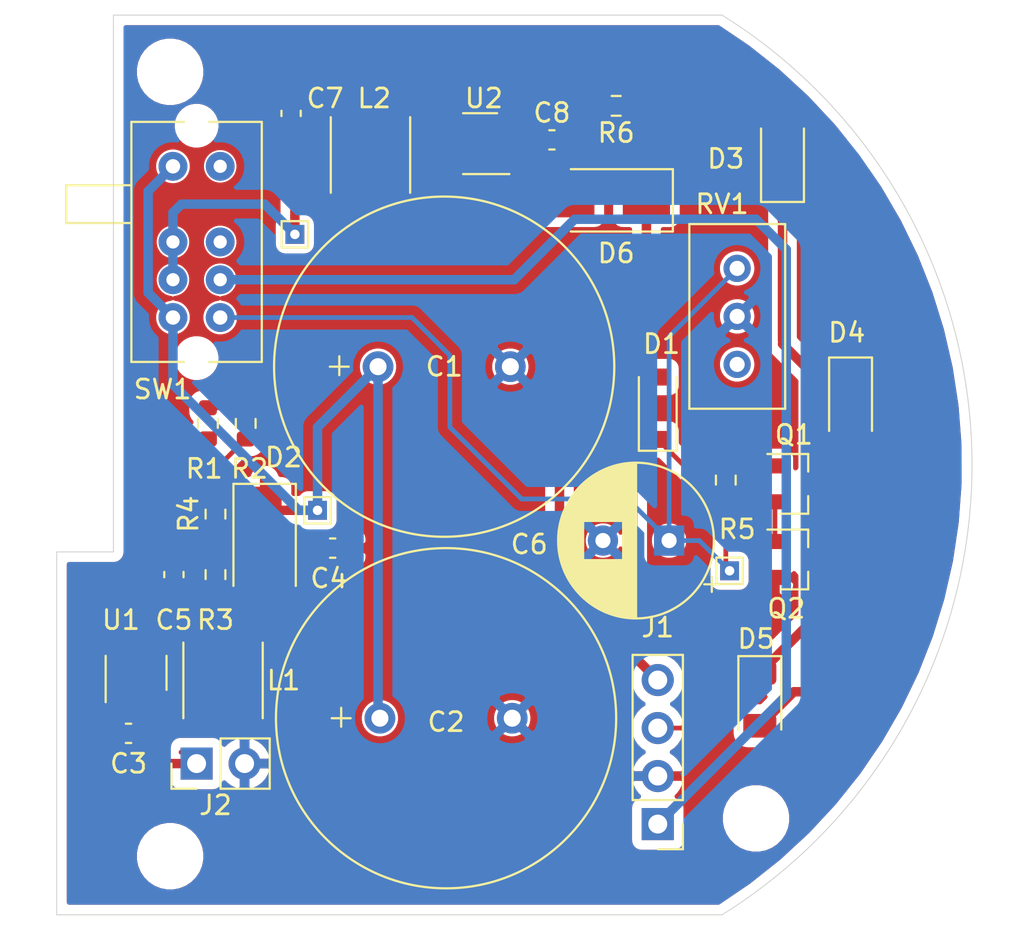
<source format=kicad_pcb>
(kicad_pcb (version 20171130) (host pcbnew "(5.1.10)-1")

  (general
    (thickness 1.6)
    (drawings 7)
    (tracks 127)
    (zones 0)
    (modules 36)
    (nets 23)
  )

  (page A4)
  (layers
    (0 F.Cu signal)
    (31 B.Cu signal)
    (32 B.Adhes user)
    (33 F.Adhes user)
    (34 B.Paste user)
    (35 F.Paste user)
    (36 B.SilkS user)
    (37 F.SilkS user)
    (38 B.Mask user)
    (39 F.Mask user)
    (40 Dwgs.User user)
    (41 Cmts.User user)
    (42 Eco1.User user)
    (43 Eco2.User user)
    (44 Edge.Cuts user)
    (45 Margin user)
    (46 B.CrtYd user)
    (47 F.CrtYd user)
    (48 B.Fab user)
    (49 F.Fab user)
  )

  (setup
    (last_trace_width 0.5)
    (user_trace_width 0.5)
    (trace_clearance 0.2)
    (zone_clearance 0.508)
    (zone_45_only no)
    (trace_min 0.2)
    (via_size 0.8)
    (via_drill 0.4)
    (via_min_size 0.4)
    (via_min_drill 0.3)
    (uvia_size 0.3)
    (uvia_drill 0.1)
    (uvias_allowed no)
    (uvia_min_size 0.2)
    (uvia_min_drill 0.1)
    (edge_width 0.05)
    (segment_width 0.2)
    (pcb_text_width 0.3)
    (pcb_text_size 1.5 1.5)
    (mod_edge_width 0.12)
    (mod_text_size 1 1)
    (mod_text_width 0.15)
    (pad_size 2.5 2.5)
    (pad_drill 2.5)
    (pad_to_mask_clearance 0)
    (aux_axis_origin 0 0)
    (visible_elements FFFDFE7F)
    (pcbplotparams
      (layerselection 0x010c0_ffffffff)
      (usegerberextensions false)
      (usegerberattributes true)
      (usegerberadvancedattributes true)
      (creategerberjobfile true)
      (excludeedgelayer true)
      (linewidth 0.100000)
      (plotframeref false)
      (viasonmask false)
      (mode 1)
      (useauxorigin false)
      (hpglpennumber 1)
      (hpglpenspeed 20)
      (hpglpendiameter 15.000000)
      (psnegative false)
      (psa4output false)
      (plotreference false)
      (plotvalue false)
      (plotinvisibletext false)
      (padsonsilk false)
      (subtractmaskfromsilk true)
      (outputformat 1)
      (mirror false)
      (drillshape 0)
      (scaleselection 1)
      (outputdirectory "plot/"))
  )

  (net 0 "")
  (net 1 Vch)
  (net 2 SOL-)
  (net 3 SOL+)
  (net 4 "Net-(C4-Pad2)")
  (net 5 "Net-(C5-Pad2)")
  (net 6 A_ON)
  (net 7 BAT+)
  (net 8 +5V)
  (net 9 MOTION)
  (net 10 "Net-(D3-Pad2)")
  (net 11 "Net-(D3-Pad1)")
  (net 12 "Net-(D6-Pad2)")
  (net 13 +3V3)
  (net 14 "Net-(L1-Pad1)")
  (net 15 "Net-(Q1-Pad2)")
  (net 16 "Net-(Q1-Pad1)")
  (net 17 "Net-(R1-Pad1)")
  (net 18 "Net-(R3-Pad2)")
  (net 19 "Net-(RV1-Pad3)")
  (net 20 "Net-(SW1-Pad6)")
  (net 21 "Net-(SW1-Pad5)")
  (net 22 "Net-(U2-Pad3)")

  (net_class Default "This is the default net class."
    (clearance 0.2)
    (trace_width 0.25)
    (via_dia 0.8)
    (via_drill 0.4)
    (uvia_dia 0.3)
    (uvia_drill 0.1)
    (add_net A_ON)
    (add_net MOTION)
    (add_net "Net-(C4-Pad2)")
    (add_net "Net-(C5-Pad2)")
    (add_net "Net-(D3-Pad1)")
    (add_net "Net-(D3-Pad2)")
    (add_net "Net-(D6-Pad2)")
    (add_net "Net-(L1-Pad1)")
    (add_net "Net-(Q1-Pad1)")
    (add_net "Net-(Q1-Pad2)")
    (add_net "Net-(R1-Pad1)")
    (add_net "Net-(R3-Pad2)")
    (add_net "Net-(RV1-Pad3)")
    (add_net "Net-(SW1-Pad5)")
    (add_net "Net-(SW1-Pad6)")
    (add_net "Net-(U2-Pad3)")
    (add_net SOL-)
  )

  (net_class "Supply Current" ""
    (clearance 0.3)
    (trace_width 0.5)
    (via_dia 0.8)
    (via_drill 0.4)
    (uvia_dia 0.3)
    (uvia_drill 0.1)
    (add_net +3V3)
    (add_net +5V)
    (add_net BAT+)
    (add_net SOL+)
    (add_net Vch)
  )

  (module MountingHole:MountingHole_2.5mm (layer F.Cu) (tedit 56D1B4CB) (tstamp 62958194)
    (at 55.8 60.1)
    (descr "Mounting Hole 2.5mm, no annular")
    (tags "mounting hole 2.5mm no annular")
    (attr virtual)
    (fp_text reference REF** (at 0 -3.5 90) (layer F.SilkS) hide
      (effects (font (size 1 1) (thickness 0.15)))
    )
    (fp_text value MountingHole_2.5mm (at 0 3.5) (layer F.Fab)
      (effects (font (size 1 1) (thickness 0.15)))
    )
    (fp_circle (center 0 0) (end 2.5 0) (layer Cmts.User) (width 0.15))
    (fp_circle (center 0 0) (end 2.75 0) (layer F.CrtYd) (width 0.05))
    (pad 1 np_thru_hole circle (at 0 0) (size 2.5 2.5) (drill 2.5) (layers *.Cu *.Mask))
  )

  (module MountingHole:MountingHole_2.5mm (layer F.Cu) (tedit 56D1B4CB) (tstamp 6295804F)
    (at 24.8 20.6)
    (descr "Mounting Hole 2.5mm, no annular")
    (tags "mounting hole 2.5mm no annular")
    (attr virtual)
    (fp_text reference REF** (at 0 -3.5 90) (layer F.SilkS) hide
      (effects (font (size 1 1) (thickness 0.15)))
    )
    (fp_text value MountingHole_2.5mm (at 0 3.5) (layer F.Fab)
      (effects (font (size 1 1) (thickness 0.15)))
    )
    (fp_circle (center 0 0) (end 2.5 0) (layer Cmts.User) (width 0.15))
    (fp_circle (center 0 0) (end 2.75 0) (layer F.CrtYd) (width 0.05))
    (pad 1 np_thru_hole circle (at 0 0) (size 2.5 2.5) (drill 2.5) (layers *.Cu *.Mask))
  )

  (module MountingHole:MountingHole_2.5mm (layer F.Cu) (tedit 56D1B4CB) (tstamp 6295801A)
    (at 24.8 62.1)
    (descr "Mounting Hole 2.5mm, no annular")
    (tags "mounting hole 2.5mm no annular")
    (attr virtual)
    (fp_text reference REF** (at 0 -3.5 90) (layer F.SilkS) hide
      (effects (font (size 1 1) (thickness 0.15)))
    )
    (fp_text value MountingHole_2.5mm (at 0 3.5) (layer F.Fab)
      (effects (font (size 1 1) (thickness 0.15)))
    )
    (fp_circle (center 0 0) (end 2.5 0) (layer Cmts.User) (width 0.15))
    (fp_circle (center 0 0) (end 2.75 0) (layer F.CrtYd) (width 0.05))
    (pad 1 np_thru_hole circle (at 0 0) (size 2.5 2.5) (drill 2.5) (layers *.Cu *.Mask))
  )

  (module TestPoint:TestPoint_THTPad_1.0x1.0mm_Drill0.5mm (layer F.Cu) (tedit 62949D42) (tstamp 62955FBC)
    (at 31.4 29.2)
    (descr "THT rectangular pad as test Point, square 1.0mm side length, hole diameter 0.5mm")
    (tags "test point THT pad rectangle square")
    (attr virtual)
    (fp_text reference REF** (at 0 -1.448) (layer F.SilkS) hide
      (effects (font (size 1 1) (thickness 0.15)))
    )
    (fp_text value TestPoint_THTPad_1.0x1.0mm_Drill0.5mm (at 0 1.55) (layer F.Fab)
      (effects (font (size 1 1) (thickness 0.15)))
    )
    (fp_line (start -0.7 -0.7) (end 0.7 -0.7) (layer F.SilkS) (width 0.12))
    (fp_line (start 0.7 -0.7) (end 0.7 0.7) (layer F.SilkS) (width 0.12))
    (fp_line (start 0.7 0.7) (end -0.7 0.7) (layer F.SilkS) (width 0.12))
    (fp_line (start -0.7 0.7) (end -0.7 -0.7) (layer F.SilkS) (width 0.12))
    (fp_line (start -1 -1) (end 1 -1) (layer F.CrtYd) (width 0.05))
    (fp_line (start -1 -1) (end -1 1) (layer F.CrtYd) (width 0.05))
    (fp_line (start 1 1) (end 1 -1) (layer F.CrtYd) (width 0.05))
    (fp_line (start 1 1) (end -1 1) (layer F.CrtYd) (width 0.05))
    (pad 1 thru_hole rect (at 0 0) (size 1 1) (drill 0.5) (layers *.Cu *.Mask)
      (net 7 BAT+))
  )

  (module TestPoint:TestPoint_THTPad_1.0x1.0mm_Drill0.5mm (layer F.Cu) (tedit 62949921) (tstamp 62955A6E)
    (at 32.6 43.8)
    (descr "THT rectangular pad as test Point, square 1.0mm side length, hole diameter 0.5mm")
    (tags "test point THT pad rectangle square")
    (attr virtual)
    (fp_text reference REF** (at 0 -1.448) (layer F.SilkS) hide
      (effects (font (size 1 1) (thickness 0.15)))
    )
    (fp_text value TestPoint_THTPad_1.0x1.0mm_Drill0.5mm (at 0 1.55) (layer F.Fab)
      (effects (font (size 1 1) (thickness 0.15)))
    )
    (fp_line (start -0.7 -0.7) (end 0.7 -0.7) (layer F.SilkS) (width 0.12))
    (fp_line (start 0.7 -0.7) (end 0.7 0.7) (layer F.SilkS) (width 0.12))
    (fp_line (start 0.7 0.7) (end -0.7 0.7) (layer F.SilkS) (width 0.12))
    (fp_line (start -0.7 0.7) (end -0.7 -0.7) (layer F.SilkS) (width 0.12))
    (fp_line (start -1 -1) (end 1 -1) (layer F.CrtYd) (width 0.05))
    (fp_line (start -1 -1) (end -1 1) (layer F.CrtYd) (width 0.05))
    (fp_line (start 1 1) (end 1 -1) (layer F.CrtYd) (width 0.05))
    (fp_line (start 1 1) (end -1 1) (layer F.CrtYd) (width 0.05))
    (pad 1 thru_hole rect (at 0 0) (size 1 1) (drill 0.5) (layers *.Cu *.Mask)
      (net 1 Vch))
  )

  (module TestPoint:TestPoint_THTPad_1.0x1.0mm_Drill0.5mm (layer F.Cu) (tedit 6294987D) (tstamp 62955964)
    (at 54.4 47)
    (descr "THT rectangular pad as test Point, square 1.0mm side length, hole diameter 0.5mm")
    (tags "test point THT pad rectangle square")
    (attr virtual)
    (fp_text reference REF** (at 0 -1.448) (layer F.SilkS) hide
      (effects (font (size 1 1) (thickness 0.15)))
    )
    (fp_text value TestPoint_THTPad_1.0x1.0mm_Drill0.5mm (at 0 1.55) (layer F.Fab)
      (effects (font (size 1 1) (thickness 0.15)))
    )
    (fp_line (start -0.7 -0.7) (end 0.7 -0.7) (layer F.SilkS) (width 0.12))
    (fp_line (start 0.7 -0.7) (end 0.7 0.7) (layer F.SilkS) (width 0.12))
    (fp_line (start 0.7 0.7) (end -0.7 0.7) (layer F.SilkS) (width 0.12))
    (fp_line (start -0.7 0.7) (end -0.7 -0.7) (layer F.SilkS) (width 0.12))
    (fp_line (start -1 -1) (end 1 -1) (layer F.CrtYd) (width 0.05))
    (fp_line (start -1 -1) (end -1 1) (layer F.CrtYd) (width 0.05))
    (fp_line (start 1 1) (end 1 -1) (layer F.CrtYd) (width 0.05))
    (fp_line (start 1 1) (end -1 1) (layer F.CrtYd) (width 0.05))
    (pad 1 thru_hole rect (at 0 0) (size 1 1) (drill 0.5) (layers *.Cu *.Mask)
      (net 6 A_ON))
  )

  (module Diode_SMD:D_SOD-123 (layer F.Cu) (tedit 58645DC7) (tstamp 62953B67)
    (at 50.6 38.4 90)
    (descr SOD-123)
    (tags SOD-123)
    (path /629CD12C)
    (attr smd)
    (fp_text reference D1 (at 3.4 0.2 180) (layer F.SilkS)
      (effects (font (size 1 1) (thickness 0.15)))
    )
    (fp_text value 1N5819 (at 5.08 2.47 90) (layer F.Fab)
      (effects (font (size 1 1) (thickness 0.15)))
    )
    (fp_line (start -2.25 -1) (end -2.25 1) (layer F.SilkS) (width 0.12))
    (fp_line (start 0.25 0) (end 0.75 0) (layer F.Fab) (width 0.1))
    (fp_line (start 0.25 0.4) (end -0.35 0) (layer F.Fab) (width 0.1))
    (fp_line (start 0.25 -0.4) (end 0.25 0.4) (layer F.Fab) (width 0.1))
    (fp_line (start -0.35 0) (end 0.25 -0.4) (layer F.Fab) (width 0.1))
    (fp_line (start -0.35 0) (end -0.35 0.55) (layer F.Fab) (width 0.1))
    (fp_line (start -0.35 0) (end -0.35 -0.55) (layer F.Fab) (width 0.1))
    (fp_line (start -0.75 0) (end -0.35 0) (layer F.Fab) (width 0.1))
    (fp_line (start -1.4 0.9) (end -1.4 -0.9) (layer F.Fab) (width 0.1))
    (fp_line (start 1.4 0.9) (end -1.4 0.9) (layer F.Fab) (width 0.1))
    (fp_line (start 1.4 -0.9) (end 1.4 0.9) (layer F.Fab) (width 0.1))
    (fp_line (start -1.4 -0.9) (end 1.4 -0.9) (layer F.Fab) (width 0.1))
    (fp_line (start -2.35 -1.15) (end 2.35 -1.15) (layer F.CrtYd) (width 0.05))
    (fp_line (start 2.35 -1.15) (end 2.35 1.15) (layer F.CrtYd) (width 0.05))
    (fp_line (start 2.35 1.15) (end -2.35 1.15) (layer F.CrtYd) (width 0.05))
    (fp_line (start -2.35 -1.15) (end -2.35 1.15) (layer F.CrtYd) (width 0.05))
    (fp_line (start -2.25 1) (end 1.65 1) (layer F.SilkS) (width 0.12))
    (fp_line (start -2.25 -1) (end 1.65 -1) (layer F.SilkS) (width 0.12))
    (pad 2 smd rect (at 1.65 0 90) (size 0.9 1.2) (layers F.Cu F.Paste F.Mask)
      (net 9 MOTION))
    (pad 1 smd rect (at -1.65 0 90) (size 0.9 1.2) (layers F.Cu F.Paste F.Mask)
      (net 6 A_ON))
    (model ${KISYS3DMOD}/Diode_SMD.3dshapes/D_SOD-123.wrl
      (at (xyz 0 0 0))
      (scale (xyz 1 1 1))
      (rotate (xyz 0 0 0))
    )
  )

  (module Inductor_SMD:L_Taiyo-Yuden_NR-40xx (layer F.Cu) (tedit 5990349D) (tstamp 6294F659)
    (at 35.4 25 270)
    (descr "Inductor, Taiyo Yuden, NR series, Taiyo-Yuden_NR-40xx, 4.0mmx4.0mm")
    (tags "inductor taiyo-yuden nr smd")
    (path /6296D22C)
    (attr smd)
    (fp_text reference L2 (at -3 -0.2 180) (layer F.SilkS)
      (effects (font (size 1 1) (thickness 0.15)))
    )
    (fp_text value 47uH (at 0 3.5 90) (layer F.Fab)
      (effects (font (size 1 1) (thickness 0.15)))
    )
    (fp_text user %R (at 0 0 90) (layer F.Fab)
      (effects (font (size 1 1) (thickness 0.15)))
    )
    (fp_line (start -2 0) (end -2 -1.25) (layer F.Fab) (width 0.1))
    (fp_line (start -2 -1.25) (end -1.25 -2) (layer F.Fab) (width 0.1))
    (fp_line (start -1.25 -2) (end 0 -2) (layer F.Fab) (width 0.1))
    (fp_line (start 2 0) (end 2 -1.25) (layer F.Fab) (width 0.1))
    (fp_line (start 2 -1.25) (end 1.25 -2) (layer F.Fab) (width 0.1))
    (fp_line (start 1.25 -2) (end 0 -2) (layer F.Fab) (width 0.1))
    (fp_line (start 2 0) (end 2 1.25) (layer F.Fab) (width 0.1))
    (fp_line (start 2 1.25) (end 1.25 2) (layer F.Fab) (width 0.1))
    (fp_line (start 1.25 2) (end 0 2) (layer F.Fab) (width 0.1))
    (fp_line (start -2 0) (end -2 1.25) (layer F.Fab) (width 0.1))
    (fp_line (start -2 1.25) (end -1.25 2) (layer F.Fab) (width 0.1))
    (fp_line (start -1.25 2) (end 0 2) (layer F.Fab) (width 0.1))
    (fp_line (start -2 -2.1) (end 2 -2.1) (layer F.SilkS) (width 0.12))
    (fp_line (start -2 2.1) (end 2 2.1) (layer F.SilkS) (width 0.12))
    (fp_line (start -2.25 -2.25) (end -2.25 2.25) (layer F.CrtYd) (width 0.05))
    (fp_line (start -2.25 2.25) (end 2.25 2.25) (layer F.CrtYd) (width 0.05))
    (fp_line (start 2.25 2.25) (end 2.25 -2.25) (layer F.CrtYd) (width 0.05))
    (fp_line (start 2.25 -2.25) (end -2.25 -2.25) (layer F.CrtYd) (width 0.05))
    (pad 2 smd rect (at 1.4 0 270) (size 1.2 3.9) (layers F.Cu F.Paste F.Mask)
      (net 12 "Net-(D6-Pad2)"))
    (pad 1 smd rect (at -1.4 0 270) (size 1.2 3.9) (layers F.Cu F.Paste F.Mask)
      (net 7 BAT+))
    (model ${KISYS3DMOD}/Inductor_SMD.3dshapes/L_Taiyo-Yuden_NR-40xx.wrl
      (at (xyz 0 0 0))
      (scale (xyz 1 1 1))
      (rotate (xyz 0 0 0))
    )
  )

  (module Inductor_SMD:L_Taiyo-Yuden_NR-40xx (layer F.Cu) (tedit 5990349D) (tstamp 62953B20)
    (at 27.6 52.8 90)
    (descr "Inductor, Taiyo Yuden, NR series, Taiyo-Yuden_NR-40xx, 4.0mmx4.0mm")
    (tags "inductor taiyo-yuden nr smd")
    (path /62943F82)
    (attr smd)
    (fp_text reference L1 (at 0 3.2 180) (layer F.SilkS)
      (effects (font (size 1 1) (thickness 0.15)))
    )
    (fp_text value 4.7uH (at 0 3.5 90) (layer F.Fab)
      (effects (font (size 1 1) (thickness 0.15)))
    )
    (fp_text user %R (at 0 0 90) (layer F.Fab)
      (effects (font (size 1 1) (thickness 0.15)))
    )
    (fp_line (start -2 0) (end -2 -1.25) (layer F.Fab) (width 0.1))
    (fp_line (start -2 -1.25) (end -1.25 -2) (layer F.Fab) (width 0.1))
    (fp_line (start -1.25 -2) (end 0 -2) (layer F.Fab) (width 0.1))
    (fp_line (start 2 0) (end 2 -1.25) (layer F.Fab) (width 0.1))
    (fp_line (start 2 -1.25) (end 1.25 -2) (layer F.Fab) (width 0.1))
    (fp_line (start 1.25 -2) (end 0 -2) (layer F.Fab) (width 0.1))
    (fp_line (start 2 0) (end 2 1.25) (layer F.Fab) (width 0.1))
    (fp_line (start 2 1.25) (end 1.25 2) (layer F.Fab) (width 0.1))
    (fp_line (start 1.25 2) (end 0 2) (layer F.Fab) (width 0.1))
    (fp_line (start -2 0) (end -2 1.25) (layer F.Fab) (width 0.1))
    (fp_line (start -2 1.25) (end -1.25 2) (layer F.Fab) (width 0.1))
    (fp_line (start -1.25 2) (end 0 2) (layer F.Fab) (width 0.1))
    (fp_line (start -2 -2.1) (end 2 -2.1) (layer F.SilkS) (width 0.12))
    (fp_line (start -2 2.1) (end 2 2.1) (layer F.SilkS) (width 0.12))
    (fp_line (start -2.25 -2.25) (end -2.25 2.25) (layer F.CrtYd) (width 0.05))
    (fp_line (start -2.25 2.25) (end 2.25 2.25) (layer F.CrtYd) (width 0.05))
    (fp_line (start 2.25 2.25) (end 2.25 -2.25) (layer F.CrtYd) (width 0.05))
    (fp_line (start 2.25 -2.25) (end -2.25 -2.25) (layer F.CrtYd) (width 0.05))
    (pad 2 smd rect (at 1.4 0 90) (size 1.2 3.9) (layers F.Cu F.Paste F.Mask)
      (net 4 "Net-(C4-Pad2)"))
    (pad 1 smd rect (at -1.4 0 90) (size 1.2 3.9) (layers F.Cu F.Paste F.Mask)
      (net 14 "Net-(L1-Pad1)"))
    (model ${KISYS3DMOD}/Inductor_SMD.3dshapes/L_Taiyo-Yuden_NR-40xx.wrl
      (at (xyz 0 0 0))
      (scale (xyz 1 1 1))
      (rotate (xyz 0 0 0))
    )
  )

  (module Package_TO_SOT_SMD:SOT-23-5 (layer F.Cu) (tedit 5A02FF57) (tstamp 62948209)
    (at 41.2 24.4 180)
    (descr "5-pin SOT23 package")
    (tags SOT-23-5)
    (path /62968EE2)
    (attr smd)
    (fp_text reference U2 (at -0.2 2.4) (layer F.SilkS)
      (effects (font (size 1 1) (thickness 0.15)))
    )
    (fp_text value NCP1402SN50T1G (at 0 2.9) (layer F.Fab)
      (effects (font (size 1 1) (thickness 0.15)))
    )
    (fp_text user %R (at 0 0 90) (layer F.Fab)
      (effects (font (size 0.5 0.5) (thickness 0.075)))
    )
    (fp_line (start -0.9 1.61) (end 0.9 1.61) (layer F.SilkS) (width 0.12))
    (fp_line (start 0.9 -1.61) (end -1.55 -1.61) (layer F.SilkS) (width 0.12))
    (fp_line (start -1.9 -1.8) (end 1.9 -1.8) (layer F.CrtYd) (width 0.05))
    (fp_line (start 1.9 -1.8) (end 1.9 1.8) (layer F.CrtYd) (width 0.05))
    (fp_line (start 1.9 1.8) (end -1.9 1.8) (layer F.CrtYd) (width 0.05))
    (fp_line (start -1.9 1.8) (end -1.9 -1.8) (layer F.CrtYd) (width 0.05))
    (fp_line (start -0.9 -0.9) (end -0.25 -1.55) (layer F.Fab) (width 0.1))
    (fp_line (start 0.9 -1.55) (end -0.25 -1.55) (layer F.Fab) (width 0.1))
    (fp_line (start -0.9 -0.9) (end -0.9 1.55) (layer F.Fab) (width 0.1))
    (fp_line (start 0.9 1.55) (end -0.9 1.55) (layer F.Fab) (width 0.1))
    (fp_line (start 0.9 -1.55) (end 0.9 1.55) (layer F.Fab) (width 0.1))
    (pad 5 smd rect (at 1.1 -0.95 180) (size 1.06 0.65) (layers F.Cu F.Paste F.Mask)
      (net 12 "Net-(D6-Pad2)"))
    (pad 4 smd rect (at 1.1 0.95 180) (size 1.06 0.65) (layers F.Cu F.Paste F.Mask)
      (net 2 SOL-))
    (pad 3 smd rect (at -1.1 0.95 180) (size 1.06 0.65) (layers F.Cu F.Paste F.Mask)
      (net 22 "Net-(U2-Pad3)"))
    (pad 2 smd rect (at -1.1 0 180) (size 1.06 0.65) (layers F.Cu F.Paste F.Mask)
      (net 8 +5V))
    (pad 1 smd rect (at -1.1 -0.95 180) (size 1.06 0.65) (layers F.Cu F.Paste F.Mask)
      (net 8 +5V))
    (model ${KISYS3DMOD}/Package_TO_SOT_SMD.3dshapes/SOT-23-5.wrl
      (at (xyz 0 0 0))
      (scale (xyz 1 1 1))
      (rotate (xyz 0 0 0))
    )
  )

  (module Package_TO_SOT_SMD:SOT-23-5 (layer F.Cu) (tedit 5A02FF57) (tstamp 62953BA9)
    (at 23 52.4 90)
    (descr "5-pin SOT23 package")
    (tags SOT-23-5)
    (path /62937CAD)
    (attr smd)
    (fp_text reference U1 (at 2.8 -0.8 180) (layer F.SilkS)
      (effects (font (size 1 1) (thickness 0.15)))
    )
    (fp_text value NCP1529A (at 0 2.9 90) (layer F.Fab)
      (effects (font (size 1 1) (thickness 0.15)))
    )
    (fp_text user %R (at 0 0) (layer F.Fab)
      (effects (font (size 0.5 0.5) (thickness 0.075)))
    )
    (fp_line (start -0.9 1.61) (end 0.9 1.61) (layer F.SilkS) (width 0.12))
    (fp_line (start 0.9 -1.61) (end -1.55 -1.61) (layer F.SilkS) (width 0.12))
    (fp_line (start -1.9 -1.8) (end 1.9 -1.8) (layer F.CrtYd) (width 0.05))
    (fp_line (start 1.9 -1.8) (end 1.9 1.8) (layer F.CrtYd) (width 0.05))
    (fp_line (start 1.9 1.8) (end -1.9 1.8) (layer F.CrtYd) (width 0.05))
    (fp_line (start -1.9 1.8) (end -1.9 -1.8) (layer F.CrtYd) (width 0.05))
    (fp_line (start -0.9 -0.9) (end -0.25 -1.55) (layer F.Fab) (width 0.1))
    (fp_line (start 0.9 -1.55) (end -0.25 -1.55) (layer F.Fab) (width 0.1))
    (fp_line (start -0.9 -0.9) (end -0.9 1.55) (layer F.Fab) (width 0.1))
    (fp_line (start 0.9 1.55) (end -0.9 1.55) (layer F.Fab) (width 0.1))
    (fp_line (start 0.9 -1.55) (end 0.9 1.55) (layer F.Fab) (width 0.1))
    (pad 5 smd rect (at 1.1 -0.95 90) (size 1.06 0.65) (layers F.Cu F.Paste F.Mask)
      (net 5 "Net-(C5-Pad2)"))
    (pad 4 smd rect (at 1.1 0.95 90) (size 1.06 0.65) (layers F.Cu F.Paste F.Mask)
      (net 3 SOL+))
    (pad 3 smd rect (at -1.1 0.95 90) (size 1.06 0.65) (layers F.Cu F.Paste F.Mask)
      (net 14 "Net-(L1-Pad1)"))
    (pad 2 smd rect (at -1.1 0 90) (size 1.06 0.65) (layers F.Cu F.Paste F.Mask)
      (net 2 SOL-))
    (pad 1 smd rect (at -1.1 -0.95 90) (size 1.06 0.65) (layers F.Cu F.Paste F.Mask)
      (net 3 SOL+))
    (model ${KISYS3DMOD}/Package_TO_SOT_SMD.3dshapes/SOT-23-5.wrl
      (at (xyz 0 0 0))
      (scale (xyz 1 1 1))
      (rotate (xyz 0 0 0))
    )
  )

  (module glebkoo:L-KLS7-SK35-23D07-VG3 (layer F.Cu) (tedit 62949585) (tstamp 629481DF)
    (at 26.2 29.6 270)
    (descr "Horizontal slide switch, 3 pos")
    (tags switch)
    (path /62A168C1)
    (fp_text reference SW1 (at 7.8 1.8) (layer F.SilkS)
      (effects (font (size 1 1) (thickness 0.15)))
    )
    (fp_text value L-KLS7-SK35-23D07-VG3 (at 0 -11.43 90) (layer F.Fab)
      (effects (font (size 1 1) (thickness 0.15)))
    )
    (fp_line (start -6.35 -3.45) (end 6.35 -3.45) (layer F.SilkS) (width 0.12))
    (fp_line (start 6.35 -3.45) (end 6.35 3.45) (layer F.SilkS) (width 0.12))
    (fp_line (start -6.35 3.45) (end 6.35 3.45) (layer F.SilkS) (width 0.12))
    (fp_line (start -6.35 -3.45) (end -6.35 3.45) (layer F.SilkS) (width 0.12))
    (fp_line (start -1 3.45) (end -1 6.9) (layer F.SilkS) (width 0.12))
    (fp_line (start -3 3.45) (end -3 6.9) (layer F.SilkS) (width 0.12))
    (fp_line (start -3 6.9) (end -1 6.9) (layer F.SilkS) (width 0.12))
    (pad "" np_thru_hole circle (at 6.15 0 270) (size 1.3 1.3) (drill 1.3) (layers *.Cu *.Mask))
    (pad "" np_thru_hole circle (at -6.15 0 270) (size 1.3 1.3) (drill 1.3) (layers *.Cu *.Mask))
    (pad 4 thru_hole circle (at 4 1.25 270) (size 1.524 1.524) (drill 0.762) (layers B.Cu B.Mask)
      (net 1 Vch))
    (pad 3 thru_hole circle (at 2 1.25 270) (size 1.524 1.524) (drill 0.7) (layers B.Cu B.Mask)
      (net 7 BAT+))
    (pad 2 thru_hole circle (at 0 1.25 270) (size 1.524 1.524) (drill 0.7) (layers B.Cu B.Mask)
      (net 7 BAT+))
    (pad 1 thru_hole circle (at -4 1.25 270) (size 1.524 1.524) (drill 0.762) (layers B.Cu B.Mask)
      (net 1 Vch))
    (pad 8 thru_hole circle (at 4 -1.25 270) (size 1.524 1.524) (drill 0.762) (layers B.Cu B.Mask)
      (net 6 A_ON))
    (pad 7 thru_hole circle (at 2 -1.25 270) (size 1.524 1.524) (drill 0.7) (layers B.Cu B.Mask)
      (net 13 +3V3))
    (pad 6 thru_hole circle (at 0 -1.25 270) (size 1.524 1.524) (drill 0.7) (layers B.Cu B.Mask)
      (net 20 "Net-(SW1-Pad6)"))
    (pad 5 thru_hole circle (at -4 -1.25 270) (size 1.524 1.524) (drill 0.7) (layers B.Cu B.Mask)
      (net 21 "Net-(SW1-Pad5)"))
  )

  (module Potentiometer_THT:Potentiometer_Bourns_3296W_Vertical (layer F.Cu) (tedit 62949509) (tstamp 62953BE7)
    (at 54.8 31 90)
    (descr "Potentiometer, vertical, Bourns 3296W, https://www.bourns.com/pdfs/3296.pdf")
    (tags "Potentiometer vertical Bourns 3296W")
    (path /629DE30C)
    (fp_text reference RV1 (at 3.4 -0.8) (layer F.SilkS)
      (effects (font (size 1 1) (thickness 0.15)))
    )
    (fp_text value "BAOTER 3296" (at -2.54 3.67 90) (layer F.Fab)
      (effects (font (size 1 1) (thickness 0.15)))
    )
    (fp_text user %R (at -3.175 0.005 90) (layer F.Fab)
      (effects (font (size 1 1) (thickness 0.15)))
    )
    (fp_circle (center 0.955 1.15) (end 2.05 1.15) (layer F.Fab) (width 0.1))
    (fp_line (start -7.305 -2.41) (end -7.305 2.42) (layer F.Fab) (width 0.1))
    (fp_line (start -7.305 2.42) (end 2.225 2.42) (layer F.Fab) (width 0.1))
    (fp_line (start 2.225 2.42) (end 2.225 -2.41) (layer F.Fab) (width 0.1))
    (fp_line (start 2.225 -2.41) (end -7.305 -2.41) (layer F.Fab) (width 0.1))
    (fp_line (start 0.955 2.235) (end 0.956 0.066) (layer F.Fab) (width 0.1))
    (fp_line (start 0.955 2.235) (end 0.956 0.066) (layer F.Fab) (width 0.1))
    (fp_line (start -7.425 -2.53) (end 2.345 -2.53) (layer F.SilkS) (width 0.12))
    (fp_line (start -7.425 2.54) (end 2.345 2.54) (layer F.SilkS) (width 0.12))
    (fp_line (start -7.425 -2.53) (end -7.425 2.54) (layer F.SilkS) (width 0.12))
    (fp_line (start 2.345 -2.53) (end 2.345 2.54) (layer F.SilkS) (width 0.12))
    (fp_line (start -7.6 -2.7) (end -7.6 2.7) (layer F.CrtYd) (width 0.05))
    (fp_line (start -7.6 2.7) (end 2.5 2.7) (layer F.CrtYd) (width 0.05))
    (fp_line (start 2.5 2.7) (end 2.5 -2.7) (layer F.CrtYd) (width 0.05))
    (fp_line (start 2.5 -2.7) (end -7.6 -2.7) (layer F.CrtYd) (width 0.05))
    (pad 3 thru_hole circle (at -5.08 0 90) (size 1.44 1.44) (drill 0.8) (layers B.Cu B.Mask)
      (net 19 "Net-(RV1-Pad3)"))
    (pad 2 thru_hole circle (at -2.54 0 90) (size 1.44 1.44) (drill 0.8) (layers B.Cu B.Mask)
      (net 2 SOL-))
    (pad 1 thru_hole circle (at 0 0 90) (size 1.44 1.44) (drill 0.8) (layers B.Cu B.Mask)
      (net 6 A_ON))
    (model ${KISYS3DMOD}/Potentiometer_THT.3dshapes/Potentiometer_Bourns_3296W_Vertical.wrl
      (at (xyz 0 0 0))
      (scale (xyz 1 1 1))
      (rotate (xyz 0 0 0))
    )
  )

  (module Resistor_SMD:R_0603_1608Metric (layer F.Cu) (tedit 5F68FEEE) (tstamp 62953C23)
    (at 48.4 22.4 180)
    (descr "Resistor SMD 0603 (1608 Metric), square (rectangular) end terminal, IPC_7351 nominal, (Body size source: IPC-SM-782 page 72, https://www.pcb-3d.com/wordpress/wp-content/uploads/ipc-sm-782a_amendment_1_and_2.pdf), generated with kicad-footprint-generator")
    (tags resistor)
    (path /62932DC2)
    (attr smd)
    (fp_text reference R6 (at 0 -1.43) (layer F.SilkS)
      (effects (font (size 1 1) (thickness 0.15)))
    )
    (fp_text value 62 (at 0 1.43) (layer F.Fab)
      (effects (font (size 1 1) (thickness 0.15)))
    )
    (fp_text user %R (at 0 0) (layer F.Fab)
      (effects (font (size 0.4 0.4) (thickness 0.06)))
    )
    (fp_line (start -0.8 0.4125) (end -0.8 -0.4125) (layer F.Fab) (width 0.1))
    (fp_line (start -0.8 -0.4125) (end 0.8 -0.4125) (layer F.Fab) (width 0.1))
    (fp_line (start 0.8 -0.4125) (end 0.8 0.4125) (layer F.Fab) (width 0.1))
    (fp_line (start 0.8 0.4125) (end -0.8 0.4125) (layer F.Fab) (width 0.1))
    (fp_line (start -0.237258 -0.5225) (end 0.237258 -0.5225) (layer F.SilkS) (width 0.12))
    (fp_line (start -0.237258 0.5225) (end 0.237258 0.5225) (layer F.SilkS) (width 0.12))
    (fp_line (start -1.48 0.73) (end -1.48 -0.73) (layer F.CrtYd) (width 0.05))
    (fp_line (start -1.48 -0.73) (end 1.48 -0.73) (layer F.CrtYd) (width 0.05))
    (fp_line (start 1.48 -0.73) (end 1.48 0.73) (layer F.CrtYd) (width 0.05))
    (fp_line (start 1.48 0.73) (end -1.48 0.73) (layer F.CrtYd) (width 0.05))
    (pad 2 smd roundrect (at 0.825 0 180) (size 0.8 0.95) (layers F.Cu F.Paste F.Mask) (roundrect_rratio 0.25)
      (net 7 BAT+))
    (pad 1 smd roundrect (at -0.825 0 180) (size 0.8 0.95) (layers F.Cu F.Paste F.Mask) (roundrect_rratio 0.25)
      (net 10 "Net-(D3-Pad2)"))
    (model ${KISYS3DMOD}/Resistor_SMD.3dshapes/R_0603_1608Metric.wrl
      (at (xyz 0 0 0))
      (scale (xyz 1 1 1))
      (rotate (xyz 0 0 0))
    )
  )

  (module Resistor_SMD:R_0603_1608Metric (layer F.Cu) (tedit 5F68FEEE) (tstamp 62953EC6)
    (at 54.2 42.2 270)
    (descr "Resistor SMD 0603 (1608 Metric), square (rectangular) end terminal, IPC_7351 nominal, (Body size source: IPC-SM-782 page 72, https://www.pcb-3d.com/wordpress/wp-content/uploads/ipc-sm-782a_amendment_1_and_2.pdf), generated with kicad-footprint-generator")
    (tags resistor)
    (path /629CAD7D)
    (attr smd)
    (fp_text reference R5 (at 2.6 -0.6 180) (layer F.SilkS)
      (effects (font (size 1 1) (thickness 0.15)))
    )
    (fp_text value 470k (at 0 1.43 90) (layer F.Fab)
      (effects (font (size 1 1) (thickness 0.15)))
    )
    (fp_text user %R (at 0 0 90) (layer F.Fab)
      (effects (font (size 0.4 0.4) (thickness 0.06)))
    )
    (fp_line (start -0.8 0.4125) (end -0.8 -0.4125) (layer F.Fab) (width 0.1))
    (fp_line (start -0.8 -0.4125) (end 0.8 -0.4125) (layer F.Fab) (width 0.1))
    (fp_line (start 0.8 -0.4125) (end 0.8 0.4125) (layer F.Fab) (width 0.1))
    (fp_line (start 0.8 0.4125) (end -0.8 0.4125) (layer F.Fab) (width 0.1))
    (fp_line (start -0.237258 -0.5225) (end 0.237258 -0.5225) (layer F.SilkS) (width 0.12))
    (fp_line (start -0.237258 0.5225) (end 0.237258 0.5225) (layer F.SilkS) (width 0.12))
    (fp_line (start -1.48 0.73) (end -1.48 -0.73) (layer F.CrtYd) (width 0.05))
    (fp_line (start -1.48 -0.73) (end 1.48 -0.73) (layer F.CrtYd) (width 0.05))
    (fp_line (start 1.48 -0.73) (end 1.48 0.73) (layer F.CrtYd) (width 0.05))
    (fp_line (start 1.48 0.73) (end -1.48 0.73) (layer F.CrtYd) (width 0.05))
    (pad 2 smd roundrect (at 0.825 0 270) (size 0.8 0.95) (layers F.Cu F.Paste F.Mask) (roundrect_rratio 0.25)
      (net 6 A_ON))
    (pad 1 smd roundrect (at -0.825 0 270) (size 0.8 0.95) (layers F.Cu F.Paste F.Mask) (roundrect_rratio 0.25)
      (net 16 "Net-(Q1-Pad1)"))
    (model ${KISYS3DMOD}/Resistor_SMD.3dshapes/R_0603_1608Metric.wrl
      (at (xyz 0 0 0))
      (scale (xyz 1 1 1))
      (rotate (xyz 0 0 0))
    )
  )

  (module Resistor_SMD:R_0603_1608Metric (layer F.Cu) (tedit 5F68FEEE) (tstamp 62953C83)
    (at 27.2 44 90)
    (descr "Resistor SMD 0603 (1608 Metric), square (rectangular) end terminal, IPC_7351 nominal, (Body size source: IPC-SM-782 page 72, https://www.pcb-3d.com/wordpress/wp-content/uploads/ipc-sm-782a_amendment_1_and_2.pdf), generated with kicad-footprint-generator")
    (tags resistor)
    (path /629512C8)
    (attr smd)
    (fp_text reference R4 (at 0 -1.43 90) (layer F.SilkS)
      (effects (font (size 1 1) (thickness 0.15)))
    )
    (fp_text value 200k (at 0 1.43 90) (layer F.Fab)
      (effects (font (size 1 1) (thickness 0.15)))
    )
    (fp_text user %R (at 0 0 90) (layer F.Fab)
      (effects (font (size 0.4 0.4) (thickness 0.06)))
    )
    (fp_line (start -0.8 0.4125) (end -0.8 -0.4125) (layer F.Fab) (width 0.1))
    (fp_line (start -0.8 -0.4125) (end 0.8 -0.4125) (layer F.Fab) (width 0.1))
    (fp_line (start 0.8 -0.4125) (end 0.8 0.4125) (layer F.Fab) (width 0.1))
    (fp_line (start 0.8 0.4125) (end -0.8 0.4125) (layer F.Fab) (width 0.1))
    (fp_line (start -0.237258 -0.5225) (end 0.237258 -0.5225) (layer F.SilkS) (width 0.12))
    (fp_line (start -0.237258 0.5225) (end 0.237258 0.5225) (layer F.SilkS) (width 0.12))
    (fp_line (start -1.48 0.73) (end -1.48 -0.73) (layer F.CrtYd) (width 0.05))
    (fp_line (start -1.48 -0.73) (end 1.48 -0.73) (layer F.CrtYd) (width 0.05))
    (fp_line (start 1.48 -0.73) (end 1.48 0.73) (layer F.CrtYd) (width 0.05))
    (fp_line (start 1.48 0.73) (end -1.48 0.73) (layer F.CrtYd) (width 0.05))
    (pad 2 smd roundrect (at 0.825 0 90) (size 0.8 0.95) (layers F.Cu F.Paste F.Mask) (roundrect_rratio 0.25)
      (net 5 "Net-(C5-Pad2)"))
    (pad 1 smd roundrect (at -0.825 0 90) (size 0.8 0.95) (layers F.Cu F.Paste F.Mask) (roundrect_rratio 0.25)
      (net 18 "Net-(R3-Pad2)"))
    (model ${KISYS3DMOD}/Resistor_SMD.3dshapes/R_0603_1608Metric.wrl
      (at (xyz 0 0 0))
      (scale (xyz 1 1 1))
      (rotate (xyz 0 0 0))
    )
  )

  (module Resistor_SMD:R_0603_1608Metric (layer F.Cu) (tedit 5F68FEEE) (tstamp 62953CB3)
    (at 27.2 47.2 90)
    (descr "Resistor SMD 0603 (1608 Metric), square (rectangular) end terminal, IPC_7351 nominal, (Body size source: IPC-SM-782 page 72, https://www.pcb-3d.com/wordpress/wp-content/uploads/ipc-sm-782a_amendment_1_and_2.pdf), generated with kicad-footprint-generator")
    (tags resistor)
    (path /629507DC)
    (attr smd)
    (fp_text reference R3 (at -2.4 0 180) (layer F.SilkS)
      (effects (font (size 1 1) (thickness 0.15)))
    )
    (fp_text value 680k (at 0 1.43 90) (layer F.Fab)
      (effects (font (size 1 1) (thickness 0.15)))
    )
    (fp_text user %R (at 0 0 90) (layer F.Fab)
      (effects (font (size 0.4 0.4) (thickness 0.06)))
    )
    (fp_line (start -0.8 0.4125) (end -0.8 -0.4125) (layer F.Fab) (width 0.1))
    (fp_line (start -0.8 -0.4125) (end 0.8 -0.4125) (layer F.Fab) (width 0.1))
    (fp_line (start 0.8 -0.4125) (end 0.8 0.4125) (layer F.Fab) (width 0.1))
    (fp_line (start 0.8 0.4125) (end -0.8 0.4125) (layer F.Fab) (width 0.1))
    (fp_line (start -0.237258 -0.5225) (end 0.237258 -0.5225) (layer F.SilkS) (width 0.12))
    (fp_line (start -0.237258 0.5225) (end 0.237258 0.5225) (layer F.SilkS) (width 0.12))
    (fp_line (start -1.48 0.73) (end -1.48 -0.73) (layer F.CrtYd) (width 0.05))
    (fp_line (start -1.48 -0.73) (end 1.48 -0.73) (layer F.CrtYd) (width 0.05))
    (fp_line (start 1.48 -0.73) (end 1.48 0.73) (layer F.CrtYd) (width 0.05))
    (fp_line (start 1.48 0.73) (end -1.48 0.73) (layer F.CrtYd) (width 0.05))
    (pad 2 smd roundrect (at 0.825 0 90) (size 0.8 0.95) (layers F.Cu F.Paste F.Mask) (roundrect_rratio 0.25)
      (net 18 "Net-(R3-Pad2)"))
    (pad 1 smd roundrect (at -0.825 0 90) (size 0.8 0.95) (layers F.Cu F.Paste F.Mask) (roundrect_rratio 0.25)
      (net 4 "Net-(C4-Pad2)"))
    (model ${KISYS3DMOD}/Resistor_SMD.3dshapes/R_0603_1608Metric.wrl
      (at (xyz 0 0 0))
      (scale (xyz 1 1 1))
      (rotate (xyz 0 0 0))
    )
  )

  (module Resistor_SMD:R_0603_1608Metric (layer F.Cu) (tedit 5F68FEEE) (tstamp 62953CE3)
    (at 28.8 39.2 90)
    (descr "Resistor SMD 0603 (1608 Metric), square (rectangular) end terminal, IPC_7351 nominal, (Body size source: IPC-SM-782 page 72, https://www.pcb-3d.com/wordpress/wp-content/uploads/ipc-sm-782a_amendment_1_and_2.pdf), generated with kicad-footprint-generator")
    (tags resistor)
    (path /62952F92)
    (attr smd)
    (fp_text reference R2 (at -2.4 0.2 180) (layer F.SilkS)
      (effects (font (size 1 1) (thickness 0.15)))
    )
    (fp_text value 200k (at 0 1.43 90) (layer F.Fab)
      (effects (font (size 1 1) (thickness 0.15)))
    )
    (fp_text user %R (at 0 0 90) (layer F.Fab)
      (effects (font (size 0.4 0.4) (thickness 0.06)))
    )
    (fp_line (start -0.8 0.4125) (end -0.8 -0.4125) (layer F.Fab) (width 0.1))
    (fp_line (start -0.8 -0.4125) (end 0.8 -0.4125) (layer F.Fab) (width 0.1))
    (fp_line (start 0.8 -0.4125) (end 0.8 0.4125) (layer F.Fab) (width 0.1))
    (fp_line (start 0.8 0.4125) (end -0.8 0.4125) (layer F.Fab) (width 0.1))
    (fp_line (start -0.237258 -0.5225) (end 0.237258 -0.5225) (layer F.SilkS) (width 0.12))
    (fp_line (start -0.237258 0.5225) (end 0.237258 0.5225) (layer F.SilkS) (width 0.12))
    (fp_line (start -1.48 0.73) (end -1.48 -0.73) (layer F.CrtYd) (width 0.05))
    (fp_line (start -1.48 -0.73) (end 1.48 -0.73) (layer F.CrtYd) (width 0.05))
    (fp_line (start 1.48 -0.73) (end 1.48 0.73) (layer F.CrtYd) (width 0.05))
    (fp_line (start 1.48 0.73) (end -1.48 0.73) (layer F.CrtYd) (width 0.05))
    (pad 2 smd roundrect (at 0.825 0 90) (size 0.8 0.95) (layers F.Cu F.Paste F.Mask) (roundrect_rratio 0.25)
      (net 17 "Net-(R1-Pad1)"))
    (pad 1 smd roundrect (at -0.825 0 90) (size 0.8 0.95) (layers F.Cu F.Paste F.Mask) (roundrect_rratio 0.25)
      (net 5 "Net-(C5-Pad2)"))
    (model ${KISYS3DMOD}/Resistor_SMD.3dshapes/R_0603_1608Metric.wrl
      (at (xyz 0 0 0))
      (scale (xyz 1 1 1))
      (rotate (xyz 0 0 0))
    )
  )

  (module Resistor_SMD:R_0603_1608Metric (layer F.Cu) (tedit 5F68FEEE) (tstamp 62953C53)
    (at 26.8 39.2 270)
    (descr "Resistor SMD 0603 (1608 Metric), square (rectangular) end terminal, IPC_7351 nominal, (Body size source: IPC-SM-782 page 72, https://www.pcb-3d.com/wordpress/wp-content/uploads/ipc-sm-782a_amendment_1_and_2.pdf), generated with kicad-footprint-generator")
    (tags resistor)
    (path /6295342B)
    (attr smd)
    (fp_text reference R1 (at 2.4 0.2 180) (layer F.SilkS)
      (effects (font (size 1 1) (thickness 0.15)))
    )
    (fp_text value 51k (at 0 1.43 90) (layer F.Fab)
      (effects (font (size 1 1) (thickness 0.15)))
    )
    (fp_text user %R (at 0 0 90) (layer F.Fab)
      (effects (font (size 0.4 0.4) (thickness 0.06)))
    )
    (fp_line (start -0.8 0.4125) (end -0.8 -0.4125) (layer F.Fab) (width 0.1))
    (fp_line (start -0.8 -0.4125) (end 0.8 -0.4125) (layer F.Fab) (width 0.1))
    (fp_line (start 0.8 -0.4125) (end 0.8 0.4125) (layer F.Fab) (width 0.1))
    (fp_line (start 0.8 0.4125) (end -0.8 0.4125) (layer F.Fab) (width 0.1))
    (fp_line (start -0.237258 -0.5225) (end 0.237258 -0.5225) (layer F.SilkS) (width 0.12))
    (fp_line (start -0.237258 0.5225) (end 0.237258 0.5225) (layer F.SilkS) (width 0.12))
    (fp_line (start -1.48 0.73) (end -1.48 -0.73) (layer F.CrtYd) (width 0.05))
    (fp_line (start -1.48 -0.73) (end 1.48 -0.73) (layer F.CrtYd) (width 0.05))
    (fp_line (start 1.48 -0.73) (end 1.48 0.73) (layer F.CrtYd) (width 0.05))
    (fp_line (start 1.48 0.73) (end -1.48 0.73) (layer F.CrtYd) (width 0.05))
    (pad 2 smd roundrect (at 0.825 0 270) (size 0.8 0.95) (layers F.Cu F.Paste F.Mask) (roundrect_rratio 0.25)
      (net 2 SOL-))
    (pad 1 smd roundrect (at -0.825 0 270) (size 0.8 0.95) (layers F.Cu F.Paste F.Mask) (roundrect_rratio 0.25)
      (net 17 "Net-(R1-Pad1)"))
    (model ${KISYS3DMOD}/Resistor_SMD.3dshapes/R_0603_1608Metric.wrl
      (at (xyz 0 0 0))
      (scale (xyz 1 1 1))
      (rotate (xyz 0 0 0))
    )
  )

  (module Package_TO_SOT_SMD:SOT-23 (layer F.Cu) (tedit 5A02FF57) (tstamp 62954122)
    (at 57.8 46.4)
    (descr "SOT-23, Standard")
    (tags SOT-23)
    (path /629C25E7)
    (attr smd)
    (fp_text reference Q2 (at -0.4 2.6) (layer F.SilkS)
      (effects (font (size 1 1) (thickness 0.15)))
    )
    (fp_text value MMBT3904 (at 0 2.5) (layer F.Fab)
      (effects (font (size 1 1) (thickness 0.15)))
    )
    (fp_text user %R (at 0 0 90) (layer F.Fab)
      (effects (font (size 0.5 0.5) (thickness 0.075)))
    )
    (fp_line (start -0.7 -0.95) (end -0.7 1.5) (layer F.Fab) (width 0.1))
    (fp_line (start -0.15 -1.52) (end 0.7 -1.52) (layer F.Fab) (width 0.1))
    (fp_line (start -0.7 -0.95) (end -0.15 -1.52) (layer F.Fab) (width 0.1))
    (fp_line (start 0.7 -1.52) (end 0.7 1.52) (layer F.Fab) (width 0.1))
    (fp_line (start -0.7 1.52) (end 0.7 1.52) (layer F.Fab) (width 0.1))
    (fp_line (start 0.76 1.58) (end 0.76 0.65) (layer F.SilkS) (width 0.12))
    (fp_line (start 0.76 -1.58) (end 0.76 -0.65) (layer F.SilkS) (width 0.12))
    (fp_line (start -1.7 -1.75) (end 1.7 -1.75) (layer F.CrtYd) (width 0.05))
    (fp_line (start 1.7 -1.75) (end 1.7 1.75) (layer F.CrtYd) (width 0.05))
    (fp_line (start 1.7 1.75) (end -1.7 1.75) (layer F.CrtYd) (width 0.05))
    (fp_line (start -1.7 1.75) (end -1.7 -1.75) (layer F.CrtYd) (width 0.05))
    (fp_line (start 0.76 -1.58) (end -1.4 -1.58) (layer F.SilkS) (width 0.12))
    (fp_line (start 0.76 1.58) (end -0.7 1.58) (layer F.SilkS) (width 0.12))
    (pad 3 smd rect (at 1 0) (size 0.9 0.8) (layers F.Cu F.Paste F.Mask)
      (net 11 "Net-(D3-Pad1)"))
    (pad 2 smd rect (at -1 0.95) (size 0.9 0.8) (layers F.Cu F.Paste F.Mask)
      (net 2 SOL-))
    (pad 1 smd rect (at -1 -0.95) (size 0.9 0.8) (layers F.Cu F.Paste F.Mask)
      (net 15 "Net-(Q1-Pad2)"))
    (model ${KISYS3DMOD}/Package_TO_SOT_SMD.3dshapes/SOT-23.wrl
      (at (xyz 0 0 0))
      (scale (xyz 1 1 1))
      (rotate (xyz 0 0 0))
    )
  )

  (module Package_TO_SOT_SMD:SOT-23 (layer F.Cu) (tedit 5A02FF57) (tstamp 62953D17)
    (at 57.8 42.4)
    (descr "SOT-23, Standard")
    (tags SOT-23)
    (path /629C1B85)
    (attr smd)
    (fp_text reference Q1 (at 0 -2.6) (layer F.SilkS)
      (effects (font (size 1 1) (thickness 0.15)))
    )
    (fp_text value MMBT3904 (at 0 2.5) (layer F.Fab)
      (effects (font (size 1 1) (thickness 0.15)))
    )
    (fp_text user %R (at 0 0 90) (layer F.Fab)
      (effects (font (size 0.5 0.5) (thickness 0.075)))
    )
    (fp_line (start -0.7 -0.95) (end -0.7 1.5) (layer F.Fab) (width 0.1))
    (fp_line (start -0.15 -1.52) (end 0.7 -1.52) (layer F.Fab) (width 0.1))
    (fp_line (start -0.7 -0.95) (end -0.15 -1.52) (layer F.Fab) (width 0.1))
    (fp_line (start 0.7 -1.52) (end 0.7 1.52) (layer F.Fab) (width 0.1))
    (fp_line (start -0.7 1.52) (end 0.7 1.52) (layer F.Fab) (width 0.1))
    (fp_line (start 0.76 1.58) (end 0.76 0.65) (layer F.SilkS) (width 0.12))
    (fp_line (start 0.76 -1.58) (end 0.76 -0.65) (layer F.SilkS) (width 0.12))
    (fp_line (start -1.7 -1.75) (end 1.7 -1.75) (layer F.CrtYd) (width 0.05))
    (fp_line (start 1.7 -1.75) (end 1.7 1.75) (layer F.CrtYd) (width 0.05))
    (fp_line (start 1.7 1.75) (end -1.7 1.75) (layer F.CrtYd) (width 0.05))
    (fp_line (start -1.7 1.75) (end -1.7 -1.75) (layer F.CrtYd) (width 0.05))
    (fp_line (start 0.76 -1.58) (end -1.4 -1.58) (layer F.SilkS) (width 0.12))
    (fp_line (start 0.76 1.58) (end -0.7 1.58) (layer F.SilkS) (width 0.12))
    (pad 3 smd rect (at 1 0) (size 0.9 0.8) (layers F.Cu F.Paste F.Mask)
      (net 11 "Net-(D3-Pad1)"))
    (pad 2 smd rect (at -1 0.95) (size 0.9 0.8) (layers F.Cu F.Paste F.Mask)
      (net 15 "Net-(Q1-Pad2)"))
    (pad 1 smd rect (at -1 -0.95) (size 0.9 0.8) (layers F.Cu F.Paste F.Mask)
      (net 16 "Net-(Q1-Pad1)"))
    (model ${KISYS3DMOD}/Package_TO_SOT_SMD.3dshapes/SOT-23.wrl
      (at (xyz 0 0 0))
      (scale (xyz 1 1 1))
      (rotate (xyz 0 0 0))
    )
  )

  (module Connector_PinHeader_2.54mm:PinHeader_1x02_P2.54mm_Vertical (layer F.Cu) (tedit 59FED5CC) (tstamp 629541A1)
    (at 26.2 57.2 90)
    (descr "Through hole straight pin header, 1x02, 2.54mm pitch, single row")
    (tags "Through hole pin header THT 1x02 2.54mm single row")
    (path /629F4C44)
    (fp_text reference J2 (at -2.2 1 180) (layer F.SilkS)
      (effects (font (size 1 1) (thickness 0.15)))
    )
    (fp_text value "Solar Cell" (at 0 4.87 90) (layer F.Fab)
      (effects (font (size 1 1) (thickness 0.15)))
    )
    (fp_text user %R (at 0 1.27) (layer F.Fab)
      (effects (font (size 1 1) (thickness 0.15)))
    )
    (fp_line (start -0.635 -1.27) (end 1.27 -1.27) (layer F.Fab) (width 0.1))
    (fp_line (start 1.27 -1.27) (end 1.27 3.81) (layer F.Fab) (width 0.1))
    (fp_line (start 1.27 3.81) (end -1.27 3.81) (layer F.Fab) (width 0.1))
    (fp_line (start -1.27 3.81) (end -1.27 -0.635) (layer F.Fab) (width 0.1))
    (fp_line (start -1.27 -0.635) (end -0.635 -1.27) (layer F.Fab) (width 0.1))
    (fp_line (start -1.33 3.87) (end 1.33 3.87) (layer F.SilkS) (width 0.12))
    (fp_line (start -1.33 1.27) (end -1.33 3.87) (layer F.SilkS) (width 0.12))
    (fp_line (start 1.33 1.27) (end 1.33 3.87) (layer F.SilkS) (width 0.12))
    (fp_line (start -1.33 1.27) (end 1.33 1.27) (layer F.SilkS) (width 0.12))
    (fp_line (start -1.33 0) (end -1.33 -1.33) (layer F.SilkS) (width 0.12))
    (fp_line (start -1.33 -1.33) (end 0 -1.33) (layer F.SilkS) (width 0.12))
    (fp_line (start -1.8 -1.8) (end -1.8 4.35) (layer F.CrtYd) (width 0.05))
    (fp_line (start -1.8 4.35) (end 1.8 4.35) (layer F.CrtYd) (width 0.05))
    (fp_line (start 1.8 4.35) (end 1.8 -1.8) (layer F.CrtYd) (width 0.05))
    (fp_line (start 1.8 -1.8) (end -1.8 -1.8) (layer F.CrtYd) (width 0.05))
    (pad 2 thru_hole oval (at 0 2.54 90) (size 1.7 1.7) (drill 1) (layers *.Cu *.Mask)
      (net 2 SOL-))
    (pad 1 thru_hole rect (at 0 0 90) (size 1.7 1.7) (drill 1) (layers *.Cu *.Mask)
      (net 3 SOL+))
    (model ${KISYS3DMOD}/Connector_PinHeader_2.54mm.3dshapes/PinHeader_1x02_P2.54mm_Vertical.wrl
      (at (xyz 0 0 0))
      (scale (xyz 1 1 1))
      (rotate (xyz 0 0 0))
    )
  )

  (module Connector_PinHeader_2.54mm:PinHeader_1x04_P2.54mm_Vertical (layer F.Cu) (tedit 59FED5CC) (tstamp 62953D56)
    (at 50.6 60.4 180)
    (descr "Through hole straight pin header, 1x04, 2.54mm pitch, single row")
    (tags "Through hole pin header THT 1x04 2.54mm single row")
    (path /62A2B390)
    (fp_text reference J1 (at 0 10.4) (layer F.SilkS)
      (effects (font (size 1 1) (thickness 0.15)))
    )
    (fp_text value RWCL-0516 (at 0 9.95) (layer F.Fab)
      (effects (font (size 1 1) (thickness 0.15)))
    )
    (fp_text user %R (at 0 3.81 90) (layer F.Fab)
      (effects (font (size 1 1) (thickness 0.15)))
    )
    (fp_line (start -0.635 -1.27) (end 1.27 -1.27) (layer F.Fab) (width 0.1))
    (fp_line (start 1.27 -1.27) (end 1.27 8.89) (layer F.Fab) (width 0.1))
    (fp_line (start 1.27 8.89) (end -1.27 8.89) (layer F.Fab) (width 0.1))
    (fp_line (start -1.27 8.89) (end -1.27 -0.635) (layer F.Fab) (width 0.1))
    (fp_line (start -1.27 -0.635) (end -0.635 -1.27) (layer F.Fab) (width 0.1))
    (fp_line (start -1.33 8.95) (end 1.33 8.95) (layer F.SilkS) (width 0.12))
    (fp_line (start -1.33 1.27) (end -1.33 8.95) (layer F.SilkS) (width 0.12))
    (fp_line (start 1.33 1.27) (end 1.33 8.95) (layer F.SilkS) (width 0.12))
    (fp_line (start -1.33 1.27) (end 1.33 1.27) (layer F.SilkS) (width 0.12))
    (fp_line (start -1.33 0) (end -1.33 -1.33) (layer F.SilkS) (width 0.12))
    (fp_line (start -1.33 -1.33) (end 0 -1.33) (layer F.SilkS) (width 0.12))
    (fp_line (start -1.8 -1.8) (end -1.8 9.4) (layer F.CrtYd) (width 0.05))
    (fp_line (start -1.8 9.4) (end 1.8 9.4) (layer F.CrtYd) (width 0.05))
    (fp_line (start 1.8 9.4) (end 1.8 -1.8) (layer F.CrtYd) (width 0.05))
    (fp_line (start 1.8 -1.8) (end -1.8 -1.8) (layer F.CrtYd) (width 0.05))
    (pad 4 thru_hole oval (at 0 7.62 180) (size 1.7 1.7) (drill 1) (layers *.Cu *.Mask)
      (net 8 +5V))
    (pad 3 thru_hole oval (at 0 5.08 180) (size 1.7 1.7) (drill 1) (layers *.Cu *.Mask)
      (net 9 MOTION))
    (pad 2 thru_hole oval (at 0 2.54 180) (size 1.7 1.7) (drill 1) (layers *.Cu *.Mask)
      (net 2 SOL-))
    (pad 1 thru_hole rect (at 0 0 180) (size 1.7 1.7) (drill 1) (layers *.Cu *.Mask)
      (net 13 +3V3))
    (model ${KISYS3DMOD}/Connector_PinHeader_2.54mm.3dshapes/PinHeader_1x04_P2.54mm_Vertical.wrl
      (at (xyz 0 0 0))
      (scale (xyz 1 1 1))
      (rotate (xyz 0 0 0))
    )
  )

  (module Diode_SMD:D_SMA (layer F.Cu) (tedit 586432E5) (tstamp 629480CB)
    (at 48 27.4 180)
    (descr "Diode SMA (DO-214AC)")
    (tags "Diode SMA (DO-214AC)")
    (path /6296801B)
    (attr smd)
    (fp_text reference D6 (at -0.4 -2.8) (layer F.SilkS)
      (effects (font (size 1 1) (thickness 0.15)))
    )
    (fp_text value SS14 (at 0 2.6) (layer F.Fab)
      (effects (font (size 1 1) (thickness 0.15)))
    )
    (fp_line (start -3.4 -1.65) (end -3.4 1.65) (layer F.SilkS) (width 0.12))
    (fp_line (start 2.3 1.5) (end -2.3 1.5) (layer F.Fab) (width 0.1))
    (fp_line (start -2.3 1.5) (end -2.3 -1.5) (layer F.Fab) (width 0.1))
    (fp_line (start 2.3 -1.5) (end 2.3 1.5) (layer F.Fab) (width 0.1))
    (fp_line (start 2.3 -1.5) (end -2.3 -1.5) (layer F.Fab) (width 0.1))
    (fp_line (start -3.5 -1.75) (end 3.5 -1.75) (layer F.CrtYd) (width 0.05))
    (fp_line (start 3.5 -1.75) (end 3.5 1.75) (layer F.CrtYd) (width 0.05))
    (fp_line (start 3.5 1.75) (end -3.5 1.75) (layer F.CrtYd) (width 0.05))
    (fp_line (start -3.5 1.75) (end -3.5 -1.75) (layer F.CrtYd) (width 0.05))
    (fp_line (start -0.64944 0.00102) (end -1.55114 0.00102) (layer F.Fab) (width 0.1))
    (fp_line (start 0.50118 0.00102) (end 1.4994 0.00102) (layer F.Fab) (width 0.1))
    (fp_line (start -0.64944 -0.79908) (end -0.64944 0.80112) (layer F.Fab) (width 0.1))
    (fp_line (start 0.50118 0.75032) (end 0.50118 -0.79908) (layer F.Fab) (width 0.1))
    (fp_line (start -0.64944 0.00102) (end 0.50118 0.75032) (layer F.Fab) (width 0.1))
    (fp_line (start -0.64944 0.00102) (end 0.50118 -0.79908) (layer F.Fab) (width 0.1))
    (fp_line (start -3.4 1.65) (end 2 1.65) (layer F.SilkS) (width 0.12))
    (fp_line (start -3.4 -1.65) (end 2 -1.65) (layer F.SilkS) (width 0.12))
    (pad 2 smd rect (at 2 0 180) (size 2.5 1.8) (layers F.Cu F.Paste F.Mask)
      (net 12 "Net-(D6-Pad2)"))
    (pad 1 smd rect (at -2 0 180) (size 2.5 1.8) (layers F.Cu F.Paste F.Mask)
      (net 8 +5V))
    (model ${KISYS3DMOD}/Diode_SMD.3dshapes/D_SMA.wrl
      (at (xyz 0 0 0))
      (scale (xyz 1 1 1))
      (rotate (xyz 0 0 0))
    )
  )

  (module LED_SMD:LED_1206_3216Metric (layer F.Cu) (tedit 5F68FEF1) (tstamp 62953D96)
    (at 56 53.8 270)
    (descr "LED SMD 1206 (3216 Metric), square (rectangular) end terminal, IPC_7351 nominal, (Body size source: http://www.tortai-tech.com/upload/download/2011102023233369053.pdf), generated with kicad-footprint-generator")
    (tags LED)
    (path /6292C6F1)
    (attr smd)
    (fp_text reference D5 (at -3.2 0.2 180) (layer F.SilkS)
      (effects (font (size 1 1) (thickness 0.15)))
    )
    (fp_text value LED (at 0 1.82 90) (layer F.Fab)
      (effects (font (size 1 1) (thickness 0.15)))
    )
    (fp_text user %R (at 0 0 90) (layer F.Fab)
      (effects (font (size 0.8 0.8) (thickness 0.12)))
    )
    (fp_line (start 1.6 -0.8) (end -1.2 -0.8) (layer F.Fab) (width 0.1))
    (fp_line (start -1.2 -0.8) (end -1.6 -0.4) (layer F.Fab) (width 0.1))
    (fp_line (start -1.6 -0.4) (end -1.6 0.8) (layer F.Fab) (width 0.1))
    (fp_line (start -1.6 0.8) (end 1.6 0.8) (layer F.Fab) (width 0.1))
    (fp_line (start 1.6 0.8) (end 1.6 -0.8) (layer F.Fab) (width 0.1))
    (fp_line (start 1.6 -1.135) (end -2.285 -1.135) (layer F.SilkS) (width 0.12))
    (fp_line (start -2.285 -1.135) (end -2.285 1.135) (layer F.SilkS) (width 0.12))
    (fp_line (start -2.285 1.135) (end 1.6 1.135) (layer F.SilkS) (width 0.12))
    (fp_line (start -2.28 1.12) (end -2.28 -1.12) (layer F.CrtYd) (width 0.05))
    (fp_line (start -2.28 -1.12) (end 2.28 -1.12) (layer F.CrtYd) (width 0.05))
    (fp_line (start 2.28 -1.12) (end 2.28 1.12) (layer F.CrtYd) (width 0.05))
    (fp_line (start 2.28 1.12) (end -2.28 1.12) (layer F.CrtYd) (width 0.05))
    (pad 2 smd roundrect (at 1.4 0 270) (size 1.25 1.75) (layers F.Cu F.Paste F.Mask) (roundrect_rratio 0.2)
      (net 10 "Net-(D3-Pad2)"))
    (pad 1 smd roundrect (at -1.4 0 270) (size 1.25 1.75) (layers F.Cu F.Paste F.Mask) (roundrect_rratio 0.2)
      (net 11 "Net-(D3-Pad1)"))
    (model ${KISYS3DMOD}/LED_SMD.3dshapes/LED_1206_3216Metric.wrl
      (at (xyz 0 0 0))
      (scale (xyz 1 1 1))
      (rotate (xyz 0 0 0))
    )
  )

  (module LED_SMD:LED_1206_3216Metric (layer F.Cu) (tedit 5F68FEF1) (tstamp 62953E4A)
    (at 60.8 38 270)
    (descr "LED SMD 1206 (3216 Metric), square (rectangular) end terminal, IPC_7351 nominal, (Body size source: http://www.tortai-tech.com/upload/download/2011102023233369053.pdf), generated with kicad-footprint-generator")
    (tags LED)
    (path /6292C2C2)
    (attr smd)
    (fp_text reference D4 (at -3.6 0.2 180) (layer F.SilkS)
      (effects (font (size 1 1) (thickness 0.15)))
    )
    (fp_text value LED (at 0 1.82 90) (layer F.Fab)
      (effects (font (size 1 1) (thickness 0.15)))
    )
    (fp_text user %R (at 0 0 90) (layer F.Fab)
      (effects (font (size 0.8 0.8) (thickness 0.12)))
    )
    (fp_line (start 1.6 -0.8) (end -1.2 -0.8) (layer F.Fab) (width 0.1))
    (fp_line (start -1.2 -0.8) (end -1.6 -0.4) (layer F.Fab) (width 0.1))
    (fp_line (start -1.6 -0.4) (end -1.6 0.8) (layer F.Fab) (width 0.1))
    (fp_line (start -1.6 0.8) (end 1.6 0.8) (layer F.Fab) (width 0.1))
    (fp_line (start 1.6 0.8) (end 1.6 -0.8) (layer F.Fab) (width 0.1))
    (fp_line (start 1.6 -1.135) (end -2.285 -1.135) (layer F.SilkS) (width 0.12))
    (fp_line (start -2.285 -1.135) (end -2.285 1.135) (layer F.SilkS) (width 0.12))
    (fp_line (start -2.285 1.135) (end 1.6 1.135) (layer F.SilkS) (width 0.12))
    (fp_line (start -2.28 1.12) (end -2.28 -1.12) (layer F.CrtYd) (width 0.05))
    (fp_line (start -2.28 -1.12) (end 2.28 -1.12) (layer F.CrtYd) (width 0.05))
    (fp_line (start 2.28 -1.12) (end 2.28 1.12) (layer F.CrtYd) (width 0.05))
    (fp_line (start 2.28 1.12) (end -2.28 1.12) (layer F.CrtYd) (width 0.05))
    (pad 2 smd roundrect (at 1.4 0 270) (size 1.25 1.75) (layers F.Cu F.Paste F.Mask) (roundrect_rratio 0.2)
      (net 10 "Net-(D3-Pad2)"))
    (pad 1 smd roundrect (at -1.4 0 270) (size 1.25 1.75) (layers F.Cu F.Paste F.Mask) (roundrect_rratio 0.2)
      (net 11 "Net-(D3-Pad1)"))
    (model ${KISYS3DMOD}/LED_SMD.3dshapes/LED_1206_3216Metric.wrl
      (at (xyz 0 0 0))
      (scale (xyz 1 1 1))
      (rotate (xyz 0 0 0))
    )
  )

  (module LED_SMD:LED_1206_3216Metric (layer F.Cu) (tedit 5F68FEF1) (tstamp 62953DCC)
    (at 57.2 25.2 90)
    (descr "LED SMD 1206 (3216 Metric), square (rectangular) end terminal, IPC_7351 nominal, (Body size source: http://www.tortai-tech.com/upload/download/2011102023233369053.pdf), generated with kicad-footprint-generator")
    (tags LED)
    (path /6292B8F8)
    (attr smd)
    (fp_text reference D3 (at 0 -3 180) (layer F.SilkS)
      (effects (font (size 1 1) (thickness 0.15)))
    )
    (fp_text value LED (at 0 1.82 90) (layer F.Fab)
      (effects (font (size 1 1) (thickness 0.15)))
    )
    (fp_text user %R (at 0 0 90) (layer F.Fab)
      (effects (font (size 0.8 0.8) (thickness 0.12)))
    )
    (fp_line (start 1.6 -0.8) (end -1.2 -0.8) (layer F.Fab) (width 0.1))
    (fp_line (start -1.2 -0.8) (end -1.6 -0.4) (layer F.Fab) (width 0.1))
    (fp_line (start -1.6 -0.4) (end -1.6 0.8) (layer F.Fab) (width 0.1))
    (fp_line (start -1.6 0.8) (end 1.6 0.8) (layer F.Fab) (width 0.1))
    (fp_line (start 1.6 0.8) (end 1.6 -0.8) (layer F.Fab) (width 0.1))
    (fp_line (start 1.6 -1.135) (end -2.285 -1.135) (layer F.SilkS) (width 0.12))
    (fp_line (start -2.285 -1.135) (end -2.285 1.135) (layer F.SilkS) (width 0.12))
    (fp_line (start -2.285 1.135) (end 1.6 1.135) (layer F.SilkS) (width 0.12))
    (fp_line (start -2.28 1.12) (end -2.28 -1.12) (layer F.CrtYd) (width 0.05))
    (fp_line (start -2.28 -1.12) (end 2.28 -1.12) (layer F.CrtYd) (width 0.05))
    (fp_line (start 2.28 -1.12) (end 2.28 1.12) (layer F.CrtYd) (width 0.05))
    (fp_line (start 2.28 1.12) (end -2.28 1.12) (layer F.CrtYd) (width 0.05))
    (pad 2 smd roundrect (at 1.4 0 90) (size 1.25 1.75) (layers F.Cu F.Paste F.Mask) (roundrect_rratio 0.2)
      (net 10 "Net-(D3-Pad2)"))
    (pad 1 smd roundrect (at -1.4 0 90) (size 1.25 1.75) (layers F.Cu F.Paste F.Mask) (roundrect_rratio 0.2)
      (net 11 "Net-(D3-Pad1)"))
    (model ${KISYS3DMOD}/LED_SMD.3dshapes/LED_1206_3216Metric.wrl
      (at (xyz 0 0 0))
      (scale (xyz 1 1 1))
      (rotate (xyz 0 0 0))
    )
  )

  (module Diode_SMD:D_SMA (layer F.Cu) (tedit 586432E5) (tstamp 62954160)
    (at 29.8 45.8 270)
    (descr "Diode SMA (DO-214AC)")
    (tags "Diode SMA (DO-214AC)")
    (path /62966357)
    (attr smd)
    (fp_text reference D2 (at -4.8 -1 180) (layer F.SilkS)
      (effects (font (size 1 1) (thickness 0.15)))
    )
    (fp_text value SS14 (at 0 2.6 90) (layer F.Fab)
      (effects (font (size 1 1) (thickness 0.15)))
    )
    (fp_line (start -3.4 -1.65) (end -3.4 1.65) (layer F.SilkS) (width 0.12))
    (fp_line (start 2.3 1.5) (end -2.3 1.5) (layer F.Fab) (width 0.1))
    (fp_line (start -2.3 1.5) (end -2.3 -1.5) (layer F.Fab) (width 0.1))
    (fp_line (start 2.3 -1.5) (end 2.3 1.5) (layer F.Fab) (width 0.1))
    (fp_line (start 2.3 -1.5) (end -2.3 -1.5) (layer F.Fab) (width 0.1))
    (fp_line (start -3.5 -1.75) (end 3.5 -1.75) (layer F.CrtYd) (width 0.05))
    (fp_line (start 3.5 -1.75) (end 3.5 1.75) (layer F.CrtYd) (width 0.05))
    (fp_line (start 3.5 1.75) (end -3.5 1.75) (layer F.CrtYd) (width 0.05))
    (fp_line (start -3.5 1.75) (end -3.5 -1.75) (layer F.CrtYd) (width 0.05))
    (fp_line (start -0.64944 0.00102) (end -1.55114 0.00102) (layer F.Fab) (width 0.1))
    (fp_line (start 0.50118 0.00102) (end 1.4994 0.00102) (layer F.Fab) (width 0.1))
    (fp_line (start -0.64944 -0.79908) (end -0.64944 0.80112) (layer F.Fab) (width 0.1))
    (fp_line (start 0.50118 0.75032) (end 0.50118 -0.79908) (layer F.Fab) (width 0.1))
    (fp_line (start -0.64944 0.00102) (end 0.50118 0.75032) (layer F.Fab) (width 0.1))
    (fp_line (start -0.64944 0.00102) (end 0.50118 -0.79908) (layer F.Fab) (width 0.1))
    (fp_line (start -3.4 1.65) (end 2 1.65) (layer F.SilkS) (width 0.12))
    (fp_line (start -3.4 -1.65) (end 2 -1.65) (layer F.SilkS) (width 0.12))
    (pad 2 smd rect (at 2 0 270) (size 2.5 1.8) (layers F.Cu F.Paste F.Mask)
      (net 4 "Net-(C4-Pad2)"))
    (pad 1 smd rect (at -2 0 270) (size 2.5 1.8) (layers F.Cu F.Paste F.Mask)
      (net 1 Vch))
    (model ${KISYS3DMOD}/Diode_SMD.3dshapes/D_SMA.wrl
      (at (xyz 0 0 0))
      (scale (xyz 1 1 1))
      (rotate (xyz 0 0 0))
    )
  )

  (module Capacitor_SMD:C_0603_1608Metric (layer F.Cu) (tedit 5F68FEEE) (tstamp 62948043)
    (at 45 24.2)
    (descr "Capacitor SMD 0603 (1608 Metric), square (rectangular) end terminal, IPC_7351 nominal, (Body size source: IPC-SM-782 page 76, https://www.pcb-3d.com/wordpress/wp-content/uploads/ipc-sm-782a_amendment_1_and_2.pdf), generated with kicad-footprint-generator")
    (tags capacitor)
    (path /62943CA8)
    (attr smd)
    (fp_text reference C8 (at 0 -1.43) (layer F.SilkS)
      (effects (font (size 1 1) (thickness 0.15)))
    )
    (fp_text value 4.7uF (at 0 1.43) (layer F.Fab)
      (effects (font (size 1 1) (thickness 0.15)))
    )
    (fp_text user %R (at 0 0) (layer F.Fab)
      (effects (font (size 0.4 0.4) (thickness 0.06)))
    )
    (fp_line (start -0.8 0.4) (end -0.8 -0.4) (layer F.Fab) (width 0.1))
    (fp_line (start -0.8 -0.4) (end 0.8 -0.4) (layer F.Fab) (width 0.1))
    (fp_line (start 0.8 -0.4) (end 0.8 0.4) (layer F.Fab) (width 0.1))
    (fp_line (start 0.8 0.4) (end -0.8 0.4) (layer F.Fab) (width 0.1))
    (fp_line (start -0.14058 -0.51) (end 0.14058 -0.51) (layer F.SilkS) (width 0.12))
    (fp_line (start -0.14058 0.51) (end 0.14058 0.51) (layer F.SilkS) (width 0.12))
    (fp_line (start -1.48 0.73) (end -1.48 -0.73) (layer F.CrtYd) (width 0.05))
    (fp_line (start -1.48 -0.73) (end 1.48 -0.73) (layer F.CrtYd) (width 0.05))
    (fp_line (start 1.48 -0.73) (end 1.48 0.73) (layer F.CrtYd) (width 0.05))
    (fp_line (start 1.48 0.73) (end -1.48 0.73) (layer F.CrtYd) (width 0.05))
    (pad 2 smd roundrect (at 0.775 0) (size 0.9 0.95) (layers F.Cu F.Paste F.Mask) (roundrect_rratio 0.25)
      (net 2 SOL-))
    (pad 1 smd roundrect (at -0.775 0) (size 0.9 0.95) (layers F.Cu F.Paste F.Mask) (roundrect_rratio 0.25)
      (net 8 +5V))
    (model ${KISYS3DMOD}/Capacitor_SMD.3dshapes/C_0603_1608Metric.wrl
      (at (xyz 0 0 0))
      (scale (xyz 1 1 1))
      (rotate (xyz 0 0 0))
    )
  )

  (module Capacitor_SMD:C_0603_1608Metric (layer F.Cu) (tedit 5F68FEEE) (tstamp 62948032)
    (at 31.2 22.8 90)
    (descr "Capacitor SMD 0603 (1608 Metric), square (rectangular) end terminal, IPC_7351 nominal, (Body size source: IPC-SM-782 page 76, https://www.pcb-3d.com/wordpress/wp-content/uploads/ipc-sm-782a_amendment_1_and_2.pdf), generated with kicad-footprint-generator")
    (tags capacitor)
    (path /6293BF4D)
    (attr smd)
    (fp_text reference C7 (at 0.8 1.8 180) (layer F.SilkS)
      (effects (font (size 1 1) (thickness 0.15)))
    )
    (fp_text value 4.7uF (at 0 1.43 90) (layer F.Fab)
      (effects (font (size 1 1) (thickness 0.15)))
    )
    (fp_text user %R (at 0 0 90) (layer F.Fab)
      (effects (font (size 0.4 0.4) (thickness 0.06)))
    )
    (fp_line (start -0.8 0.4) (end -0.8 -0.4) (layer F.Fab) (width 0.1))
    (fp_line (start -0.8 -0.4) (end 0.8 -0.4) (layer F.Fab) (width 0.1))
    (fp_line (start 0.8 -0.4) (end 0.8 0.4) (layer F.Fab) (width 0.1))
    (fp_line (start 0.8 0.4) (end -0.8 0.4) (layer F.Fab) (width 0.1))
    (fp_line (start -0.14058 -0.51) (end 0.14058 -0.51) (layer F.SilkS) (width 0.12))
    (fp_line (start -0.14058 0.51) (end 0.14058 0.51) (layer F.SilkS) (width 0.12))
    (fp_line (start -1.48 0.73) (end -1.48 -0.73) (layer F.CrtYd) (width 0.05))
    (fp_line (start -1.48 -0.73) (end 1.48 -0.73) (layer F.CrtYd) (width 0.05))
    (fp_line (start 1.48 -0.73) (end 1.48 0.73) (layer F.CrtYd) (width 0.05))
    (fp_line (start 1.48 0.73) (end -1.48 0.73) (layer F.CrtYd) (width 0.05))
    (pad 2 smd roundrect (at 0.775 0 90) (size 0.9 0.95) (layers F.Cu F.Paste F.Mask) (roundrect_rratio 0.25)
      (net 2 SOL-))
    (pad 1 smd roundrect (at -0.775 0 90) (size 0.9 0.95) (layers F.Cu F.Paste F.Mask) (roundrect_rratio 0.25)
      (net 7 BAT+))
    (model ${KISYS3DMOD}/Capacitor_SMD.3dshapes/C_0603_1608Metric.wrl
      (at (xyz 0 0 0))
      (scale (xyz 1 1 1))
      (rotate (xyz 0 0 0))
    )
  )

  (module Capacitor_THT:CP_Radial_D8.0mm_P3.50mm (layer F.Cu) (tedit 6294952B) (tstamp 62953F8E)
    (at 51.2 45.4 180)
    (descr "CP, Radial series, Radial, pin pitch=3.50mm, , diameter=8mm, Electrolytic Capacitor")
    (tags "CP Radial series Radial pin pitch 3.50mm  diameter 8mm Electrolytic Capacitor")
    (path /629D0251)
    (fp_text reference C6 (at 7.4 -0.2) (layer F.SilkS)
      (effects (font (size 1 1) (thickness 0.15)))
    )
    (fp_text value 470uF (at 1.75 5.25) (layer F.Fab)
      (effects (font (size 1 1) (thickness 0.15)))
    )
    (fp_text user %R (at 1.75 0) (layer F.Fab)
      (effects (font (size 1 1) (thickness 0.15)))
    )
    (fp_circle (center 1.75 0) (end 5.75 0) (layer F.Fab) (width 0.1))
    (fp_circle (center 1.75 0) (end 5.87 0) (layer F.SilkS) (width 0.12))
    (fp_circle (center 1.75 0) (end 6 0) (layer F.CrtYd) (width 0.05))
    (fp_line (start -1.676759 -1.7475) (end -0.876759 -1.7475) (layer F.Fab) (width 0.1))
    (fp_line (start -1.276759 -2.1475) (end -1.276759 -1.3475) (layer F.Fab) (width 0.1))
    (fp_line (start 1.75 -4.08) (end 1.75 4.08) (layer F.SilkS) (width 0.12))
    (fp_line (start 1.79 -4.08) (end 1.79 4.08) (layer F.SilkS) (width 0.12))
    (fp_line (start 1.83 -4.08) (end 1.83 4.08) (layer F.SilkS) (width 0.12))
    (fp_line (start 1.87 -4.079) (end 1.87 4.079) (layer F.SilkS) (width 0.12))
    (fp_line (start 1.91 -4.077) (end 1.91 4.077) (layer F.SilkS) (width 0.12))
    (fp_line (start 1.95 -4.076) (end 1.95 4.076) (layer F.SilkS) (width 0.12))
    (fp_line (start 1.99 -4.074) (end 1.99 4.074) (layer F.SilkS) (width 0.12))
    (fp_line (start 2.03 -4.071) (end 2.03 4.071) (layer F.SilkS) (width 0.12))
    (fp_line (start 2.07 -4.068) (end 2.07 4.068) (layer F.SilkS) (width 0.12))
    (fp_line (start 2.11 -4.065) (end 2.11 4.065) (layer F.SilkS) (width 0.12))
    (fp_line (start 2.15 -4.061) (end 2.15 4.061) (layer F.SilkS) (width 0.12))
    (fp_line (start 2.19 -4.057) (end 2.19 4.057) (layer F.SilkS) (width 0.12))
    (fp_line (start 2.23 -4.052) (end 2.23 4.052) (layer F.SilkS) (width 0.12))
    (fp_line (start 2.27 -4.048) (end 2.27 4.048) (layer F.SilkS) (width 0.12))
    (fp_line (start 2.31 -4.042) (end 2.31 4.042) (layer F.SilkS) (width 0.12))
    (fp_line (start 2.35 -4.037) (end 2.35 4.037) (layer F.SilkS) (width 0.12))
    (fp_line (start 2.39 -4.03) (end 2.39 4.03) (layer F.SilkS) (width 0.12))
    (fp_line (start 2.43 -4.024) (end 2.43 4.024) (layer F.SilkS) (width 0.12))
    (fp_line (start 2.471 -4.017) (end 2.471 -1.04) (layer F.SilkS) (width 0.12))
    (fp_line (start 2.471 1.04) (end 2.471 4.017) (layer F.SilkS) (width 0.12))
    (fp_line (start 2.511 -4.01) (end 2.511 -1.04) (layer F.SilkS) (width 0.12))
    (fp_line (start 2.511 1.04) (end 2.511 4.01) (layer F.SilkS) (width 0.12))
    (fp_line (start 2.551 -4.002) (end 2.551 -1.04) (layer F.SilkS) (width 0.12))
    (fp_line (start 2.551 1.04) (end 2.551 4.002) (layer F.SilkS) (width 0.12))
    (fp_line (start 2.591 -3.994) (end 2.591 -1.04) (layer F.SilkS) (width 0.12))
    (fp_line (start 2.591 1.04) (end 2.591 3.994) (layer F.SilkS) (width 0.12))
    (fp_line (start 2.631 -3.985) (end 2.631 -1.04) (layer F.SilkS) (width 0.12))
    (fp_line (start 2.631 1.04) (end 2.631 3.985) (layer F.SilkS) (width 0.12))
    (fp_line (start 2.671 -3.976) (end 2.671 -1.04) (layer F.SilkS) (width 0.12))
    (fp_line (start 2.671 1.04) (end 2.671 3.976) (layer F.SilkS) (width 0.12))
    (fp_line (start 2.711 -3.967) (end 2.711 -1.04) (layer F.SilkS) (width 0.12))
    (fp_line (start 2.711 1.04) (end 2.711 3.967) (layer F.SilkS) (width 0.12))
    (fp_line (start 2.751 -3.957) (end 2.751 -1.04) (layer F.SilkS) (width 0.12))
    (fp_line (start 2.751 1.04) (end 2.751 3.957) (layer F.SilkS) (width 0.12))
    (fp_line (start 2.791 -3.947) (end 2.791 -1.04) (layer F.SilkS) (width 0.12))
    (fp_line (start 2.791 1.04) (end 2.791 3.947) (layer F.SilkS) (width 0.12))
    (fp_line (start 2.831 -3.936) (end 2.831 -1.04) (layer F.SilkS) (width 0.12))
    (fp_line (start 2.831 1.04) (end 2.831 3.936) (layer F.SilkS) (width 0.12))
    (fp_line (start 2.871 -3.925) (end 2.871 -1.04) (layer F.SilkS) (width 0.12))
    (fp_line (start 2.871 1.04) (end 2.871 3.925) (layer F.SilkS) (width 0.12))
    (fp_line (start 2.911 -3.914) (end 2.911 -1.04) (layer F.SilkS) (width 0.12))
    (fp_line (start 2.911 1.04) (end 2.911 3.914) (layer F.SilkS) (width 0.12))
    (fp_line (start 2.951 -3.902) (end 2.951 -1.04) (layer F.SilkS) (width 0.12))
    (fp_line (start 2.951 1.04) (end 2.951 3.902) (layer F.SilkS) (width 0.12))
    (fp_line (start 2.991 -3.889) (end 2.991 -1.04) (layer F.SilkS) (width 0.12))
    (fp_line (start 2.991 1.04) (end 2.991 3.889) (layer F.SilkS) (width 0.12))
    (fp_line (start 3.031 -3.877) (end 3.031 -1.04) (layer F.SilkS) (width 0.12))
    (fp_line (start 3.031 1.04) (end 3.031 3.877) (layer F.SilkS) (width 0.12))
    (fp_line (start 3.071 -3.863) (end 3.071 -1.04) (layer F.SilkS) (width 0.12))
    (fp_line (start 3.071 1.04) (end 3.071 3.863) (layer F.SilkS) (width 0.12))
    (fp_line (start 3.111 -3.85) (end 3.111 -1.04) (layer F.SilkS) (width 0.12))
    (fp_line (start 3.111 1.04) (end 3.111 3.85) (layer F.SilkS) (width 0.12))
    (fp_line (start 3.151 -3.835) (end 3.151 -1.04) (layer F.SilkS) (width 0.12))
    (fp_line (start 3.151 1.04) (end 3.151 3.835) (layer F.SilkS) (width 0.12))
    (fp_line (start 3.191 -3.821) (end 3.191 -1.04) (layer F.SilkS) (width 0.12))
    (fp_line (start 3.191 1.04) (end 3.191 3.821) (layer F.SilkS) (width 0.12))
    (fp_line (start 3.231 -3.805) (end 3.231 -1.04) (layer F.SilkS) (width 0.12))
    (fp_line (start 3.231 1.04) (end 3.231 3.805) (layer F.SilkS) (width 0.12))
    (fp_line (start 3.271 -3.79) (end 3.271 -1.04) (layer F.SilkS) (width 0.12))
    (fp_line (start 3.271 1.04) (end 3.271 3.79) (layer F.SilkS) (width 0.12))
    (fp_line (start 3.311 -3.774) (end 3.311 -1.04) (layer F.SilkS) (width 0.12))
    (fp_line (start 3.311 1.04) (end 3.311 3.774) (layer F.SilkS) (width 0.12))
    (fp_line (start 3.351 -3.757) (end 3.351 -1.04) (layer F.SilkS) (width 0.12))
    (fp_line (start 3.351 1.04) (end 3.351 3.757) (layer F.SilkS) (width 0.12))
    (fp_line (start 3.391 -3.74) (end 3.391 -1.04) (layer F.SilkS) (width 0.12))
    (fp_line (start 3.391 1.04) (end 3.391 3.74) (layer F.SilkS) (width 0.12))
    (fp_line (start 3.431 -3.722) (end 3.431 -1.04) (layer F.SilkS) (width 0.12))
    (fp_line (start 3.431 1.04) (end 3.431 3.722) (layer F.SilkS) (width 0.12))
    (fp_line (start 3.471 -3.704) (end 3.471 -1.04) (layer F.SilkS) (width 0.12))
    (fp_line (start 3.471 1.04) (end 3.471 3.704) (layer F.SilkS) (width 0.12))
    (fp_line (start 3.511 -3.686) (end 3.511 -1.04) (layer F.SilkS) (width 0.12))
    (fp_line (start 3.511 1.04) (end 3.511 3.686) (layer F.SilkS) (width 0.12))
    (fp_line (start 3.551 -3.666) (end 3.551 -1.04) (layer F.SilkS) (width 0.12))
    (fp_line (start 3.551 1.04) (end 3.551 3.666) (layer F.SilkS) (width 0.12))
    (fp_line (start 3.591 -3.647) (end 3.591 -1.04) (layer F.SilkS) (width 0.12))
    (fp_line (start 3.591 1.04) (end 3.591 3.647) (layer F.SilkS) (width 0.12))
    (fp_line (start 3.631 -3.627) (end 3.631 -1.04) (layer F.SilkS) (width 0.12))
    (fp_line (start 3.631 1.04) (end 3.631 3.627) (layer F.SilkS) (width 0.12))
    (fp_line (start 3.671 -3.606) (end 3.671 -1.04) (layer F.SilkS) (width 0.12))
    (fp_line (start 3.671 1.04) (end 3.671 3.606) (layer F.SilkS) (width 0.12))
    (fp_line (start 3.711 -3.584) (end 3.711 -1.04) (layer F.SilkS) (width 0.12))
    (fp_line (start 3.711 1.04) (end 3.711 3.584) (layer F.SilkS) (width 0.12))
    (fp_line (start 3.751 -3.562) (end 3.751 -1.04) (layer F.SilkS) (width 0.12))
    (fp_line (start 3.751 1.04) (end 3.751 3.562) (layer F.SilkS) (width 0.12))
    (fp_line (start 3.791 -3.54) (end 3.791 -1.04) (layer F.SilkS) (width 0.12))
    (fp_line (start 3.791 1.04) (end 3.791 3.54) (layer F.SilkS) (width 0.12))
    (fp_line (start 3.831 -3.517) (end 3.831 -1.04) (layer F.SilkS) (width 0.12))
    (fp_line (start 3.831 1.04) (end 3.831 3.517) (layer F.SilkS) (width 0.12))
    (fp_line (start 3.871 -3.493) (end 3.871 -1.04) (layer F.SilkS) (width 0.12))
    (fp_line (start 3.871 1.04) (end 3.871 3.493) (layer F.SilkS) (width 0.12))
    (fp_line (start 3.911 -3.469) (end 3.911 -1.04) (layer F.SilkS) (width 0.12))
    (fp_line (start 3.911 1.04) (end 3.911 3.469) (layer F.SilkS) (width 0.12))
    (fp_line (start 3.951 -3.444) (end 3.951 -1.04) (layer F.SilkS) (width 0.12))
    (fp_line (start 3.951 1.04) (end 3.951 3.444) (layer F.SilkS) (width 0.12))
    (fp_line (start 3.991 -3.418) (end 3.991 -1.04) (layer F.SilkS) (width 0.12))
    (fp_line (start 3.991 1.04) (end 3.991 3.418) (layer F.SilkS) (width 0.12))
    (fp_line (start 4.031 -3.392) (end 4.031 -1.04) (layer F.SilkS) (width 0.12))
    (fp_line (start 4.031 1.04) (end 4.031 3.392) (layer F.SilkS) (width 0.12))
    (fp_line (start 4.071 -3.365) (end 4.071 -1.04) (layer F.SilkS) (width 0.12))
    (fp_line (start 4.071 1.04) (end 4.071 3.365) (layer F.SilkS) (width 0.12))
    (fp_line (start 4.111 -3.338) (end 4.111 -1.04) (layer F.SilkS) (width 0.12))
    (fp_line (start 4.111 1.04) (end 4.111 3.338) (layer F.SilkS) (width 0.12))
    (fp_line (start 4.151 -3.309) (end 4.151 -1.04) (layer F.SilkS) (width 0.12))
    (fp_line (start 4.151 1.04) (end 4.151 3.309) (layer F.SilkS) (width 0.12))
    (fp_line (start 4.191 -3.28) (end 4.191 -1.04) (layer F.SilkS) (width 0.12))
    (fp_line (start 4.191 1.04) (end 4.191 3.28) (layer F.SilkS) (width 0.12))
    (fp_line (start 4.231 -3.25) (end 4.231 -1.04) (layer F.SilkS) (width 0.12))
    (fp_line (start 4.231 1.04) (end 4.231 3.25) (layer F.SilkS) (width 0.12))
    (fp_line (start 4.271 -3.22) (end 4.271 -1.04) (layer F.SilkS) (width 0.12))
    (fp_line (start 4.271 1.04) (end 4.271 3.22) (layer F.SilkS) (width 0.12))
    (fp_line (start 4.311 -3.189) (end 4.311 -1.04) (layer F.SilkS) (width 0.12))
    (fp_line (start 4.311 1.04) (end 4.311 3.189) (layer F.SilkS) (width 0.12))
    (fp_line (start 4.351 -3.156) (end 4.351 -1.04) (layer F.SilkS) (width 0.12))
    (fp_line (start 4.351 1.04) (end 4.351 3.156) (layer F.SilkS) (width 0.12))
    (fp_line (start 4.391 -3.124) (end 4.391 -1.04) (layer F.SilkS) (width 0.12))
    (fp_line (start 4.391 1.04) (end 4.391 3.124) (layer F.SilkS) (width 0.12))
    (fp_line (start 4.431 -3.09) (end 4.431 -1.04) (layer F.SilkS) (width 0.12))
    (fp_line (start 4.431 1.04) (end 4.431 3.09) (layer F.SilkS) (width 0.12))
    (fp_line (start 4.471 -3.055) (end 4.471 -1.04) (layer F.SilkS) (width 0.12))
    (fp_line (start 4.471 1.04) (end 4.471 3.055) (layer F.SilkS) (width 0.12))
    (fp_line (start 4.511 -3.019) (end 4.511 -1.04) (layer F.SilkS) (width 0.12))
    (fp_line (start 4.511 1.04) (end 4.511 3.019) (layer F.SilkS) (width 0.12))
    (fp_line (start 4.551 -2.983) (end 4.551 2.983) (layer F.SilkS) (width 0.12))
    (fp_line (start 4.591 -2.945) (end 4.591 2.945) (layer F.SilkS) (width 0.12))
    (fp_line (start 4.631 -2.907) (end 4.631 2.907) (layer F.SilkS) (width 0.12))
    (fp_line (start 4.671 -2.867) (end 4.671 2.867) (layer F.SilkS) (width 0.12))
    (fp_line (start 4.711 -2.826) (end 4.711 2.826) (layer F.SilkS) (width 0.12))
    (fp_line (start 4.751 -2.784) (end 4.751 2.784) (layer F.SilkS) (width 0.12))
    (fp_line (start 4.791 -2.741) (end 4.791 2.741) (layer F.SilkS) (width 0.12))
    (fp_line (start 4.831 -2.697) (end 4.831 2.697) (layer F.SilkS) (width 0.12))
    (fp_line (start 4.871 -2.651) (end 4.871 2.651) (layer F.SilkS) (width 0.12))
    (fp_line (start 4.911 -2.604) (end 4.911 2.604) (layer F.SilkS) (width 0.12))
    (fp_line (start 4.951 -2.556) (end 4.951 2.556) (layer F.SilkS) (width 0.12))
    (fp_line (start 4.991 -2.505) (end 4.991 2.505) (layer F.SilkS) (width 0.12))
    (fp_line (start 5.031 -2.454) (end 5.031 2.454) (layer F.SilkS) (width 0.12))
    (fp_line (start 5.071 -2.4) (end 5.071 2.4) (layer F.SilkS) (width 0.12))
    (fp_line (start 5.111 -2.345) (end 5.111 2.345) (layer F.SilkS) (width 0.12))
    (fp_line (start 5.151 -2.287) (end 5.151 2.287) (layer F.SilkS) (width 0.12))
    (fp_line (start 5.191 -2.228) (end 5.191 2.228) (layer F.SilkS) (width 0.12))
    (fp_line (start 5.231 -2.166) (end 5.231 2.166) (layer F.SilkS) (width 0.12))
    (fp_line (start 5.271 -2.102) (end 5.271 2.102) (layer F.SilkS) (width 0.12))
    (fp_line (start 5.311 -2.034) (end 5.311 2.034) (layer F.SilkS) (width 0.12))
    (fp_line (start 5.351 -1.964) (end 5.351 1.964) (layer F.SilkS) (width 0.12))
    (fp_line (start 5.391 -1.89) (end 5.391 1.89) (layer F.SilkS) (width 0.12))
    (fp_line (start 5.431 -1.813) (end 5.431 1.813) (layer F.SilkS) (width 0.12))
    (fp_line (start 5.471 -1.731) (end 5.471 1.731) (layer F.SilkS) (width 0.12))
    (fp_line (start 5.511 -1.645) (end 5.511 1.645) (layer F.SilkS) (width 0.12))
    (fp_line (start 5.551 -1.552) (end 5.551 1.552) (layer F.SilkS) (width 0.12))
    (fp_line (start 5.591 -1.453) (end 5.591 1.453) (layer F.SilkS) (width 0.12))
    (fp_line (start 5.631 -1.346) (end 5.631 1.346) (layer F.SilkS) (width 0.12))
    (fp_line (start 5.671 -1.229) (end 5.671 1.229) (layer F.SilkS) (width 0.12))
    (fp_line (start 5.711 -1.098) (end 5.711 1.098) (layer F.SilkS) (width 0.12))
    (fp_line (start 5.751 -0.948) (end 5.751 0.948) (layer F.SilkS) (width 0.12))
    (fp_line (start 5.791 -0.768) (end 5.791 0.768) (layer F.SilkS) (width 0.12))
    (fp_line (start 5.831 -0.533) (end 5.831 0.533) (layer F.SilkS) (width 0.12))
    (fp_line (start -2.659698 -2.315) (end -1.859698 -2.315) (layer F.SilkS) (width 0.12))
    (fp_line (start -2.259698 -2.715) (end -2.259698 -1.915) (layer F.SilkS) (width 0.12))
    (pad 2 thru_hole circle (at 3.5 0 180) (size 1.6 1.6) (drill 0.8) (layers B.Cu B.Mask)
      (net 2 SOL-))
    (pad 1 thru_hole rect (at 0 0 180) (size 1.6 1.6) (drill 0.8) (layers B.Cu B.Mask)
      (net 6 A_ON))
    (model ${KISYS3DMOD}/Capacitor_THT.3dshapes/CP_Radial_D8.0mm_P3.50mm.wrl
      (at (xyz 0 0 0))
      (scale (xyz 1 1 1))
      (rotate (xyz 0 0 0))
    )
  )

  (module Capacitor_SMD:C_0603_1608Metric (layer F.Cu) (tedit 5F68FEEE) (tstamp 62953E00)
    (at 25 47.2 90)
    (descr "Capacitor SMD 0603 (1608 Metric), square (rectangular) end terminal, IPC_7351 nominal, (Body size source: IPC-SM-782 page 76, https://www.pcb-3d.com/wordpress/wp-content/uploads/ipc-sm-782a_amendment_1_and_2.pdf), generated with kicad-footprint-generator")
    (tags capacitor)
    (path /62947D43)
    (attr smd)
    (fp_text reference C5 (at -2.4 0) (layer F.SilkS)
      (effects (font (size 1 1) (thickness 0.15)))
    )
    (fp_text value "1nF(102)" (at 0 1.43 90) (layer F.Fab)
      (effects (font (size 1 1) (thickness 0.15)))
    )
    (fp_text user %R (at 0 0 90) (layer F.Fab)
      (effects (font (size 0.4 0.4) (thickness 0.06)))
    )
    (fp_line (start -0.8 0.4) (end -0.8 -0.4) (layer F.Fab) (width 0.1))
    (fp_line (start -0.8 -0.4) (end 0.8 -0.4) (layer F.Fab) (width 0.1))
    (fp_line (start 0.8 -0.4) (end 0.8 0.4) (layer F.Fab) (width 0.1))
    (fp_line (start 0.8 0.4) (end -0.8 0.4) (layer F.Fab) (width 0.1))
    (fp_line (start -0.14058 -0.51) (end 0.14058 -0.51) (layer F.SilkS) (width 0.12))
    (fp_line (start -0.14058 0.51) (end 0.14058 0.51) (layer F.SilkS) (width 0.12))
    (fp_line (start -1.48 0.73) (end -1.48 -0.73) (layer F.CrtYd) (width 0.05))
    (fp_line (start -1.48 -0.73) (end 1.48 -0.73) (layer F.CrtYd) (width 0.05))
    (fp_line (start 1.48 -0.73) (end 1.48 0.73) (layer F.CrtYd) (width 0.05))
    (fp_line (start 1.48 0.73) (end -1.48 0.73) (layer F.CrtYd) (width 0.05))
    (pad 2 smd roundrect (at 0.775 0 90) (size 0.9 0.95) (layers F.Cu F.Paste F.Mask) (roundrect_rratio 0.25)
      (net 5 "Net-(C5-Pad2)"))
    (pad 1 smd roundrect (at -0.775 0 90) (size 0.9 0.95) (layers F.Cu F.Paste F.Mask) (roundrect_rratio 0.25)
      (net 4 "Net-(C4-Pad2)"))
    (model ${KISYS3DMOD}/Capacitor_SMD.3dshapes/C_0603_1608Metric.wrl
      (at (xyz 0 0 0))
      (scale (xyz 1 1 1))
      (rotate (xyz 0 0 0))
    )
  )

  (module Capacitor_SMD:C_0603_1608Metric (layer F.Cu) (tedit 5F68FEEE) (tstamp 629540EE)
    (at 33.4 45.8 180)
    (descr "Capacitor SMD 0603 (1608 Metric), square (rectangular) end terminal, IPC_7351 nominal, (Body size source: IPC-SM-782 page 76, https://www.pcb-3d.com/wordpress/wp-content/uploads/ipc-sm-782a_amendment_1_and_2.pdf), generated with kicad-footprint-generator")
    (tags capacitor)
    (path /62949521)
    (attr smd)
    (fp_text reference C4 (at 0.2 -1.6) (layer F.SilkS)
      (effects (font (size 1 1) (thickness 0.15)))
    )
    (fp_text value 4.7uF (at 0 1.43) (layer F.Fab)
      (effects (font (size 1 1) (thickness 0.15)))
    )
    (fp_text user %R (at 0 0) (layer F.Fab)
      (effects (font (size 0.4 0.4) (thickness 0.06)))
    )
    (fp_line (start -0.8 0.4) (end -0.8 -0.4) (layer F.Fab) (width 0.1))
    (fp_line (start -0.8 -0.4) (end 0.8 -0.4) (layer F.Fab) (width 0.1))
    (fp_line (start 0.8 -0.4) (end 0.8 0.4) (layer F.Fab) (width 0.1))
    (fp_line (start 0.8 0.4) (end -0.8 0.4) (layer F.Fab) (width 0.1))
    (fp_line (start -0.14058 -0.51) (end 0.14058 -0.51) (layer F.SilkS) (width 0.12))
    (fp_line (start -0.14058 0.51) (end 0.14058 0.51) (layer F.SilkS) (width 0.12))
    (fp_line (start -1.48 0.73) (end -1.48 -0.73) (layer F.CrtYd) (width 0.05))
    (fp_line (start -1.48 -0.73) (end 1.48 -0.73) (layer F.CrtYd) (width 0.05))
    (fp_line (start 1.48 -0.73) (end 1.48 0.73) (layer F.CrtYd) (width 0.05))
    (fp_line (start 1.48 0.73) (end -1.48 0.73) (layer F.CrtYd) (width 0.05))
    (pad 2 smd roundrect (at 0.775 0 180) (size 0.9 0.95) (layers F.Cu F.Paste F.Mask) (roundrect_rratio 0.25)
      (net 4 "Net-(C4-Pad2)"))
    (pad 1 smd roundrect (at -0.775 0 180) (size 0.9 0.95) (layers F.Cu F.Paste F.Mask) (roundrect_rratio 0.25)
      (net 2 SOL-))
    (model ${KISYS3DMOD}/Capacitor_SMD.3dshapes/C_0603_1608Metric.wrl
      (at (xyz 0 0 0))
      (scale (xyz 1 1 1))
      (rotate (xyz 0 0 0))
    )
  )

  (module Capacitor_SMD:C_0603_1608Metric (layer F.Cu) (tedit 5F68FEEE) (tstamp 62953E7E)
    (at 22.6 55.6)
    (descr "Capacitor SMD 0603 (1608 Metric), square (rectangular) end terminal, IPC_7351 nominal, (Body size source: IPC-SM-782 page 76, https://www.pcb-3d.com/wordpress/wp-content/uploads/ipc-sm-782a_amendment_1_and_2.pdf), generated with kicad-footprint-generator")
    (tags capacitor)
    (path /6293EFF6)
    (attr smd)
    (fp_text reference C3 (at 0 1.6) (layer F.SilkS)
      (effects (font (size 1 1) (thickness 0.15)))
    )
    (fp_text value 4.7uF (at 0 1.43) (layer F.Fab)
      (effects (font (size 1 1) (thickness 0.15)))
    )
    (fp_text user %R (at 0 0) (layer F.Fab)
      (effects (font (size 0.4 0.4) (thickness 0.06)))
    )
    (fp_line (start -0.8 0.4) (end -0.8 -0.4) (layer F.Fab) (width 0.1))
    (fp_line (start -0.8 -0.4) (end 0.8 -0.4) (layer F.Fab) (width 0.1))
    (fp_line (start 0.8 -0.4) (end 0.8 0.4) (layer F.Fab) (width 0.1))
    (fp_line (start 0.8 0.4) (end -0.8 0.4) (layer F.Fab) (width 0.1))
    (fp_line (start -0.14058 -0.51) (end 0.14058 -0.51) (layer F.SilkS) (width 0.12))
    (fp_line (start -0.14058 0.51) (end 0.14058 0.51) (layer F.SilkS) (width 0.12))
    (fp_line (start -1.48 0.73) (end -1.48 -0.73) (layer F.CrtYd) (width 0.05))
    (fp_line (start -1.48 -0.73) (end 1.48 -0.73) (layer F.CrtYd) (width 0.05))
    (fp_line (start 1.48 -0.73) (end 1.48 0.73) (layer F.CrtYd) (width 0.05))
    (fp_line (start 1.48 0.73) (end -1.48 0.73) (layer F.CrtYd) (width 0.05))
    (pad 2 smd roundrect (at 0.775 0) (size 0.9 0.95) (layers F.Cu F.Paste F.Mask) (roundrect_rratio 0.25)
      (net 2 SOL-))
    (pad 1 smd roundrect (at -0.775 0) (size 0.9 0.95) (layers F.Cu F.Paste F.Mask) (roundrect_rratio 0.25)
      (net 3 SOL+))
    (model ${KISYS3DMOD}/Capacitor_SMD.3dshapes/C_0603_1608Metric.wrl
      (at (xyz 0 0 0))
      (scale (xyz 1 1 1))
      (rotate (xyz 0 0 0))
    )
  )

  (module glebkoo:SMAXON-DRL-2.7V-50F (layer F.Cu) (tedit 6294945A) (tstamp 62953EA6)
    (at 39.4 54.8)
    (path /62922641)
    (fp_text reference C2 (at 0 0.2) (layer F.SilkS)
      (effects (font (size 1 1) (thickness 0.15)))
    )
    (fp_text value 50F (at 0 -6.75) (layer F.Fab)
      (effects (font (size 1 1) (thickness 0.15)))
    )
    (fp_circle (center 0 0) (end 9 0) (layer F.SilkS) (width 0.12))
    (fp_line (start -5.55 -0.55) (end -5.55 0.45) (layer F.SilkS) (width 0.12))
    (fp_line (start -6.05 0) (end -5.05 0) (layer F.SilkS) (width 0.12))
    (pad 1 thru_hole circle (at -3.5 0) (size 1.624 1.624) (drill 0.9) (layers B.Cu B.Mask)
      (net 1 Vch))
    (pad 2 thru_hole circle (at 3.5 0) (size 1.624 1.624) (drill 0.9) (layers B.Cu B.Mask)
      (net 2 SOL-))
  )

  (module glebkoo:SMAXON-DRL-2.7V-50F (layer F.Cu) (tedit 6294953D) (tstamp 62953E28)
    (at 39.3 36.2)
    (path /62921A4E)
    (fp_text reference C1 (at 0 0) (layer F.SilkS)
      (effects (font (size 1 1) (thickness 0.15)))
    )
    (fp_text value 50F (at 0 -6.75) (layer F.Fab)
      (effects (font (size 1 1) (thickness 0.15)))
    )
    (fp_circle (center 0 0) (end 9 0) (layer F.SilkS) (width 0.12))
    (fp_line (start -5.55 -0.55) (end -5.55 0.45) (layer F.SilkS) (width 0.12))
    (fp_line (start -6.05 0) (end -5.05 0) (layer F.SilkS) (width 0.12))
    (pad 1 thru_hole circle (at -3.5 0) (size 1.624 1.624) (drill 0.9) (layers B.Cu B.Mask)
      (net 1 Vch))
    (pad 2 thru_hole circle (at 3.5 0) (size 1.624 1.624) (drill 0.9) (layers B.Cu B.Mask)
      (net 2 SOL-))
  )

  (gr_line (start 18.8 65.2) (end 19 65.2) (layer Edge.Cuts) (width 0.05) (tstamp 62957E16))
  (gr_line (start 18.8 46) (end 18.8 65.2) (layer Edge.Cuts) (width 0.05))
  (gr_line (start 21.8 46) (end 18.8 46) (layer Edge.Cuts) (width 0.05))
  (gr_line (start 21.8 17.6) (end 21.8 46) (layer Edge.Cuts) (width 0.05))
  (gr_line (start 21.8 17.6) (end 54 17.6) (layer Edge.Cuts) (width 0.05) (tstamp 62957DFC))
  (gr_line (start 54 65.2) (end 19 65.2) (layer Edge.Cuts) (width 0.05))
  (gr_arc (start 39.2 41.4) (end 54 65.2) (angle -116.2492745) (layer Edge.Cuts) (width 0.05))

  (segment (start 35.9 36.3) (end 35.8 36.2) (width 0.5) (layer F.Cu) (net 1) (tstamp 62953AC1))
  (segment (start 29.8 43.8) (end 29.8 42.2) (width 0.5) (layer F.Cu) (net 1) (tstamp 62953B00))
  (segment (start 35.8 54.7) (end 35.9 54.8) (width 0.5) (layer B.Cu) (net 1))
  (segment (start 35.8 36.2) (end 35.8 54.7) (width 0.5) (layer B.Cu) (net 1))
  (segment (start 29.8 43.8) (end 32.6 43.8) (width 0.5) (layer F.Cu) (net 1))
  (segment (start 32.6 39.4) (end 35.8 36.2) (width 0.5) (layer B.Cu) (net 1))
  (segment (start 32.6 43.8) (end 32.6 39.4) (width 0.5) (layer B.Cu) (net 1))
  (segment (start 31.6 43.8) (end 32.6 43.8) (width 0.5) (layer B.Cu) (net 1))
  (segment (start 24.95 37.15) (end 31.6 43.8) (width 0.5) (layer B.Cu) (net 1))
  (segment (start 24.95 33.6) (end 24.95 37.15) (width 0.5) (layer B.Cu) (net 1))
  (segment (start 23.637999 26.912001) (end 24.95 25.6) (width 0.5) (layer B.Cu) (net 1))
  (segment (start 23.637999 32.287999) (end 23.637999 26.912001) (width 0.5) (layer B.Cu) (net 1))
  (segment (start 24.95 33.6) (end 23.637999 32.287999) (width 0.5) (layer B.Cu) (net 1))
  (segment (start 23 55.225) (end 23.375 55.6) (width 0.25) (layer F.Cu) (net 2) (tstamp 62953AE2))
  (segment (start 23 53.5) (end 23 55.225) (width 0.25) (layer F.Cu) (net 2) (tstamp 62953AF1))
  (segment (start 25.4 56.575) (end 25.375 56.6) (width 0.25) (layer F.Cu) (net 3) (tstamp 62953B06))
  (segment (start 22.05 55.375) (end 21.825 55.6) (width 0.5) (layer F.Cu) (net 3) (tstamp 62953AF7))
  (segment (start 22.05 53.5) (end 22.05 55.375) (width 0.5) (layer F.Cu) (net 3) (tstamp 62953AFA))
  (segment (start 22.869999 52.380001) (end 23.95 51.3) (width 0.5) (layer F.Cu) (net 3) (tstamp 62953AAC))
  (segment (start 22.139999 52.380001) (end 22.869999 52.380001) (width 0.5) (layer F.Cu) (net 3) (tstamp 62953AA6))
  (segment (start 22.05 52.47) (end 22.139999 52.380001) (width 0.5) (layer F.Cu) (net 3) (tstamp 62953AA3))
  (segment (start 22.05 53.5) (end 22.05 52.47) (width 0.5) (layer F.Cu) (net 3) (tstamp 62953AA9))
  (segment (start 21.825 56.075) (end 21.825 55.6) (width 0.5) (layer F.Cu) (net 3) (tstamp 62953AB5))
  (segment (start 22.95 57.2) (end 21.825 56.075) (width 0.5) (layer F.Cu) (net 3) (tstamp 62953AB2))
  (segment (start 26.2 57.2) (end 22.95 57.2) (width 0.5) (layer F.Cu) (net 3) (tstamp 62953AAF))
  (segment (start 31.8 45.8) (end 29.8 47.8) (width 0.25) (layer F.Cu) (net 4) (tstamp 62953AF4))
  (segment (start 32.625 45.8) (end 31.8 45.8) (width 0.25) (layer F.Cu) (net 4) (tstamp 62953AE8))
  (segment (start 29.575 48.025) (end 29.8 47.8) (width 0.25) (layer F.Cu) (net 4) (tstamp 62953ADF))
  (segment (start 27.2 48.025) (end 29.575 48.025) (width 0.5) (layer F.Cu) (net 4) (tstamp 62953AEB))
  (segment (start 27.6 48.425) (end 27.2 48.025) (width 0.25) (layer F.Cu) (net 4) (tstamp 62953AD6))
  (segment (start 27.6 51.4) (end 27.6 48.425) (width 0.5) (layer F.Cu) (net 4) (tstamp 62953AD9))
  (segment (start 25.05 48.025) (end 25 47.975) (width 0.25) (layer F.Cu) (net 4) (tstamp 62953AB8))
  (segment (start 27.2 48.025) (end 25.05 48.025) (width 0.25) (layer F.Cu) (net 4) (tstamp 62953ABB))
  (segment (start 22.05 49.375) (end 25 46.425) (width 0.25) (layer F.Cu) (net 5) (tstamp 62953AD3))
  (segment (start 22.05 51.3) (end 22.05 49.375) (width 0.25) (layer F.Cu) (net 5) (tstamp 62953ADC))
  (segment (start 25 45.375) (end 27.2 43.175) (width 0.25) (layer F.Cu) (net 5) (tstamp 62953ACD))
  (segment (start 25 46.425) (end 25 45.375) (width 0.25) (layer F.Cu) (net 5) (tstamp 62953AD0))
  (segment (start 27.2 41.625) (end 28.8 40.025) (width 0.25) (layer F.Cu) (net 5) (tstamp 62953AC7))
  (segment (start 27.2 43.175) (end 27.2 41.625) (width 0.25) (layer F.Cu) (net 5) (tstamp 62953ACA))
  (segment (start 53.575 43.025) (end 50.6 40.05) (width 0.25) (layer F.Cu) (net 6))
  (segment (start 54.2 43.025) (end 53.575 43.025) (width 0.25) (layer F.Cu) (net 6))
  (segment (start 54.4 43.225) (end 54.2 43.025) (width 0.25) (layer F.Cu) (net 6))
  (segment (start 52.8 45.4) (end 54.2 46.8) (width 0.25) (layer B.Cu) (net 6))
  (segment (start 51.2 45.4) (end 52.8 45.4) (width 0.25) (layer B.Cu) (net 6))
  (segment (start 54.2 46.8) (end 54.2 43.025) (width 0.25) (layer F.Cu) (net 6))
  (segment (start 27.45 33.6) (end 37.6 33.6) (width 0.25) (layer B.Cu) (net 6))
  (segment (start 37.6 33.6) (end 39.6 35.6) (width 0.25) (layer B.Cu) (net 6))
  (segment (start 39.6 35.6) (end 39.6 39.4) (width 0.25) (layer B.Cu) (net 6))
  (segment (start 39.6 39.4) (end 43.4 43.2) (width 0.25) (layer B.Cu) (net 6))
  (segment (start 49 43.2) (end 51.2 45.4) (width 0.25) (layer B.Cu) (net 6))
  (segment (start 43.4 43.2) (end 49 43.2) (width 0.25) (layer B.Cu) (net 6))
  (segment (start 51.2 34.6) (end 51.2 45.4) (width 0.25) (layer B.Cu) (net 6))
  (segment (start 54.8 31) (end 51.2 34.6) (width 0.25) (layer B.Cu) (net 6))
  (segment (start 24.95 29.6) (end 24.95 31.6) (width 0.5) (layer B.Cu) (net 7))
  (segment (start 24.95 29.6) (end 24.95 28.05) (width 0.5) (layer B.Cu) (net 7))
  (segment (start 24.95 28.05) (end 25.4 27.6) (width 0.5) (layer B.Cu) (net 7))
  (segment (start 29.8 27.6) (end 31.4 29.2) (width 0.5) (layer B.Cu) (net 7))
  (segment (start 25.4 27.6) (end 29.8 27.6) (width 0.5) (layer B.Cu) (net 7))
  (segment (start 32.95 23.6) (end 35.4 23.6) (width 0.5) (layer F.Cu) (net 7))
  (segment (start 31.4 29.2) (end 31.4 25.15) (width 0.5) (layer F.Cu) (net 7))
  (segment (start 31.2 24.4) (end 31.675 24.875) (width 0.5) (layer F.Cu) (net 7))
  (segment (start 31.2 23.575) (end 31.2 24.4) (width 0.5) (layer F.Cu) (net 7))
  (segment (start 31.675 24.875) (end 32.95 23.6) (width 0.5) (layer F.Cu) (net 7))
  (segment (start 31.4 25.15) (end 31.675 24.875) (width 0.5) (layer F.Cu) (net 7))
  (segment (start 46.975 21.8) (end 47.575 22.4) (width 0.5) (layer F.Cu) (net 7))
  (segment (start 37.2 21.8) (end 46.975 21.8) (width 0.5) (layer F.Cu) (net 7))
  (segment (start 35.4 23.6) (end 37.2 21.8) (width 0.5) (layer F.Cu) (net 7))
  (segment (start 42.3 24.4) (end 42.3 25.35) (width 0.5) (layer F.Cu) (net 8))
  (segment (start 44.025 24.4) (end 44.225 24.2) (width 0.5) (layer F.Cu) (net 8))
  (segment (start 42.3 24.4) (end 44.025 24.4) (width 0.5) (layer F.Cu) (net 8))
  (segment (start 44.225 25.275) (end 44.15 25.35) (width 0.5) (layer F.Cu) (net 8))
  (segment (start 44.225 24.2) (end 44.225 25.275) (width 0.5) (layer F.Cu) (net 8))
  (segment (start 42.3 25.35) (end 44.15 25.35) (width 0.5) (layer F.Cu) (net 8))
  (segment (start 47.95 25.35) (end 50 27.4) (width 0.5) (layer F.Cu) (net 8))
  (segment (start 44.15 25.35) (end 47.95 25.35) (width 0.5) (layer F.Cu) (net 8))
  (segment (start 50 31.015762) (end 45.4 35.615762) (width 0.5) (layer F.Cu) (net 8))
  (segment (start 50 27.4) (end 50 31.015762) (width 0.5) (layer F.Cu) (net 8))
  (segment (start 45.4 47.58) (end 50.6 52.78) (width 0.5) (layer F.Cu) (net 8))
  (segment (start 45.4 35.615762) (end 45.4 47.58) (width 0.5) (layer F.Cu) (net 8))
  (segment (start 50.6 55.32) (end 51.88 55.32) (width 0.25) (layer F.Cu) (net 9))
  (segment (start 51.88 55.32) (end 52.6 54.6) (width 0.25) (layer F.Cu) (net 9))
  (segment (start 52.6 54.6) (end 52.6 50.6) (width 0.25) (layer F.Cu) (net 9))
  (segment (start 52.6 50.6) (end 49.4 47.4) (width 0.25) (layer F.Cu) (net 9))
  (segment (start 49.4 47.4) (end 49.4 42.2) (width 0.25) (layer F.Cu) (net 9))
  (segment (start 49.4 42.2) (end 48.6 41.4) (width 0.25) (layer F.Cu) (net 9))
  (segment (start 48.6 38.75) (end 50.6 36.75) (width 0.25) (layer F.Cu) (net 9))
  (segment (start 48.6 41.4) (end 48.6 38.75) (width 0.25) (layer F.Cu) (net 9))
  (segment (start 55.8 22.4) (end 57.2 23.8) (width 0.5) (layer F.Cu) (net 10))
  (segment (start 49.225 22.4) (end 55.8 22.4) (width 0.5) (layer F.Cu) (net 10))
  (segment (start 57.2 23.8) (end 58.8 23.8) (width 0.5) (layer F.Cu) (net 10))
  (segment (start 58.8 23.8) (end 60.8 25.8) (width 0.5) (layer F.Cu) (net 10))
  (segment (start 60.8 25.8) (end 60.8 34) (width 0.5) (layer F.Cu) (net 10))
  (segment (start 60.8 34) (end 62.2 35.4) (width 0.5) (layer F.Cu) (net 10))
  (segment (start 62.2 38) (end 60.8 39.4) (width 0.5) (layer F.Cu) (net 10))
  (segment (start 62.2 35.4) (end 62.2 38) (width 0.5) (layer F.Cu) (net 10))
  (segment (start 57.8 53.4) (end 56 55.2) (width 0.5) (layer F.Cu) (net 10))
  (segment (start 60.2 53.4) (end 57.8 53.4) (width 0.5) (layer F.Cu) (net 10))
  (segment (start 60.8 52.8) (end 60.2 53.4) (width 0.5) (layer F.Cu) (net 10))
  (segment (start 60.8 39.4) (end 60.8 52.8) (width 0.5) (layer F.Cu) (net 10))
  (segment (start 58.8 42.4) (end 58.8 44.4) (width 0.5) (layer F.Cu) (net 11))
  (segment (start 57.2 26.6) (end 57.2 34.81319) (width 0.5) (layer F.Cu) (net 11))
  (segment (start 58.8 42.4) (end 58.8 41.4) (width 0.5) (layer F.Cu) (net 11))
  (segment (start 58.8 44.4) (end 58.8 46.4) (width 0.5) (layer F.Cu) (net 11))
  (segment (start 57.2 34.81319) (end 57.2 35) (width 0.25) (layer F.Cu) (net 11))
  (segment (start 58.8 36.6) (end 60.8 36.6) (width 0.5) (layer F.Cu) (net 11))
  (segment (start 57.2 35) (end 58.8 36.6) (width 0.5) (layer F.Cu) (net 11))
  (segment (start 58.8 36.6) (end 58.8 41.4) (width 0.5) (layer F.Cu) (net 11))
  (segment (start 58.8 49.6) (end 56 52.4) (width 0.5) (layer F.Cu) (net 11))
  (segment (start 58.8 46.4) (end 58.8 49.6) (width 0.5) (layer F.Cu) (net 11))
  (segment (start 39.05 26.4) (end 40.1 25.35) (width 0.5) (layer F.Cu) (net 12))
  (segment (start 35.4 26.4) (end 39.05 26.4) (width 0.5) (layer F.Cu) (net 12))
  (segment (start 42.15 27.4) (end 46 27.4) (width 0.25) (layer F.Cu) (net 12))
  (segment (start 40.1 25.35) (end 42.15 27.4) (width 0.25) (layer F.Cu) (net 12))
  (segment (start 27.45 31.6) (end 43 31.6) (width 0.5) (layer B.Cu) (net 13))
  (segment (start 50.6 60.4) (end 57.4 53.6) (width 0.5) (layer B.Cu) (net 13))
  (segment (start 57.4 53.6) (end 57.4 30) (width 0.5) (layer B.Cu) (net 13))
  (segment (start 57.4 30) (end 55.8 28.4) (width 0.5) (layer B.Cu) (net 13))
  (segment (start 46.2 28.4) (end 43 31.6) (width 0.5) (layer B.Cu) (net 13))
  (segment (start 55.8 28.4) (end 46.2 28.4) (width 0.5) (layer B.Cu) (net 13))
  (segment (start 24.65 54.2) (end 23.95 53.5) (width 0.5) (layer F.Cu) (net 14) (tstamp 62953AEE))
  (segment (start 27.6 54.2) (end 24.65 54.2) (width 0.5) (layer F.Cu) (net 14) (tstamp 62953AE5))
  (segment (start 56.85 43.4) (end 56.8 43.35) (width 0.25) (layer F.Cu) (net 15))
  (segment (start 56.8 43.35) (end 56.8 45.45) (width 0.25) (layer F.Cu) (net 15))
  (segment (start 56.725 41.375) (end 56.8 41.45) (width 0.25) (layer F.Cu) (net 16))
  (segment (start 54.2 41.375) (end 56.725 41.375) (width 0.25) (layer F.Cu) (net 16))
  (segment (start 26.8 38.375) (end 28.8 38.375) (width 0.25) (layer F.Cu) (net 17) (tstamp 62953AC4))
  (segment (start 27.2 44.825) (end 27.2 46.375) (width 0.25) (layer F.Cu) (net 18) (tstamp 62953AFD))

  (zone (net 2) (net_name SOL-) (layer F.Cu) (tstamp 62958639) (hatch edge 0.508)
    (connect_pads (clearance 0.508))
    (min_thickness 0.254)
    (fill yes (arc_segments 32) (thermal_gap 0.508) (thermal_bridge_width 0.508))
    (polygon
      (pts
        (xy 67.8 65.8) (xy 18.2 65.8) (xy 18.2 17) (xy 67.8 17)
      )
    )
    (filled_polygon
      (pts
        (xy 55.352996 19.309821) (xy 56.963819 20.583131) (xy 58.47463 21.973629) (xy 59.876941 23.473501) (xy 60.497099 24.24552)
        (xy 59.456534 23.204956) (xy 59.428817 23.171183) (xy 59.294059 23.060589) (xy 59.140313 22.978411) (xy 58.97349 22.927805)
        (xy 58.843477 22.915) (xy 58.843469 22.915) (xy 58.8 22.910719) (xy 58.756531 22.915) (xy 58.54977 22.915)
        (xy 58.452962 22.797038) (xy 58.318386 22.686595) (xy 58.16485 22.604528) (xy 57.998254 22.553992) (xy 57.825 22.536928)
        (xy 57.188507 22.536928) (xy 56.456534 21.804956) (xy 56.428817 21.771183) (xy 56.294059 21.660589) (xy 56.140313 21.578411)
        (xy 55.97349 21.527805) (xy 55.843477 21.515) (xy 55.843469 21.515) (xy 55.8 21.510719) (xy 55.756531 21.515)
        (xy 49.996411 21.515) (xy 49.890608 21.428169) (xy 49.745716 21.350722) (xy 49.5885 21.303031) (xy 49.425 21.286928)
        (xy 49.025 21.286928) (xy 48.8615 21.303031) (xy 48.704284 21.350722) (xy 48.559392 21.428169) (xy 48.432394 21.532394)
        (xy 48.4 21.571866) (xy 48.367606 21.532394) (xy 48.240608 21.428169) (xy 48.095716 21.350722) (xy 47.9385 21.303031)
        (xy 47.775 21.286928) (xy 47.713506 21.286928) (xy 47.631534 21.204956) (xy 47.603817 21.171183) (xy 47.469059 21.060589)
        (xy 47.315313 20.978411) (xy 47.14849 20.927805) (xy 47.018477 20.915) (xy 47.018469 20.915) (xy 46.975 20.910719)
        (xy 46.931531 20.915) (xy 37.243465 20.915) (xy 37.199999 20.910719) (xy 37.156533 20.915) (xy 37.156523 20.915)
        (xy 37.02651 20.927805) (xy 36.859687 20.978411) (xy 36.705941 21.060589) (xy 36.705939 21.06059) (xy 36.70594 21.06059)
        (xy 36.604953 21.143468) (xy 36.604951 21.14347) (xy 36.571183 21.171183) (xy 36.54347 21.204951) (xy 35.386494 22.361928)
        (xy 33.45 22.361928) (xy 33.325518 22.374188) (xy 33.20582 22.410498) (xy 33.095506 22.469463) (xy 32.998815 22.548815)
        (xy 32.919463 22.645506) (xy 32.880972 22.717517) (xy 32.77651 22.727805) (xy 32.609687 22.778411) (xy 32.455941 22.860589)
        (xy 32.455939 22.86059) (xy 32.45594 22.86059) (xy 32.354953 22.943468) (xy 32.354951 22.94347) (xy 32.321183 22.971183)
        (xy 32.29347 23.004951) (xy 32.254667 23.043754) (xy 32.247375 23.019717) (xy 32.1693 22.873649) (xy 32.205537 22.829494)
        (xy 32.264502 22.71918) (xy 32.300812 22.599482) (xy 32.313072 22.475) (xy 32.31 22.31075) (xy 32.15125 22.152)
        (xy 31.327 22.152) (xy 31.327 22.172) (xy 31.073 22.172) (xy 31.073 22.152) (xy 30.24875 22.152)
        (xy 30.09 22.31075) (xy 30.086928 22.475) (xy 30.099188 22.599482) (xy 30.135498 22.71918) (xy 30.194463 22.829494)
        (xy 30.2307 22.873649) (xy 30.152625 23.019717) (xy 30.103512 23.181623) (xy 30.086928 23.35) (xy 30.086928 23.8)
        (xy 30.103512 23.968377) (xy 30.152625 24.130283) (xy 30.232382 24.279497) (xy 30.312922 24.377635) (xy 30.310719 24.4)
        (xy 30.315 24.443469) (xy 30.315 24.443477) (xy 30.31909 24.485) (xy 30.327805 24.57349) (xy 30.378412 24.740313)
        (xy 30.46059 24.894059) (xy 30.527927 24.976109) (xy 30.527805 24.97651) (xy 30.510719 25.15) (xy 30.515001 25.193479)
        (xy 30.515 28.194498) (xy 30.448815 28.248815) (xy 30.369463 28.345506) (xy 30.310498 28.45582) (xy 30.274188 28.575518)
        (xy 30.261928 28.7) (xy 30.261928 29.7) (xy 30.274188 29.824482) (xy 30.310498 29.94418) (xy 30.369463 30.054494)
        (xy 30.448815 30.151185) (xy 30.545506 30.230537) (xy 30.65582 30.289502) (xy 30.775518 30.325812) (xy 30.9 30.338072)
        (xy 31.9 30.338072) (xy 32.024482 30.325812) (xy 32.14418 30.289502) (xy 32.254494 30.230537) (xy 32.351185 30.151185)
        (xy 32.430537 30.054494) (xy 32.489502 29.94418) (xy 32.525812 29.824482) (xy 32.538072 29.7) (xy 32.538072 28.7)
        (xy 32.525812 28.575518) (xy 32.489502 28.45582) (xy 32.430537 28.345506) (xy 32.351185 28.248815) (xy 32.285 28.194499)
        (xy 32.285 25.51926) (xy 32.303817 25.503817) (xy 32.331532 25.470046) (xy 33.082069 24.71951) (xy 33.095506 24.730537)
        (xy 33.20582 24.789502) (xy 33.325518 24.825812) (xy 33.45 24.838072) (xy 37.35 24.838072) (xy 37.474482 24.825812)
        (xy 37.59418 24.789502) (xy 37.704494 24.730537) (xy 37.801185 24.651185) (xy 37.880537 24.554494) (xy 37.939502 24.44418)
        (xy 37.975812 24.324482) (xy 37.988072 24.2) (xy 37.988072 23) (xy 37.975812 22.875518) (xy 37.939502 22.75582)
        (xy 37.901647 22.685) (xy 39.109636 22.685) (xy 39.039463 22.770506) (xy 38.980498 22.88082) (xy 38.944188 23.000518)
        (xy 38.931928 23.125) (xy 38.935 23.16425) (xy 39.09375 23.323) (xy 39.973 23.323) (xy 39.973 23.303)
        (xy 40.227 23.303) (xy 40.227 23.323) (xy 40.247 23.323) (xy 40.247 23.577) (xy 40.227 23.577)
        (xy 40.227 23.597) (xy 39.973 23.597) (xy 39.973 23.577) (xy 39.09375 23.577) (xy 38.935 23.73575)
        (xy 38.931928 23.775) (xy 38.944188 23.899482) (xy 38.980498 24.01918) (xy 39.039463 24.129494) (xy 39.118815 24.226185)
        (xy 39.215506 24.305537) (xy 39.32582 24.364502) (xy 39.442841 24.4) (xy 39.32582 24.435498) (xy 39.215506 24.494463)
        (xy 39.118815 24.573815) (xy 39.039463 24.670506) (xy 38.980498 24.78082) (xy 38.944188 24.900518) (xy 38.931928 25.025)
        (xy 38.931928 25.266494) (xy 38.683422 25.515) (xy 37.917683 25.515) (xy 37.880537 25.445506) (xy 37.801185 25.348815)
        (xy 37.704494 25.269463) (xy 37.59418 25.210498) (xy 37.474482 25.174188) (xy 37.35 25.161928) (xy 33.45 25.161928)
        (xy 33.325518 25.174188) (xy 33.20582 25.210498) (xy 33.095506 25.269463) (xy 32.998815 25.348815) (xy 32.919463 25.445506)
        (xy 32.860498 25.55582) (xy 32.824188 25.675518) (xy 32.811928 25.8) (xy 32.811928 27) (xy 32.824188 27.124482)
        (xy 32.860498 27.24418) (xy 32.919463 27.354494) (xy 32.998815 27.451185) (xy 33.095506 27.530537) (xy 33.20582 27.589502)
        (xy 33.325518 27.625812) (xy 33.45 27.638072) (xy 37.35 27.638072) (xy 37.474482 27.625812) (xy 37.59418 27.589502)
        (xy 37.704494 27.530537) (xy 37.801185 27.451185) (xy 37.880537 27.354494) (xy 37.917683 27.285) (xy 39.006531 27.285)
        (xy 39.05 27.289281) (xy 39.093469 27.285) (xy 39.093477 27.285) (xy 39.22349 27.272195) (xy 39.390313 27.221589)
        (xy 39.544059 27.139411) (xy 39.678817 27.028817) (xy 39.706534 26.995044) (xy 40.188389 26.51319) (xy 41.586201 27.911003)
        (xy 41.609999 27.940001) (xy 41.725724 28.034974) (xy 41.857753 28.105546) (xy 42.001014 28.149003) (xy 42.112667 28.16)
        (xy 42.112677 28.16) (xy 42.15 28.163676) (xy 42.187323 28.16) (xy 44.111928 28.16) (xy 44.111928 28.3)
        (xy 44.124188 28.424482) (xy 44.160498 28.54418) (xy 44.219463 28.654494) (xy 44.298815 28.751185) (xy 44.395506 28.830537)
        (xy 44.50582 28.889502) (xy 44.625518 28.925812) (xy 44.75 28.938072) (xy 47.25 28.938072) (xy 47.374482 28.925812)
        (xy 47.49418 28.889502) (xy 47.604494 28.830537) (xy 47.701185 28.751185) (xy 47.780537 28.654494) (xy 47.839502 28.54418)
        (xy 47.875812 28.424482) (xy 47.888072 28.3) (xy 47.888072 26.53965) (xy 48.111928 26.763506) (xy 48.111928 28.3)
        (xy 48.124188 28.424482) (xy 48.160498 28.54418) (xy 48.219463 28.654494) (xy 48.298815 28.751185) (xy 48.395506 28.830537)
        (xy 48.50582 28.889502) (xy 48.625518 28.925812) (xy 48.75 28.938072) (xy 49.115 28.938072) (xy 49.115001 30.649182)
        (xy 44.804956 34.959228) (xy 44.771183 34.986945) (xy 44.660589 35.121704) (xy 44.578411 35.27545) (xy 44.548158 35.375179)
        (xy 44.527886 35.442007) (xy 44.527805 35.442273) (xy 44.515 35.572286) (xy 44.515 35.572293) (xy 44.510719 35.615762)
        (xy 44.515 35.659231) (xy 44.515001 47.536521) (xy 44.510719 47.58) (xy 44.527805 47.75349) (xy 44.578412 47.920313)
        (xy 44.66059 48.074059) (xy 44.743468 48.175046) (xy 44.743471 48.175049) (xy 44.771184 48.208817) (xy 44.804952 48.23653)
        (xy 49.129461 52.56104) (xy 49.115 52.63374) (xy 49.115 52.92626) (xy 49.172068 53.213158) (xy 49.28401 53.483411)
        (xy 49.446525 53.726632) (xy 49.653368 53.933475) (xy 49.82776 54.05) (xy 49.653368 54.166525) (xy 49.446525 54.373368)
        (xy 49.28401 54.616589) (xy 49.172068 54.886842) (xy 49.115 55.17374) (xy 49.115 55.46626) (xy 49.172068 55.753158)
        (xy 49.28401 56.023411) (xy 49.446525 56.266632) (xy 49.653368 56.473475) (xy 49.835534 56.595195) (xy 49.718645 56.664822)
        (xy 49.502412 56.859731) (xy 49.328359 57.09308) (xy 49.203175 57.355901) (xy 49.158524 57.50311) (xy 49.279845 57.733)
        (xy 50.473 57.733) (xy 50.473 57.713) (xy 50.727 57.713) (xy 50.727 57.733) (xy 51.920155 57.733)
        (xy 52.041476 57.50311) (xy 51.996825 57.355901) (xy 51.871641 57.09308) (xy 51.697588 56.859731) (xy 51.481355 56.664822)
        (xy 51.364466 56.595195) (xy 51.546632 56.473475) (xy 51.753475 56.266632) (xy 51.875986 56.083281) (xy 51.88 56.083676)
        (xy 51.917322 56.08) (xy 51.917333 56.08) (xy 52.028986 56.069003) (xy 52.172247 56.025546) (xy 52.304276 55.954974)
        (xy 52.420001 55.860001) (xy 52.443803 55.830998) (xy 53.111004 55.163798) (xy 53.140001 55.140001) (xy 53.234974 55.024276)
        (xy 53.305546 54.892247) (xy 53.349003 54.748986) (xy 53.36 54.637333) (xy 53.36 54.637325) (xy 53.363676 54.6)
        (xy 53.36 54.562675) (xy 53.36 50.637322) (xy 53.363676 50.599999) (xy 53.36 50.562676) (xy 53.36 50.562667)
        (xy 53.349003 50.451014) (xy 53.305546 50.307753) (xy 53.234974 50.175724) (xy 53.192527 50.124002) (xy 53.163799 50.088996)
        (xy 53.163795 50.088992) (xy 53.140001 50.059999) (xy 53.111008 50.036205) (xy 50.16 47.085199) (xy 50.16 45.298061)
        (xy 50.165 45.298061) (xy 50.165 45.501939) (xy 50.204774 45.701898) (xy 50.282795 45.890256) (xy 50.396063 46.059774)
        (xy 50.540226 46.203937) (xy 50.709744 46.317205) (xy 50.898102 46.395226) (xy 51.098061 46.435) (xy 51.301939 46.435)
        (xy 51.501898 46.395226) (xy 51.690256 46.317205) (xy 51.859774 46.203937) (xy 52.003937 46.059774) (xy 52.117205 45.890256)
        (xy 52.195226 45.701898) (xy 52.235 45.501939) (xy 52.235 45.298061) (xy 52.195226 45.098102) (xy 52.117205 44.909744)
        (xy 52.003937 44.740226) (xy 51.859774 44.596063) (xy 51.690256 44.482795) (xy 51.501898 44.404774) (xy 51.301939 44.365)
        (xy 51.098061 44.365) (xy 50.898102 44.404774) (xy 50.709744 44.482795) (xy 50.540226 44.596063) (xy 50.396063 44.740226)
        (xy 50.282795 44.909744) (xy 50.204774 45.098102) (xy 50.165 45.298061) (xy 50.16 45.298061) (xy 50.16 42.237323)
        (xy 50.163676 42.2) (xy 50.16 42.162677) (xy 50.16 42.162667) (xy 50.149003 42.051014) (xy 50.105546 41.907753)
        (xy 50.034974 41.775724) (xy 49.940001 41.659999) (xy 49.911002 41.636201) (xy 49.36 41.085199) (xy 49.36 39.064801)
        (xy 50.58673 37.838072) (xy 51.2 37.838072) (xy 51.324482 37.825812) (xy 51.44418 37.789502) (xy 51.554494 37.730537)
        (xy 51.651185 37.651185) (xy 51.730537 37.554494) (xy 51.789502 37.44418) (xy 51.825812 37.324482) (xy 51.838072 37.2)
        (xy 51.838072 36.3) (xy 51.825812 36.175518) (xy 51.789502 36.05582) (xy 51.747939 35.978061) (xy 53.765 35.978061)
        (xy 53.765 36.181939) (xy 53.804774 36.381898) (xy 53.882795 36.570256) (xy 53.996063 36.739774) (xy 54.140226 36.883937)
        (xy 54.309744 36.997205) (xy 54.498102 37.075226) (xy 54.698061 37.115) (xy 54.901939 37.115) (xy 55.101898 37.075226)
        (xy 55.290256 36.997205) (xy 55.459774 36.883937) (xy 55.603937 36.739774) (xy 55.717205 36.570256) (xy 55.795226 36.381898)
        (xy 55.835 36.181939) (xy 55.835 35.978061) (xy 55.795226 35.778102) (xy 55.717205 35.589744) (xy 55.603937 35.420226)
        (xy 55.459774 35.276063) (xy 55.290256 35.162795) (xy 55.101898 35.084774) (xy 54.901939 35.045) (xy 54.698061 35.045)
        (xy 54.498102 35.084774) (xy 54.309744 35.162795) (xy 54.140226 35.276063) (xy 53.996063 35.420226) (xy 53.882795 35.589744)
        (xy 53.804774 35.778102) (xy 53.765 35.978061) (xy 51.747939 35.978061) (xy 51.730537 35.945506) (xy 51.651185 35.848815)
        (xy 51.554494 35.769463) (xy 51.44418 35.710498) (xy 51.324482 35.674188) (xy 51.2 35.661928) (xy 50 35.661928)
        (xy 49.875518 35.674188) (xy 49.75582 35.710498) (xy 49.645506 35.769463) (xy 49.548815 35.848815) (xy 49.469463 35.945506)
        (xy 49.410498 36.05582) (xy 49.374188 36.175518) (xy 49.361928 36.3) (xy 49.361928 36.91327) (xy 48.088998 38.186201)
        (xy 48.06 38.209999) (xy 48.036202 38.238997) (xy 48.036201 38.238998) (xy 47.965026 38.325724) (xy 47.894454 38.457754)
        (xy 47.874364 38.523986) (xy 47.854663 38.588934) (xy 47.850998 38.601015) (xy 47.836324 38.75) (xy 47.840001 38.787332)
        (xy 47.84 41.362677) (xy 47.836324 41.4) (xy 47.84 41.437322) (xy 47.84 41.437332) (xy 47.850997 41.548985)
        (xy 47.886871 41.667247) (xy 47.894454 41.692246) (xy 47.965026 41.824276) (xy 48.004868 41.872823) (xy 48.059999 41.940001)
        (xy 48.089002 41.963803) (xy 48.640001 42.514803) (xy 48.64 44.964777) (xy 48.617205 44.909744) (xy 48.503937 44.740226)
        (xy 48.359774 44.596063) (xy 48.190256 44.482795) (xy 48.001898 44.404774) (xy 47.801939 44.365) (xy 47.598061 44.365)
        (xy 47.398102 44.404774) (xy 47.209744 44.482795) (xy 47.040226 44.596063) (xy 46.896063 44.740226) (xy 46.782795 44.909744)
        (xy 46.704774 45.098102) (xy 46.665 45.298061) (xy 46.665 45.501939) (xy 46.704774 45.701898) (xy 46.782795 45.890256)
        (xy 46.896063 46.059774) (xy 47.040226 46.203937) (xy 47.209744 46.317205) (xy 47.398102 46.395226) (xy 47.598061 46.435)
        (xy 47.801939 46.435) (xy 48.001898 46.395226) (xy 48.190256 46.317205) (xy 48.359774 46.203937) (xy 48.503937 46.059774)
        (xy 48.617205 45.890256) (xy 48.64 45.835224) (xy 48.64 47.362677) (xy 48.636324 47.4) (xy 48.64 47.437322)
        (xy 48.64 47.437332) (xy 48.650997 47.548985) (xy 48.691575 47.682754) (xy 48.694454 47.692246) (xy 48.765026 47.824276)
        (xy 48.787377 47.85151) (xy 48.859999 47.940001) (xy 48.889003 47.963804) (xy 51.840001 50.914804) (xy 51.840001 51.962863)
        (xy 51.753475 51.833368) (xy 51.546632 51.626525) (xy 51.303411 51.46401) (xy 51.033158 51.352068) (xy 50.74626 51.295)
        (xy 50.45374 51.295) (xy 50.38104 51.309461) (xy 46.285 47.213422) (xy 46.285 35.98234) (xy 48.829279 33.438061)
        (xy 53.765 33.438061) (xy 53.765 33.641939) (xy 53.804774 33.841898) (xy 53.882795 34.030256) (xy 53.996063 34.199774)
        (xy 54.140226 34.343937) (xy 54.309744 34.457205) (xy 54.498102 34.535226) (xy 54.698061 34.575) (xy 54.901939 34.575)
        (xy 55.101898 34.535226) (xy 55.290256 34.457205) (xy 55.459774 34.343937) (xy 55.603937 34.199774) (xy 55.717205 34.030256)
        (xy 55.795226 33.841898) (xy 55.835 33.641939) (xy 55.835 33.438061) (xy 55.795226 33.238102) (xy 55.717205 33.049744)
        (xy 55.603937 32.880226) (xy 55.459774 32.736063) (xy 55.290256 32.622795) (xy 55.101898 32.544774) (xy 54.901939 32.505)
        (xy 54.698061 32.505) (xy 54.498102 32.544774) (xy 54.309744 32.622795) (xy 54.140226 32.736063) (xy 53.996063 32.880226)
        (xy 53.882795 33.049744) (xy 53.804774 33.238102) (xy 53.765 33.438061) (xy 48.829279 33.438061) (xy 50.595049 31.672292)
        (xy 50.628817 31.644579) (xy 50.739411 31.509821) (xy 50.821589 31.356075) (xy 50.872195 31.189252) (xy 50.885 31.059239)
        (xy 50.885 31.059229) (xy 50.889281 31.015763) (xy 50.885 30.972297) (xy 50.885 30.898061) (xy 53.765 30.898061)
        (xy 53.765 31.101939) (xy 53.804774 31.301898) (xy 53.882795 31.490256) (xy 53.996063 31.659774) (xy 54.140226 31.803937)
        (xy 54.309744 31.917205) (xy 54.498102 31.995226) (xy 54.698061 32.035) (xy 54.901939 32.035) (xy 55.101898 31.995226)
        (xy 55.290256 31.917205) (xy 55.459774 31.803937) (xy 55.603937 31.659774) (xy 55.717205 31.490256) (xy 55.795226 31.301898)
        (xy 55.835 31.101939) (xy 55.835 30.898061) (xy 55.795226 30.698102) (xy 55.717205 30.509744) (xy 55.603937 30.340226)
        (xy 55.459774 30.196063) (xy 55.290256 30.082795) (xy 55.101898 30.004774) (xy 54.901939 29.965) (xy 54.698061 29.965)
        (xy 54.498102 30.004774) (xy 54.309744 30.082795) (xy 54.140226 30.196063) (xy 53.996063 30.340226) (xy 53.882795 30.509744)
        (xy 53.804774 30.698102) (xy 53.765 30.898061) (xy 50.885 30.898061) (xy 50.885 28.938072) (xy 51.25 28.938072)
        (xy 51.374482 28.925812) (xy 51.49418 28.889502) (xy 51.604494 28.830537) (xy 51.701185 28.751185) (xy 51.780537 28.654494)
        (xy 51.839502 28.54418) (xy 51.875812 28.424482) (xy 51.888072 28.3) (xy 51.888072 26.5) (xy 51.875812 26.375518)
        (xy 51.839502 26.25582) (xy 51.780537 26.145506) (xy 51.701185 26.048815) (xy 51.604494 25.969463) (xy 51.49418 25.910498)
        (xy 51.374482 25.874188) (xy 51.25 25.861928) (xy 49.713507 25.861928) (xy 48.606532 24.754954) (xy 48.578817 24.721183)
        (xy 48.444059 24.610589) (xy 48.290313 24.528411) (xy 48.12349 24.477805) (xy 47.993477 24.465) (xy 47.993469 24.465)
        (xy 47.95 24.460719) (xy 47.906531 24.465) (xy 46.83925 24.465) (xy 46.70125 24.327) (xy 45.902 24.327)
        (xy 45.902 24.347) (xy 45.648 24.347) (xy 45.648 24.327) (xy 45.628 24.327) (xy 45.628 24.073)
        (xy 45.648 24.073) (xy 45.648 23.24875) (xy 45.902 23.24875) (xy 45.902 24.073) (xy 46.70125 24.073)
        (xy 46.86 23.91425) (xy 46.863072 23.725) (xy 46.850812 23.600518) (xy 46.814502 23.48082) (xy 46.755537 23.370506)
        (xy 46.676185 23.273815) (xy 46.579494 23.194463) (xy 46.46918 23.135498) (xy 46.349482 23.099188) (xy 46.225 23.086928)
        (xy 46.06075 23.09) (xy 45.902 23.24875) (xy 45.648 23.24875) (xy 45.48925 23.09) (xy 45.325 23.086928)
        (xy 45.200518 23.099188) (xy 45.08082 23.135498) (xy 44.970506 23.194463) (xy 44.926351 23.2307) (xy 44.780283 23.152625)
        (xy 44.618377 23.103512) (xy 44.45 23.086928) (xy 44 23.086928) (xy 43.831623 23.103512) (xy 43.669717 23.152625)
        (xy 43.520503 23.232382) (xy 43.468072 23.275411) (xy 43.468072 23.125) (xy 43.455812 23.000518) (xy 43.419502 22.88082)
        (xy 43.360537 22.770506) (xy 43.290364 22.685) (xy 46.537913 22.685) (xy 46.553031 22.8385) (xy 46.600722 22.995716)
        (xy 46.678169 23.140608) (xy 46.782394 23.267606) (xy 46.909392 23.371831) (xy 47.054284 23.449278) (xy 47.2115 23.496969)
        (xy 47.375 23.513072) (xy 47.775 23.513072) (xy 47.9385 23.496969) (xy 48.095716 23.449278) (xy 48.240608 23.371831)
        (xy 48.367606 23.267606) (xy 48.4 23.228134) (xy 48.432394 23.267606) (xy 48.559392 23.371831) (xy 48.704284 23.449278)
        (xy 48.8615 23.496969) (xy 49.025 23.513072) (xy 49.425 23.513072) (xy 49.5885 23.496969) (xy 49.745716 23.449278)
        (xy 49.890608 23.371831) (xy 49.996411 23.285) (xy 55.433422 23.285) (xy 55.686928 23.538506) (xy 55.686928 24.175)
        (xy 55.703992 24.348254) (xy 55.754528 24.51485) (xy 55.836595 24.668386) (xy 55.947038 24.802962) (xy 56.081614 24.913405)
        (xy 56.23515 24.995472) (xy 56.401746 25.046008) (xy 56.575 25.063072) (xy 57.825 25.063072) (xy 57.998254 25.046008)
        (xy 58.16485 24.995472) (xy 58.318386 24.913405) (xy 58.452962 24.802962) (xy 58.497326 24.748904) (xy 59.915 26.166579)
        (xy 59.915001 33.956521) (xy 59.910719 34) (xy 59.927805 34.17349) (xy 59.978412 34.340313) (xy 60.06059 34.494059)
        (xy 60.143468 34.595046) (xy 60.143471 34.595049) (xy 60.171184 34.628817) (xy 60.204951 34.656529) (xy 60.885349 35.336928)
        (xy 60.175 35.336928) (xy 60.001746 35.353992) (xy 59.83515 35.404528) (xy 59.681614 35.486595) (xy 59.547038 35.597038)
        (xy 59.45023 35.715) (xy 59.166579 35.715) (xy 58.085 34.633422) (xy 58.085 27.819694) (xy 58.16485 27.795472)
        (xy 58.318386 27.713405) (xy 58.452962 27.602962) (xy 58.563405 27.468386) (xy 58.645472 27.31485) (xy 58.696008 27.148254)
        (xy 58.713072 26.975) (xy 58.713072 26.225) (xy 58.696008 26.051746) (xy 58.645472 25.88515) (xy 58.563405 25.731614)
        (xy 58.452962 25.597038) (xy 58.318386 25.486595) (xy 58.16485 25.404528) (xy 57.998254 25.353992) (xy 57.825 25.336928)
        (xy 56.575 25.336928) (xy 56.401746 25.353992) (xy 56.23515 25.404528) (xy 56.081614 25.486595) (xy 55.947038 25.597038)
        (xy 55.836595 25.731614) (xy 55.754528 25.88515) (xy 55.703992 26.051746) (xy 55.686928 26.225) (xy 55.686928 26.975)
        (xy 55.703992 27.148254) (xy 55.754528 27.31485) (xy 55.836595 27.468386) (xy 55.947038 27.602962) (xy 56.081614 27.713405)
        (xy 56.23515 27.795472) (xy 56.315 27.819694) (xy 56.315001 34.856667) (xy 56.319918 34.906592) (xy 56.310719 35)
        (xy 56.327805 35.17349) (xy 56.378412 35.340313) (xy 56.46059 35.494059) (xy 56.543468 35.595046) (xy 57.915 36.966579)
        (xy 57.915001 41.356523) (xy 57.915001 41.535532) (xy 57.898815 41.548815) (xy 57.888072 41.561905) (xy 57.888072 41.05)
        (xy 57.875812 40.925518) (xy 57.839502 40.80582) (xy 57.780537 40.695506) (xy 57.701185 40.598815) (xy 57.604494 40.519463)
        (xy 57.49418 40.460498) (xy 57.374482 40.424188) (xy 57.25 40.411928) (xy 56.35 40.411928) (xy 56.225518 40.424188)
        (xy 56.10582 40.460498) (xy 55.995506 40.519463) (xy 55.898815 40.598815) (xy 55.885532 40.615) (xy 55.094365 40.615)
        (xy 55.067606 40.582394) (xy 54.940608 40.478169) (xy 54.795716 40.400722) (xy 54.6385 40.353031) (xy 54.475 40.336928)
        (xy 53.925 40.336928) (xy 53.7615 40.353031) (xy 53.604284 40.400722) (xy 53.459392 40.478169) (xy 53.332394 40.582394)
        (xy 53.228169 40.709392) (xy 53.150722 40.854284) (xy 53.103031 41.0115) (xy 53.086928 41.175) (xy 53.086928 41.462126)
        (xy 51.838072 40.213271) (xy 51.838072 39.6) (xy 51.825812 39.475518) (xy 51.789502 39.35582) (xy 51.730537 39.245506)
        (xy 51.651185 39.148815) (xy 51.554494 39.069463) (xy 51.44418 39.010498) (xy 51.324482 38.974188) (xy 51.2 38.961928)
        (xy 50 38.961928) (xy 49.875518 38.974188) (xy 49.75582 39.010498) (xy 49.645506 39.069463) (xy 49.548815 39.148815)
        (xy 49.469463 39.245506) (xy 49.410498 39.35582) (xy 49.374188 39.475518) (xy 49.361928 39.6) (xy 49.361928 40.5)
        (xy 49.374188 40.624482) (xy 49.410498 40.74418) (xy 49.469463 40.854494) (xy 49.548815 40.951185) (xy 49.645506 41.030537)
        (xy 49.75582 41.089502) (xy 49.875518 41.125812) (xy 50 41.138072) (xy 50.613271 41.138072) (xy 53.0112 43.536002)
        (xy 53.034999 43.565001) (xy 53.150724 43.659974) (xy 53.243903 43.70978) (xy 53.332394 43.817606) (xy 53.440001 43.905917)
        (xy 53.44 46.059556) (xy 53.369463 46.145506) (xy 53.310498 46.25582) (xy 53.274188 46.375518) (xy 53.261928 46.5)
        (xy 53.261928 47.5) (xy 53.274188 47.624482) (xy 53.310498 47.74418) (xy 53.369463 47.854494) (xy 53.448815 47.951185)
        (xy 53.545506 48.030537) (xy 53.65582 48.089502) (xy 53.775518 48.125812) (xy 53.9 48.138072) (xy 54.9 48.138072)
        (xy 55.024482 48.125812) (xy 55.14418 48.089502) (xy 55.254494 48.030537) (xy 55.351185 47.951185) (xy 55.430537 47.854494)
        (xy 55.486391 47.75) (xy 55.711928 47.75) (xy 55.724188 47.874482) (xy 55.760498 47.99418) (xy 55.819463 48.104494)
        (xy 55.898815 48.201185) (xy 55.995506 48.280537) (xy 56.10582 48.339502) (xy 56.225518 48.375812) (xy 56.35 48.388072)
        (xy 56.51425 48.385) (xy 56.673 48.22625) (xy 56.673 47.477) (xy 56.927 47.477) (xy 56.927 48.22625)
        (xy 57.08575 48.385) (xy 57.25 48.388072) (xy 57.374482 48.375812) (xy 57.49418 48.339502) (xy 57.604494 48.280537)
        (xy 57.701185 48.201185) (xy 57.780537 48.104494) (xy 57.839502 47.99418) (xy 57.875812 47.874482) (xy 57.888072 47.75)
        (xy 57.885 47.63575) (xy 57.72625 47.477) (xy 56.927 47.477) (xy 56.673 47.477) (xy 55.87375 47.477)
        (xy 55.715 47.63575) (xy 55.711928 47.75) (xy 55.486391 47.75) (xy 55.489502 47.74418) (xy 55.525812 47.624482)
        (xy 55.538072 47.5) (xy 55.538072 46.5) (xy 55.525812 46.375518) (xy 55.489502 46.25582) (xy 55.430537 46.145506)
        (xy 55.351185 46.048815) (xy 55.254494 45.969463) (xy 55.14418 45.910498) (xy 55.024482 45.874188) (xy 54.96 45.867837)
        (xy 54.96 43.905916) (xy 55.067606 43.817606) (xy 55.171831 43.690608) (xy 55.249278 43.545716) (xy 55.296969 43.3885)
        (xy 55.313072 43.225) (xy 55.313072 42.825) (xy 55.296969 42.6615) (xy 55.249278 42.504284) (xy 55.171831 42.359392)
        (xy 55.067606 42.232394) (xy 55.028134 42.2) (xy 55.067606 42.167606) (xy 55.094365 42.135) (xy 55.782317 42.135)
        (xy 55.819463 42.204494) (xy 55.898815 42.301185) (xy 55.995506 42.380537) (xy 56.031918 42.4) (xy 55.995506 42.419463)
        (xy 55.898815 42.498815) (xy 55.819463 42.595506) (xy 55.760498 42.70582) (xy 55.724188 42.825518) (xy 55.711928 42.95)
        (xy 55.711928 43.75) (xy 55.724188 43.874482) (xy 55.760498 43.99418) (xy 55.819463 44.104494) (xy 55.898815 44.201185)
        (xy 55.995506 44.280537) (xy 56.04 44.30432) (xy 56.040001 44.49568) (xy 55.995506 44.519463) (xy 55.898815 44.598815)
        (xy 55.819463 44.695506) (xy 55.760498 44.80582) (xy 55.724188 44.925518) (xy 55.711928 45.05) (xy 55.711928 45.85)
        (xy 55.724188 45.974482) (xy 55.760498 46.09418) (xy 55.819463 46.204494) (xy 55.898815 46.301185) (xy 55.995506 46.380537)
        (xy 56.031918 46.4) (xy 55.995506 46.419463) (xy 55.898815 46.498815) (xy 55.819463 46.595506) (xy 55.760498 46.70582)
        (xy 55.724188 46.825518) (xy 55.711928 46.95) (xy 55.715 47.06425) (xy 55.87375 47.223) (xy 56.673 47.223)
        (xy 56.673 47.203) (xy 56.927 47.203) (xy 56.927 47.223) (xy 57.72625 47.223) (xy 57.810857 47.138393)
        (xy 57.819463 47.154494) (xy 57.898815 47.251185) (xy 57.915 47.264468) (xy 57.915001 49.23342) (xy 56.011494 51.136928)
        (xy 55.375 51.136928) (xy 55.201746 51.153992) (xy 55.03515 51.204528) (xy 54.881614 51.286595) (xy 54.747038 51.397038)
        (xy 54.636595 51.531614) (xy 54.554528 51.68515) (xy 54.503992 51.851746) (xy 54.486928 52.025) (xy 54.486928 52.775)
        (xy 54.503992 52.948254) (xy 54.554528 53.11485) (xy 54.636595 53.268386) (xy 54.747038 53.402962) (xy 54.881614 53.513405)
        (xy 55.03515 53.595472) (xy 55.201746 53.646008) (xy 55.375 53.663072) (xy 56.285349 53.663072) (xy 56.011494 53.936928)
        (xy 55.375 53.936928) (xy 55.201746 53.953992) (xy 55.03515 54.004528) (xy 54.881614 54.086595) (xy 54.747038 54.197038)
        (xy 54.636595 54.331614) (xy 54.554528 54.48515) (xy 54.503992 54.651746) (xy 54.486928 54.825) (xy 54.486928 55.575)
        (xy 54.503992 55.748254) (xy 54.554528 55.91485) (xy 54.636595 56.068386) (xy 54.747038 56.202962) (xy 54.881614 56.313405)
        (xy 55.03515 56.395472) (xy 55.201746 56.446008) (xy 55.375 56.463072) (xy 56.625 56.463072) (xy 56.798254 56.446008)
        (xy 56.96485 56.395472) (xy 57.118386 56.313405) (xy 57.252962 56.202962) (xy 57.363405 56.068386) (xy 57.445472 55.91485)
        (xy 57.496008 55.748254) (xy 57.513072 55.575) (xy 57.513072 54.938506) (xy 58.166579 54.285) (xy 60.156531 54.285)
        (xy 60.2 54.289281) (xy 60.243469 54.285) (xy 60.243477 54.285) (xy 60.37349 54.272195) (xy 60.540313 54.221589)
        (xy 60.694059 54.139411) (xy 60.828817 54.028817) (xy 60.856534 53.995044) (xy 61.395049 53.45653) (xy 61.428817 53.428817)
        (xy 61.470185 53.378411) (xy 61.53941 53.29406) (xy 61.539411 53.294059) (xy 61.621589 53.140313) (xy 61.672195 52.97349)
        (xy 61.685 52.843477) (xy 61.685 52.843467) (xy 61.689281 52.800001) (xy 61.685 52.756535) (xy 61.685 40.619694)
        (xy 61.76485 40.595472) (xy 61.918386 40.513405) (xy 62.052962 40.402962) (xy 62.163405 40.268386) (xy 62.245472 40.11485)
        (xy 62.296008 39.948254) (xy 62.313072 39.775) (xy 62.313072 39.138507) (xy 62.795049 38.65653) (xy 62.828817 38.628817)
        (xy 62.861549 38.588934) (xy 62.93941 38.49406) (xy 62.958816 38.457754) (xy 63.021589 38.340313) (xy 63.072195 38.17349)
        (xy 63.085 38.043477) (xy 63.085 38.043469) (xy 63.089281 38) (xy 63.085 37.956531) (xy 63.085 35.443469)
        (xy 63.089281 35.4) (xy 63.085 35.356531) (xy 63.085 35.356523) (xy 63.072195 35.22651) (xy 63.021589 35.059687)
        (xy 62.939411 34.905941) (xy 62.874223 34.82651) (xy 62.856532 34.804953) (xy 62.85653 34.804951) (xy 62.828817 34.771183)
        (xy 62.79505 34.743471) (xy 61.685 33.633422) (xy 61.685 25.843465) (xy 61.68575 25.835847) (xy 62.325105 26.766996)
        (xy 63.357173 28.542073) (xy 64.253245 30.389542) (xy 65.008272 32.298992) (xy 65.618009 34.259684) (xy 66.079018 36.260577)
        (xy 66.388704 38.290396) (xy 66.545326 40.337726) (xy 66.548001 42.391025) (xy 66.396714 44.43876) (xy 66.092317 46.469374)
        (xy 65.63652 48.47147) (xy 65.031899 50.43373) (xy 64.281848 52.345144) (xy 63.390594 54.194938) (xy 62.363143 55.972716)
        (xy 61.205308 57.668427) (xy 59.923576 59.272567) (xy 58.525181 60.776084) (xy 57.017988 62.170523) (xy 55.410483 63.448029)
        (xy 53.802164 64.54) (xy 19.46 64.54) (xy 19.46 61.914344) (xy 22.915 61.914344) (xy 22.915 62.285656)
        (xy 22.987439 62.649834) (xy 23.129534 62.992882) (xy 23.335825 63.301618) (xy 23.598382 63.564175) (xy 23.907118 63.770466)
        (xy 24.250166 63.912561) (xy 24.614344 63.985) (xy 24.985656 63.985) (xy 25.349834 63.912561) (xy 25.692882 63.770466)
        (xy 26.001618 63.564175) (xy 26.264175 63.301618) (xy 26.470466 62.992882) (xy 26.612561 62.649834) (xy 26.685 62.285656)
        (xy 26.685 61.914344) (xy 26.612561 61.550166) (xy 26.470466 61.207118) (xy 26.264175 60.898382) (xy 26.001618 60.635825)
        (xy 25.692882 60.429534) (xy 25.349834 60.287439) (xy 24.985656 60.215) (xy 24.614344 60.215) (xy 24.250166 60.287439)
        (xy 23.907118 60.429534) (xy 23.598382 60.635825) (xy 23.335825 60.898382) (xy 23.129534 61.207118) (xy 22.987439 61.550166)
        (xy 22.915 61.914344) (xy 19.46 61.914344) (xy 19.46 59.55) (xy 49.111928 59.55) (xy 49.111928 61.25)
        (xy 49.124188 61.374482) (xy 49.160498 61.49418) (xy 49.219463 61.604494) (xy 49.298815 61.701185) (xy 49.395506 61.780537)
        (xy 49.50582 61.839502) (xy 49.625518 61.875812) (xy 49.75 61.888072) (xy 51.45 61.888072) (xy 51.574482 61.875812)
        (xy 51.69418 61.839502) (xy 51.804494 61.780537) (xy 51.901185 61.701185) (xy 51.980537 61.604494) (xy 52.039502 61.49418)
        (xy 52.075812 61.374482) (xy 52.088072 61.25) (xy 52.088072 59.914344) (xy 53.915 59.914344) (xy 53.915 60.285656)
        (xy 53.987439 60.649834) (xy 54.129534 60.992882) (xy 54.335825 61.301618) (xy 54.598382 61.564175) (xy 54.907118 61.770466)
        (xy 55.250166 61.912561) (xy 55.614344 61.985) (xy 55.985656 61.985) (xy 56.349834 61.912561) (xy 56.692882 61.770466)
        (xy 57.001618 61.564175) (xy 57.264175 61.301618) (xy 57.470466 60.992882) (xy 57.612561 60.649834) (xy 57.685 60.285656)
        (xy 57.685 59.914344) (xy 57.612561 59.550166) (xy 57.470466 59.207118) (xy 57.264175 58.898382) (xy 57.001618 58.635825)
        (xy 56.692882 58.429534) (xy 56.349834 58.287439) (xy 55.985656 58.215) (xy 55.614344 58.215) (xy 55.250166 58.287439)
        (xy 54.907118 58.429534) (xy 54.598382 58.635825) (xy 54.335825 58.898382) (xy 54.129534 59.207118) (xy 53.987439 59.550166)
        (xy 53.915 59.914344) (xy 52.088072 59.914344) (xy 52.088072 59.55) (xy 52.075812 59.425518) (xy 52.039502 59.30582)
        (xy 51.980537 59.195506) (xy 51.901185 59.098815) (xy 51.804494 59.019463) (xy 51.69418 58.960498) (xy 51.613534 58.936034)
        (xy 51.697588 58.860269) (xy 51.871641 58.62692) (xy 51.996825 58.364099) (xy 52.041476 58.21689) (xy 51.920155 57.987)
        (xy 50.727 57.987) (xy 50.727 58.007) (xy 50.473 58.007) (xy 50.473 57.987) (xy 49.279845 57.987)
        (xy 49.158524 58.21689) (xy 49.203175 58.364099) (xy 49.328359 58.62692) (xy 49.502412 58.860269) (xy 49.586466 58.936034)
        (xy 49.50582 58.960498) (xy 49.395506 59.019463) (xy 49.298815 59.098815) (xy 49.219463 59.195506) (xy 49.160498 59.30582)
        (xy 49.124188 59.425518) (xy 49.111928 59.55) (xy 19.46 59.55) (xy 19.46 55.35) (xy 20.736928 55.35)
        (xy 20.736928 55.85) (xy 20.753512 56.018377) (xy 20.802625 56.180283) (xy 20.882382 56.329497) (xy 20.989716 56.460284)
        (xy 21.056935 56.515449) (xy 21.085589 56.569058) (xy 21.196183 56.703817) (xy 21.229956 56.731534) (xy 22.29347 57.795049)
        (xy 22.321183 57.828817) (xy 22.354951 57.85653) (xy 22.354953 57.856532) (xy 22.423612 57.912879) (xy 22.455941 57.939411)
        (xy 22.609687 58.021589) (xy 22.77651 58.072195) (xy 22.906523 58.085) (xy 22.906533 58.085) (xy 22.949999 58.089281)
        (xy 22.993465 58.085) (xy 24.715375 58.085) (xy 24.724188 58.174482) (xy 24.760498 58.29418) (xy 24.819463 58.404494)
        (xy 24.898815 58.501185) (xy 24.995506 58.580537) (xy 25.10582 58.639502) (xy 25.225518 58.675812) (xy 25.35 58.688072)
        (xy 27.05 58.688072) (xy 27.174482 58.675812) (xy 27.29418 58.639502) (xy 27.404494 58.580537) (xy 27.501185 58.501185)
        (xy 27.580537 58.404494) (xy 27.639502 58.29418) (xy 27.663966 58.213534) (xy 27.739731 58.297588) (xy 27.97308 58.471641)
        (xy 28.235901 58.596825) (xy 28.38311 58.641476) (xy 28.613 58.520155) (xy 28.613 57.327) (xy 28.867 57.327)
        (xy 28.867 58.520155) (xy 29.09689 58.641476) (xy 29.244099 58.596825) (xy 29.50692 58.471641) (xy 29.740269 58.297588)
        (xy 29.935178 58.081355) (xy 30.084157 57.831252) (xy 30.181481 57.556891) (xy 30.060814 57.327) (xy 28.867 57.327)
        (xy 28.613 57.327) (xy 28.593 57.327) (xy 28.593 57.073) (xy 28.613 57.073) (xy 28.613 55.879845)
        (xy 28.867 55.879845) (xy 28.867 57.073) (xy 30.060814 57.073) (xy 30.181481 56.843109) (xy 30.084157 56.568748)
        (xy 29.935178 56.318645) (xy 29.740269 56.102412) (xy 29.50692 55.928359) (xy 29.244099 55.803175) (xy 29.09689 55.758524)
        (xy 28.867 55.879845) (xy 28.613 55.879845) (xy 28.38311 55.758524) (xy 28.235901 55.803175) (xy 27.97308 55.928359)
        (xy 27.739731 56.102412) (xy 27.663966 56.186466) (xy 27.639502 56.10582) (xy 27.580537 55.995506) (xy 27.501185 55.898815)
        (xy 27.404494 55.819463) (xy 27.29418 55.760498) (xy 27.174482 55.724188) (xy 27.05 55.711928) (xy 25.35 55.711928)
        (xy 25.225518 55.724188) (xy 25.10582 55.760498) (xy 24.995506 55.819463) (xy 24.898815 55.898815) (xy 24.819463 55.995506)
        (xy 24.760498 56.10582) (xy 24.738331 56.178896) (xy 24.669454 56.307754) (xy 24.667256 56.315) (xy 24.41577 56.315)
        (xy 24.450812 56.199482) (xy 24.463072 56.075) (xy 24.46 55.88575) (xy 24.30125 55.727) (xy 23.502 55.727)
        (xy 23.502 55.747) (xy 23.248 55.747) (xy 23.248 55.727) (xy 23.228 55.727) (xy 23.228 55.473)
        (xy 23.248 55.473) (xy 23.248 55.453) (xy 23.502 55.453) (xy 23.502 55.473) (xy 24.30125 55.473)
        (xy 24.46 55.31425) (xy 24.463072 55.125) (xy 24.457297 55.066367) (xy 24.47651 55.072195) (xy 24.606523 55.085)
        (xy 24.606533 55.085) (xy 24.649999 55.089281) (xy 24.693465 55.085) (xy 25.082317 55.085) (xy 25.119463 55.154494)
        (xy 25.198815 55.251185) (xy 25.295506 55.330537) (xy 25.40582 55.389502) (xy 25.525518 55.425812) (xy 25.65 55.438072)
        (xy 29.55 55.438072) (xy 29.674482 55.425812) (xy 29.79418 55.389502) (xy 29.904494 55.330537) (xy 30.001185 55.251185)
        (xy 30.080537 55.154494) (xy 30.139502 55.04418) (xy 30.175812 54.924482) (xy 30.188072 54.8) (xy 30.188072 54.693137)
        (xy 34.815 54.693137) (xy 34.815 54.906863) (xy 34.856696 55.116483) (xy 34.938485 55.31394) (xy 35.057225 55.491647)
        (xy 35.208353 55.642775) (xy 35.38606 55.761515) (xy 35.583517 55.843304) (xy 35.793137 55.885) (xy 36.006863 55.885)
        (xy 36.216483 55.843304) (xy 36.41394 55.761515) (xy 36.591647 55.642775) (xy 36.742775 55.491647) (xy 36.861515 55.31394)
        (xy 36.943304 55.116483) (xy 36.985 54.906863) (xy 36.985 54.693137) (xy 41.815 54.693137) (xy 41.815 54.906863)
        (xy 41.856696 55.116483) (xy 41.938485 55.31394) (xy 42.057225 55.491647) (xy 42.208353 55.642775) (xy 42.38606 55.761515)
        (xy 42.583517 55.843304) (xy 42.793137 55.885) (xy 43.006863 55.885) (xy 43.216483 55.843304) (xy 43.41394 55.761515)
        (xy 43.591647 55.642775) (xy 43.742775 55.491647) (xy 43.861515 55.31394) (xy 43.943304 55.116483) (xy 43.985 54.906863)
        (xy 43.985 54.693137) (xy 43.943304 54.483517) (xy 43.861515 54.28606) (xy 43.742775 54.108353) (xy 43.591647 53.957225)
        (xy 43.41394 53.838485) (xy 43.216483 53.756696) (xy 43.006863 53.715) (xy 42.793137 53.715) (xy 42.583517 53.756696)
        (xy 42.38606 53.838485) (xy 42.208353 53.957225) (xy 42.057225 54.108353) (xy 41.938485 54.28606) (xy 41.856696 54.483517)
        (xy 41.815 54.693137) (xy 36.985 54.693137) (xy 36.943304 54.483517) (xy 36.861515 54.28606) (xy 36.742775 54.108353)
        (xy 36.591647 53.957225) (xy 36.41394 53.838485) (xy 36.216483 53.756696) (xy 36.006863 53.715) (xy 35.793137 53.715)
        (xy 35.583517 53.756696) (xy 35.38606 53.838485) (xy 35.208353 53.957225) (xy 35.057225 54.108353) (xy 34.938485 54.28606)
        (xy 34.856696 54.483517) (xy 34.815 54.693137) (xy 30.188072 54.693137) (xy 30.188072 53.6) (xy 30.175812 53.475518)
        (xy 30.139502 53.35582) (xy 30.080537 53.245506) (xy 30.001185 53.148815) (xy 29.904494 53.069463) (xy 29.79418 53.010498)
        (xy 29.674482 52.974188) (xy 29.55 52.961928) (xy 25.65 52.961928) (xy 25.525518 52.974188) (xy 25.40582 53.010498)
        (xy 25.295506 53.069463) (xy 25.198815 53.148815) (xy 25.119463 53.245506) (xy 25.082317 53.315) (xy 25.016579 53.315)
        (xy 24.913072 53.211494) (xy 24.913072 52.97) (xy 24.900812 52.845518) (xy 24.864502 52.72582) (xy 24.805537 52.615506)
        (xy 24.726185 52.518815) (xy 24.629494 52.439463) (xy 24.555665 52.4) (xy 24.629494 52.360537) (xy 24.726185 52.281185)
        (xy 24.805537 52.184494) (xy 24.864502 52.07418) (xy 24.900812 51.954482) (xy 24.913072 51.83) (xy 24.913072 50.77)
        (xy 24.900812 50.645518) (xy 24.864502 50.52582) (xy 24.805537 50.415506) (xy 24.726185 50.318815) (xy 24.629494 50.239463)
        (xy 24.51918 50.180498) (xy 24.399482 50.144188) (xy 24.275 50.131928) (xy 23.625 50.131928) (xy 23.500518 50.144188)
        (xy 23.38082 50.180498) (xy 23.270506 50.239463) (xy 23.173815 50.318815) (xy 23.094463 50.415506) (xy 23.035498 50.52582)
        (xy 23 50.642841) (xy 22.964502 50.52582) (xy 22.905537 50.415506) (xy 22.826185 50.318815) (xy 22.81 50.305532)
        (xy 22.81 49.689801) (xy 23.958509 48.541292) (xy 24.032382 48.679497) (xy 24.139716 48.810284) (xy 24.270503 48.917618)
        (xy 24.419717 48.997375) (xy 24.581623 49.046488) (xy 24.75 49.063072) (xy 25.25 49.063072) (xy 25.418377 49.046488)
        (xy 25.580283 48.997375) (xy 25.729497 48.917618) (xy 25.860284 48.810284) (xy 25.881034 48.785) (xy 26.305635 48.785)
        (xy 26.332394 48.817606) (xy 26.459392 48.921831) (xy 26.604284 48.999278) (xy 26.715001 49.032864) (xy 26.715 50.161928)
        (xy 25.65 50.161928) (xy 25.525518 50.174188) (xy 25.40582 50.210498) (xy 25.295506 50.269463) (xy 25.198815 50.348815)
        (xy 25.119463 50.445506) (xy 25.060498 50.55582) (xy 25.024188 50.675518) (xy 25.011928 50.8) (xy 25.011928 52)
        (xy 25.024188 52.124482) (xy 25.060498 52.24418) (xy 25.119463 52.354494) (xy 25.198815 52.451185) (xy 25.295506 52.530537)
        (xy 25.40582 52.589502) (xy 25.525518 52.625812) (xy 25.65 52.638072) (xy 29.55 52.638072) (xy 29.674482 52.625812)
        (xy 29.79418 52.589502) (xy 29.904494 52.530537) (xy 30.001185 52.451185) (xy 30.080537 52.354494) (xy 30.139502 52.24418)
        (xy 30.175812 52.124482) (xy 30.188072 52) (xy 30.188072 50.8) (xy 30.175812 50.675518) (xy 30.139502 50.55582)
        (xy 30.080537 50.445506) (xy 30.001185 50.348815) (xy 29.904494 50.269463) (xy 29.79418 50.210498) (xy 29.674482 50.174188)
        (xy 29.55 50.161928) (xy 28.485 50.161928) (xy 28.485 49.530881) (xy 28.545506 49.580537) (xy 28.65582 49.639502)
        (xy 28.775518 49.675812) (xy 28.9 49.688072) (xy 30.7 49.688072) (xy 30.824482 49.675812) (xy 30.94418 49.639502)
        (xy 31.054494 49.580537) (xy 31.151185 49.501185) (xy 31.230537 49.404494) (xy 31.289502 49.29418) (xy 31.325812 49.174482)
        (xy 31.338072 49.05) (xy 31.338072 47.33673) (xy 31.913187 46.761614) (xy 31.920503 46.767618) (xy 32.069717 46.847375)
        (xy 32.231623 46.896488) (xy 32.4 46.913072) (xy 32.85 46.913072) (xy 33.018377 46.896488) (xy 33.180283 46.847375)
        (xy 33.326351 46.7693) (xy 33.370506 46.805537) (xy 33.48082 46.864502) (xy 33.600518 46.900812) (xy 33.725 46.913072)
        (xy 33.88925 46.91) (xy 34.048 46.75125) (xy 34.048 45.927) (xy 34.302 45.927) (xy 34.302 46.75125)
        (xy 34.46075 46.91) (xy 34.625 46.913072) (xy 34.749482 46.900812) (xy 34.86918 46.864502) (xy 34.979494 46.805537)
        (xy 35.076185 46.726185) (xy 35.155537 46.629494) (xy 35.214502 46.51918) (xy 35.250812 46.399482) (xy 35.263072 46.275)
        (xy 35.26 46.08575) (xy 35.10125 45.927) (xy 34.302 45.927) (xy 34.048 45.927) (xy 34.028 45.927)
        (xy 34.028 45.673) (xy 34.048 45.673) (xy 34.048 44.84875) (xy 34.302 44.84875) (xy 34.302 45.673)
        (xy 35.10125 45.673) (xy 35.26 45.51425) (xy 35.263072 45.325) (xy 35.250812 45.200518) (xy 35.214502 45.08082)
        (xy 35.155537 44.970506) (xy 35.076185 44.873815) (xy 34.979494 44.794463) (xy 34.86918 44.735498) (xy 34.749482 44.699188)
        (xy 34.625 44.686928) (xy 34.46075 44.69) (xy 34.302 44.84875) (xy 34.048 44.84875) (xy 33.88925 44.69)
        (xy 33.725 44.686928) (xy 33.600518 44.699188) (xy 33.59165 44.701878) (xy 33.630537 44.654494) (xy 33.689502 44.54418)
        (xy 33.725812 44.424482) (xy 33.738072 44.3) (xy 33.738072 43.3) (xy 33.725812 43.175518) (xy 33.689502 43.05582)
        (xy 33.630537 42.945506) (xy 33.551185 42.848815) (xy 33.454494 42.769463) (xy 33.34418 42.710498) (xy 33.224482 42.674188)
        (xy 33.1 42.661928) (xy 32.1 42.661928) (xy 31.975518 42.674188) (xy 31.85582 42.710498) (xy 31.745506 42.769463)
        (xy 31.648815 42.848815) (xy 31.594499 42.915) (xy 31.338072 42.915) (xy 31.338072 42.55) (xy 31.325812 42.425518)
        (xy 31.289502 42.30582) (xy 31.230537 42.195506) (xy 31.151185 42.098815) (xy 31.054494 42.019463) (xy 30.94418 41.960498)
        (xy 30.824482 41.924188) (xy 30.7 41.911928) (xy 30.637436 41.911928) (xy 30.621589 41.859687) (xy 30.539411 41.705941)
        (xy 30.428817 41.571183) (xy 30.294059 41.460589) (xy 30.140313 41.378411) (xy 29.97349 41.327805) (xy 29.8 41.310718)
        (xy 29.626511 41.327805) (xy 29.459688 41.378411) (xy 29.305942 41.460589) (xy 29.171184 41.571183) (xy 29.06059 41.705941)
        (xy 28.978412 41.859687) (xy 28.962565 41.911928) (xy 28.9 41.911928) (xy 28.775518 41.924188) (xy 28.65582 41.960498)
        (xy 28.545506 42.019463) (xy 28.448815 42.098815) (xy 28.369463 42.195506) (xy 28.310498 42.30582) (xy 28.274188 42.425518)
        (xy 28.261928 42.55) (xy 28.261928 42.695985) (xy 28.249278 42.654284) (xy 28.171831 42.509392) (xy 28.067606 42.382394)
        (xy 27.96 42.294084) (xy 27.96 41.939801) (xy 28.83673 41.063072) (xy 29.075 41.063072) (xy 29.2385 41.046969)
        (xy 29.395716 40.999278) (xy 29.540608 40.921831) (xy 29.667606 40.817606) (xy 29.771831 40.690608) (xy 29.849278 40.545716)
        (xy 29.896969 40.3885) (xy 29.913072 40.225) (xy 29.913072 39.825) (xy 29.896969 39.6615) (xy 29.849278 39.504284)
        (xy 29.771831 39.359392) (xy 29.667606 39.232394) (xy 29.628134 39.2) (xy 29.667606 39.167606) (xy 29.771831 39.040608)
        (xy 29.849278 38.895716) (xy 29.896969 38.7385) (xy 29.913072 38.575) (xy 29.913072 38.175) (xy 29.896969 38.0115)
        (xy 29.849278 37.854284) (xy 29.771831 37.709392) (xy 29.667606 37.582394) (xy 29.540608 37.478169) (xy 29.395716 37.400722)
        (xy 29.2385 37.353031) (xy 29.075 37.336928) (xy 28.525 37.336928) (xy 28.3615 37.353031) (xy 28.204284 37.400722)
        (xy 28.059392 37.478169) (xy 27.932394 37.582394) (xy 27.905635 37.615) (xy 27.694365 37.615) (xy 27.667606 37.582394)
        (xy 27.540608 37.478169) (xy 27.395716 37.400722) (xy 27.2385 37.353031) (xy 27.075 37.336928) (xy 26.525 37.336928)
        (xy 26.3615 37.353031) (xy 26.204284 37.400722) (xy 26.059392 37.478169) (xy 25.932394 37.582394) (xy 25.828169 37.709392)
        (xy 25.750722 37.854284) (xy 25.703031 38.0115) (xy 25.686928 38.175) (xy 25.686928 38.575) (xy 25.703031 38.7385)
        (xy 25.750722 38.895716) (xy 25.828169 39.040608) (xy 25.911863 39.14259) (xy 25.873815 39.173815) (xy 25.794463 39.270506)
        (xy 25.735498 39.38082) (xy 25.699188 39.500518) (xy 25.686928 39.625) (xy 25.69 39.73925) (xy 25.84875 39.898)
        (xy 26.673 39.898) (xy 26.673 39.878) (xy 26.927 39.878) (xy 26.927 39.898) (xy 26.947 39.898)
        (xy 26.947 40.152) (xy 26.927 40.152) (xy 26.927 40.172) (xy 26.673 40.172) (xy 26.673 40.152)
        (xy 25.84875 40.152) (xy 25.69 40.31075) (xy 25.686928 40.425) (xy 25.699188 40.549482) (xy 25.735498 40.66918)
        (xy 25.794463 40.779494) (xy 25.873815 40.876185) (xy 25.970506 40.955537) (xy 26.08082 41.014502) (xy 26.200518 41.050812)
        (xy 26.325 41.063072) (xy 26.51425 41.06) (xy 26.672998 40.901252) (xy 26.672998 41.06) (xy 26.690199 41.06)
        (xy 26.688998 41.061201) (xy 26.66 41.084999) (xy 26.636202 41.113997) (xy 26.636201 41.113998) (xy 26.565026 41.200724)
        (xy 26.494454 41.332754) (xy 26.480605 41.378411) (xy 26.45889 41.449999) (xy 26.450998 41.476015) (xy 26.436324 41.625)
        (xy 26.440001 41.662332) (xy 26.440001 42.294083) (xy 26.332394 42.382394) (xy 26.228169 42.509392) (xy 26.150722 42.654284)
        (xy 26.103031 42.8115) (xy 26.086928 42.975) (xy 26.086928 43.21327) (xy 24.488998 44.811201) (xy 24.46 44.834999)
        (xy 24.436202 44.863997) (xy 24.436201 44.863998) (xy 24.365026 44.950724) (xy 24.294454 45.082754) (xy 24.267357 45.172084)
        (xy 24.252341 45.221589) (xy 24.250998 45.226015) (xy 24.236324 45.375) (xy 24.240001 45.412332) (xy 24.240001 45.507414)
        (xy 24.139716 45.589716) (xy 24.032382 45.720503) (xy 23.952625 45.869717) (xy 23.903512 46.031623) (xy 23.886928 46.2)
        (xy 23.886928 46.46327) (xy 21.538998 48.811201) (xy 21.51 48.834999) (xy 21.486202 48.863997) (xy 21.486201 48.863998)
        (xy 21.415026 48.950724) (xy 21.344454 49.082754) (xy 21.32269 49.154504) (xy 21.300998 49.226014) (xy 21.296535 49.271323)
        (xy 21.286324 49.375) (xy 21.290001 49.412332) (xy 21.290001 50.305532) (xy 21.273815 50.318815) (xy 21.194463 50.415506)
        (xy 21.135498 50.52582) (xy 21.099188 50.645518) (xy 21.086928 50.77) (xy 21.086928 51.83) (xy 21.099188 51.954482)
        (xy 21.135498 52.07418) (xy 21.194463 52.184494) (xy 21.207111 52.199905) (xy 21.177805 52.29651) (xy 21.160719 52.47)
        (xy 21.165001 52.513478) (xy 21.165001 52.670625) (xy 21.135498 52.72582) (xy 21.099188 52.845518) (xy 21.086928 52.97)
        (xy 21.086928 54.03) (xy 21.099188 54.154482) (xy 21.135498 54.27418) (xy 21.165 54.329374) (xy 21.165001 54.608597)
        (xy 21.120503 54.632382) (xy 20.989716 54.739716) (xy 20.882382 54.870503) (xy 20.802625 55.019717) (xy 20.753512 55.181623)
        (xy 20.736928 55.35) (xy 19.46 55.35) (xy 19.46 46.66) (xy 21.767581 46.66) (xy 21.8 46.663193)
        (xy 21.832419 46.66) (xy 21.929383 46.65045) (xy 22.053793 46.61271) (xy 22.16845 46.551425) (xy 22.268948 46.468948)
        (xy 22.351425 46.36845) (xy 22.41271 46.253793) (xy 22.45045 46.129383) (xy 22.463193 46) (xy 22.46 45.967581)
        (xy 22.46 35.623439) (xy 24.915 35.623439) (xy 24.915 35.876561) (xy 24.964381 36.124821) (xy 25.061247 36.358676)
        (xy 25.201875 36.56914) (xy 25.38086 36.748125) (xy 25.591324 36.888753) (xy 25.825179 36.985619) (xy 26.073439 37.035)
        (xy 26.326561 37.035) (xy 26.574821 36.985619) (xy 26.808676 36.888753) (xy 27.01914 36.748125) (xy 27.198125 36.56914)
        (xy 27.338753 36.358676) (xy 27.435619 36.124821) (xy 27.441921 36.093137) (xy 34.715 36.093137) (xy 34.715 36.306863)
        (xy 34.756696 36.516483) (xy 34.838485 36.71394) (xy 34.957225 36.891647) (xy 35.108353 37.042775) (xy 35.28606 37.161515)
        (xy 35.483517 37.243304) (xy 35.693137 37.285) (xy 35.906863 37.285) (xy 36.116483 37.243304) (xy 36.31394 37.161515)
        (xy 36.491647 37.042775) (xy 36.642775 36.891647) (xy 36.761515 36.71394) (xy 36.843304 36.516483) (xy 36.885 36.306863)
        (xy 36.885 36.093137) (xy 41.715 36.093137) (xy 41.715 36.306863) (xy 41.756696 36.516483) (xy 41.838485 36.71394)
        (xy 41.957225 36.891647) (xy 42.108353 37.042775) (xy 42.28606 37.161515) (xy 42.483517 37.243304) (xy 42.693137 37.285)
        (xy 42.906863 37.285) (xy 43.116483 37.243304) (xy 43.31394 37.161515) (xy 43.491647 37.042775) (xy 43.642775 36.891647)
        (xy 43.761515 36.71394) (xy 43.843304 36.516483) (xy 43.885 36.306863) (xy 43.885 36.093137) (xy 43.843304 35.883517)
        (xy 43.761515 35.68606) (xy 43.642775 35.508353) (xy 43.491647 35.357225) (xy 43.31394 35.238485) (xy 43.116483 35.156696)
        (xy 42.906863 35.115) (xy 42.693137 35.115) (xy 42.483517 35.156696) (xy 42.28606 35.238485) (xy 42.108353 35.357225)
        (xy 41.957225 35.508353) (xy 41.838485 35.68606) (xy 41.756696 35.883517) (xy 41.715 36.093137) (xy 36.885 36.093137)
        (xy 36.843304 35.883517) (xy 36.761515 35.68606) (xy 36.642775 35.508353) (xy 36.491647 35.357225) (xy 36.31394 35.238485)
        (xy 36.116483 35.156696) (xy 35.906863 35.115) (xy 35.693137 35.115) (xy 35.483517 35.156696) (xy 35.28606 35.238485)
        (xy 35.108353 35.357225) (xy 34.957225 35.508353) (xy 34.838485 35.68606) (xy 34.756696 35.883517) (xy 34.715 36.093137)
        (xy 27.441921 36.093137) (xy 27.485 35.876561) (xy 27.485 35.623439) (xy 27.435619 35.375179) (xy 27.338753 35.141324)
        (xy 27.198125 34.93086) (xy 27.01914 34.751875) (xy 26.808676 34.611247) (xy 26.574821 34.514381) (xy 26.326561 34.465)
        (xy 26.073439 34.465) (xy 25.825179 34.514381) (xy 25.591324 34.611247) (xy 25.38086 34.751875) (xy 25.201875 34.93086)
        (xy 25.061247 35.141324) (xy 24.964381 35.375179) (xy 24.915 35.623439) (xy 22.46 35.623439) (xy 22.46 33.499933)
        (xy 23.934 33.499933) (xy 23.934 33.700067) (xy 23.973044 33.896356) (xy 24.049632 34.081256) (xy 24.160821 34.247662)
        (xy 24.302338 34.389179) (xy 24.468744 34.500368) (xy 24.653644 34.576956) (xy 24.849933 34.616) (xy 25.050067 34.616)
        (xy 25.246356 34.576956) (xy 25.431256 34.500368) (xy 25.597662 34.389179) (xy 25.739179 34.247662) (xy 25.850368 34.081256)
        (xy 25.926956 33.896356) (xy 25.966 33.700067) (xy 25.966 33.499933) (xy 26.434 33.499933) (xy 26.434 33.700067)
        (xy 26.473044 33.896356) (xy 26.549632 34.081256) (xy 26.660821 34.247662) (xy 26.802338 34.389179) (xy 26.968744 34.500368)
        (xy 27.153644 34.576956) (xy 27.349933 34.616) (xy 27.550067 34.616) (xy 27.746356 34.576956) (xy 27.931256 34.500368)
        (xy 28.097662 34.389179) (xy 28.239179 34.247662) (xy 28.350368 34.081256) (xy 28.426956 33.896356) (xy 28.466 33.700067)
        (xy 28.466 33.499933) (xy 28.426956 33.303644) (xy 28.350368 33.118744) (xy 28.239179 32.952338) (xy 28.097662 32.810821)
        (xy 27.931256 32.699632) (xy 27.746356 32.623044) (xy 27.551054 32.584196) (xy 27.737314 32.547147) (xy 27.916572 32.472896)
        (xy 28.077901 32.365099) (xy 28.215099 32.227901) (xy 28.322896 32.066572) (xy 28.397147 31.887314) (xy 28.435 31.697014)
        (xy 28.435 31.502986) (xy 28.397147 31.312686) (xy 28.322896 31.133428) (xy 28.215099 30.972099) (xy 28.077901 30.834901)
        (xy 27.916572 30.727104) (xy 27.737314 30.652853) (xy 27.547014 30.615) (xy 27.352986 30.615) (xy 27.162686 30.652853)
        (xy 26.983428 30.727104) (xy 26.822099 30.834901) (xy 26.684901 30.972099) (xy 26.577104 31.133428) (xy 26.502853 31.312686)
        (xy 26.465 31.502986) (xy 26.465 31.697014) (xy 26.502853 31.887314) (xy 26.577104 32.066572) (xy 26.684901 32.227901)
        (xy 26.822099 32.365099) (xy 26.983428 32.472896) (xy 27.162686 32.547147) (xy 27.348946 32.584196) (xy 27.153644 32.623044)
        (xy 26.968744 32.699632) (xy 26.802338 32.810821) (xy 26.660821 32.952338) (xy 26.549632 33.118744) (xy 26.473044 33.303644)
        (xy 26.434 33.499933) (xy 25.966 33.499933) (xy 25.926956 33.303644) (xy 25.850368 33.118744) (xy 25.739179 32.952338)
        (xy 25.597662 32.810821) (xy 25.431256 32.699632) (xy 25.246356 32.623044) (xy 25.051054 32.584196) (xy 25.237314 32.547147)
        (xy 25.416572 32.472896) (xy 25.577901 32.365099) (xy 25.715099 32.227901) (xy 25.822896 32.066572) (xy 25.897147 31.887314)
        (xy 25.935 31.697014) (xy 25.935 31.502986) (xy 25.897147 31.312686) (xy 25.822896 31.133428) (xy 25.715099 30.972099)
        (xy 25.577901 30.834901) (xy 25.416572 30.727104) (xy 25.237314 30.652853) (xy 25.047014 30.615) (xy 24.852986 30.615)
        (xy 24.662686 30.652853) (xy 24.483428 30.727104) (xy 24.322099 30.834901) (xy 24.184901 30.972099) (xy 24.077104 31.133428)
        (xy 24.002853 31.312686) (xy 23.965 31.502986) (xy 23.965 31.697014) (xy 24.002853 31.887314) (xy 24.077104 32.066572)
        (xy 24.184901 32.227901) (xy 24.322099 32.365099) (xy 24.483428 32.472896) (xy 24.662686 32.547147) (xy 24.848946 32.584196)
        (xy 24.653644 32.623044) (xy 24.468744 32.699632) (xy 24.302338 32.810821) (xy 24.160821 32.952338) (xy 24.049632 33.118744)
        (xy 23.973044 33.303644) (xy 23.934 33.499933) (xy 22.46 33.499933) (xy 22.46 29.502986) (xy 23.965 29.502986)
        (xy 23.965 29.697014) (xy 24.002853 29.887314) (xy 24.077104 30.066572) (xy 24.184901 30.227901) (xy 24.322099 30.365099)
        (xy 24.483428 30.472896) (xy 24.662686 30.547147) (xy 24.852986 30.585) (xy 25.047014 30.585) (xy 25.237314 30.547147)
        (xy 25.416572 30.472896) (xy 25.577901 30.365099) (xy 25.715099 30.227901) (xy 25.822896 30.066572) (xy 25.897147 29.887314)
        (xy 25.935 29.697014) (xy 25.935 29.502986) (xy 26.465 29.502986) (xy 26.465 29.697014) (xy 26.502853 29.887314)
        (xy 26.577104 30.066572) (xy 26.684901 30.227901) (xy 26.822099 30.365099) (xy 26.983428 30.472896) (xy 27.162686 30.547147)
        (xy 27.352986 30.585) (xy 27.547014 30.585) (xy 27.737314 30.547147) (xy 27.916572 30.472896) (xy 28.077901 30.365099)
        (xy 28.215099 30.227901) (xy 28.322896 30.066572) (xy 28.397147 29.887314) (xy 28.435 29.697014) (xy 28.435 29.502986)
        (xy 28.397147 29.312686) (xy 28.322896 29.133428) (xy 28.215099 28.972099) (xy 28.077901 28.834901) (xy 27.916572 28.727104)
        (xy 27.737314 28.652853) (xy 27.547014 28.615) (xy 27.352986 28.615) (xy 27.162686 28.652853) (xy 26.983428 28.727104)
        (xy 26.822099 28.834901) (xy 26.684901 28.972099) (xy 26.577104 29.133428) (xy 26.502853 29.312686) (xy 26.465 29.502986)
        (xy 25.935 29.502986) (xy 25.897147 29.312686) (xy 25.822896 29.133428) (xy 25.715099 28.972099) (xy 25.577901 28.834901)
        (xy 25.416572 28.727104) (xy 25.237314 28.652853) (xy 25.047014 28.615) (xy 24.852986 28.615) (xy 24.662686 28.652853)
        (xy 24.483428 28.727104) (xy 24.322099 28.834901) (xy 24.184901 28.972099) (xy 24.077104 29.133428) (xy 24.002853 29.312686)
        (xy 23.965 29.502986) (xy 22.46 29.502986) (xy 22.46 25.499933) (xy 23.934 25.499933) (xy 23.934 25.700067)
        (xy 23.973044 25.896356) (xy 24.049632 26.081256) (xy 24.160821 26.247662) (xy 24.302338 26.389179) (xy 24.468744 26.500368)
        (xy 24.653644 26.576956) (xy 24.849933 26.616) (xy 25.050067 26.616) (xy 25.246356 26.576956) (xy 25.431256 26.500368)
        (xy 25.597662 26.389179) (xy 25.739179 26.247662) (xy 25.850368 26.081256) (xy 25.926956 25.896356) (xy 25.966 25.700067)
        (xy 25.966 25.502986) (xy 26.465 25.502986) (xy 26.465 25.697014) (xy 26.502853 25.887314) (xy 26.577104 26.066572)
        (xy 26.684901 26.227901) (xy 26.822099 26.365099) (xy 26.983428 26.472896) (xy 27.162686 26.547147) (xy 27.352986 26.585)
        (xy 27.547014 26.585) (xy 27.737314 26.547147) (xy 27.916572 26.472896) (xy 28.077901 26.365099) (xy 28.215099 26.227901)
        (xy 28.322896 26.066572) (xy 28.397147 25.887314) (xy 28.435 25.697014) (xy 28.435 25.502986) (xy 28.397147 25.312686)
        (xy 28.322896 25.133428) (xy 28.215099 24.972099) (xy 28.077901 24.834901) (xy 27.916572 24.727104) (xy 27.737314 24.652853)
        (xy 27.547014 24.615) (xy 27.352986 24.615) (xy 27.162686 24.652853) (xy 26.983428 24.727104) (xy 26.822099 24.834901)
        (xy 26.684901 24.972099) (xy 26.577104 25.133428) (xy 26.502853 25.312686) (xy 26.465 25.502986) (xy 25.966 25.502986)
        (xy 25.966 25.499933) (xy 25.926956 25.303644) (xy 25.850368 25.118744) (xy 25.739179 24.952338) (xy 25.597662 24.810821)
        (xy 25.431256 24.699632) (xy 25.246356 24.623044) (xy 25.050067 24.584) (xy 24.849933 24.584) (xy 24.653644 24.623044)
        (xy 24.468744 24.699632) (xy 24.302338 24.810821) (xy 24.160821 24.952338) (xy 24.049632 25.118744) (xy 23.973044 25.303644)
        (xy 23.934 25.499933) (xy 22.46 25.499933) (xy 22.46 20.414344) (xy 22.915 20.414344) (xy 22.915 20.785656)
        (xy 22.987439 21.149834) (xy 23.129534 21.492882) (xy 23.335825 21.801618) (xy 23.598382 22.064175) (xy 23.907118 22.270466)
        (xy 24.250166 22.412561) (xy 24.614344 22.485) (xy 24.985656 22.485) (xy 25.349834 22.412561) (xy 25.586262 22.31463)
        (xy 25.38086 22.451875) (xy 25.201875 22.63086) (xy 25.061247 22.841324) (xy 24.964381 23.075179) (xy 24.915 23.323439)
        (xy 24.915 23.576561) (xy 24.964381 23.824821) (xy 25.061247 24.058676) (xy 25.201875 24.26914) (xy 25.38086 24.448125)
        (xy 25.591324 24.588753) (xy 25.825179 24.685619) (xy 26.073439 24.735) (xy 26.326561 24.735) (xy 26.574821 24.685619)
        (xy 26.808676 24.588753) (xy 27.01914 24.448125) (xy 27.198125 24.26914) (xy 27.338753 24.058676) (xy 27.435619 23.824821)
        (xy 27.485 23.576561) (xy 27.485 23.323439) (xy 27.435619 23.075179) (xy 27.338753 22.841324) (xy 27.198125 22.63086)
        (xy 27.01914 22.451875) (xy 26.808676 22.311247) (xy 26.574821 22.214381) (xy 26.326561 22.165) (xy 26.073439 22.165)
        (xy 25.825179 22.214381) (xy 25.697945 22.267083) (xy 26.001618 22.064175) (xy 26.264175 21.801618) (xy 26.415596 21.575)
        (xy 30.086928 21.575) (xy 30.09 21.73925) (xy 30.24875 21.898) (xy 31.073 21.898) (xy 31.073 21.09875)
        (xy 31.327 21.09875) (xy 31.327 21.898) (xy 32.15125 21.898) (xy 32.31 21.73925) (xy 32.313072 21.575)
        (xy 32.300812 21.450518) (xy 32.264502 21.33082) (xy 32.205537 21.220506) (xy 32.126185 21.123815) (xy 32.029494 21.044463)
        (xy 31.91918 20.985498) (xy 31.799482 20.949188) (xy 31.675 20.936928) (xy 31.48575 20.94) (xy 31.327 21.09875)
        (xy 31.073 21.09875) (xy 30.91425 20.94) (xy 30.725 20.936928) (xy 30.600518 20.949188) (xy 30.48082 20.985498)
        (xy 30.370506 21.044463) (xy 30.273815 21.123815) (xy 30.194463 21.220506) (xy 30.135498 21.33082) (xy 30.099188 21.450518)
        (xy 30.086928 21.575) (xy 26.415596 21.575) (xy 26.470466 21.492882) (xy 26.612561 21.149834) (xy 26.685 20.785656)
        (xy 26.685 20.414344) (xy 26.612561 20.050166) (xy 26.470466 19.707118) (xy 26.264175 19.398382) (xy 26.001618 19.135825)
        (xy 25.692882 18.929534) (xy 25.349834 18.787439) (xy 24.985656 18.715) (xy 24.614344 18.715) (xy 24.250166 18.787439)
        (xy 23.907118 18.929534) (xy 23.598382 19.135825) (xy 23.335825 19.398382) (xy 23.129534 19.707118) (xy 22.987439 20.050166)
        (xy 22.915 20.414344) (xy 22.46 20.414344) (xy 22.46 18.26) (xy 53.798059 18.26)
      )
    )
  )
  (zone (net 2) (net_name SOL-) (layer B.Cu) (tstamp 62958636) (hatch edge 0.508)
    (connect_pads (clearance 0.508))
    (min_thickness 0.254)
    (fill yes (arc_segments 32) (thermal_gap 0.508) (thermal_bridge_width 0.508))
    (polygon
      (pts
        (xy 68.2 66.2) (xy 17.8 66.2) (xy 17.8 16.8) (xy 68.2 16.8)
      )
    )
    (filled_polygon
      (pts
        (xy 55.352996 19.309821) (xy 56.963819 20.583131) (xy 58.47463 21.973629) (xy 59.876941 23.473501) (xy 61.162841 25.074287)
        (xy 62.325105 26.766996) (xy 63.357173 28.542073) (xy 64.253245 30.389542) (xy 65.008272 32.298992) (xy 65.618009 34.259684)
        (xy 66.079018 36.260577) (xy 66.388704 38.290396) (xy 66.545326 40.337726) (xy 66.548001 42.391025) (xy 66.396714 44.43876)
        (xy 66.092317 46.469374) (xy 65.63652 48.47147) (xy 65.031899 50.43373) (xy 64.281848 52.345144) (xy 63.390594 54.194938)
        (xy 62.363143 55.972716) (xy 61.205308 57.668427) (xy 59.923576 59.272567) (xy 58.525181 60.776084) (xy 57.017988 62.170523)
        (xy 55.410483 63.448029) (xy 53.802164 64.54) (xy 19.46 64.54) (xy 19.46 61.914344) (xy 22.915 61.914344)
        (xy 22.915 62.285656) (xy 22.987439 62.649834) (xy 23.129534 62.992882) (xy 23.335825 63.301618) (xy 23.598382 63.564175)
        (xy 23.907118 63.770466) (xy 24.250166 63.912561) (xy 24.614344 63.985) (xy 24.985656 63.985) (xy 25.349834 63.912561)
        (xy 25.692882 63.770466) (xy 26.001618 63.564175) (xy 26.264175 63.301618) (xy 26.470466 62.992882) (xy 26.612561 62.649834)
        (xy 26.685 62.285656) (xy 26.685 61.914344) (xy 26.612561 61.550166) (xy 26.470466 61.207118) (xy 26.264175 60.898382)
        (xy 26.001618 60.635825) (xy 25.692882 60.429534) (xy 25.349834 60.287439) (xy 24.985656 60.215) (xy 24.614344 60.215)
        (xy 24.250166 60.287439) (xy 23.907118 60.429534) (xy 23.598382 60.635825) (xy 23.335825 60.898382) (xy 23.129534 61.207118)
        (xy 22.987439 61.550166) (xy 22.915 61.914344) (xy 19.46 61.914344) (xy 19.46 56.35) (xy 24.711928 56.35)
        (xy 24.711928 58.05) (xy 24.724188 58.174482) (xy 24.760498 58.29418) (xy 24.819463 58.404494) (xy 24.898815 58.501185)
        (xy 24.995506 58.580537) (xy 25.10582 58.639502) (xy 25.225518 58.675812) (xy 25.35 58.688072) (xy 27.05 58.688072)
        (xy 27.174482 58.675812) (xy 27.29418 58.639502) (xy 27.404494 58.580537) (xy 27.501185 58.501185) (xy 27.580537 58.404494)
        (xy 27.639502 58.29418) (xy 27.663966 58.213534) (xy 27.739731 58.297588) (xy 27.97308 58.471641) (xy 28.235901 58.596825)
        (xy 28.38311 58.641476) (xy 28.613 58.520155) (xy 28.613 57.327) (xy 28.867 57.327) (xy 28.867 58.520155)
        (xy 29.09689 58.641476) (xy 29.244099 58.596825) (xy 29.50692 58.471641) (xy 29.740269 58.297588) (xy 29.935178 58.081355)
        (xy 30.084157 57.831252) (xy 30.181481 57.556891) (xy 30.060814 57.327) (xy 28.867 57.327) (xy 28.613 57.327)
        (xy 28.593 57.327) (xy 28.593 57.073) (xy 28.613 57.073) (xy 28.613 55.879845) (xy 28.867 55.879845)
        (xy 28.867 57.073) (xy 30.060814 57.073) (xy 30.181481 56.843109) (xy 30.084157 56.568748) (xy 29.935178 56.318645)
        (xy 29.740269 56.102412) (xy 29.50692 55.928359) (xy 29.244099 55.803175) (xy 29.09689 55.758524) (xy 28.867 55.879845)
        (xy 28.613 55.879845) (xy 28.38311 55.758524) (xy 28.235901 55.803175) (xy 27.97308 55.928359) (xy 27.739731 56.102412)
        (xy 27.663966 56.186466) (xy 27.639502 56.10582) (xy 27.580537 55.995506) (xy 27.501185 55.898815) (xy 27.404494 55.819463)
        (xy 27.29418 55.760498) (xy 27.174482 55.724188) (xy 27.05 55.711928) (xy 25.35 55.711928) (xy 25.225518 55.724188)
        (xy 25.10582 55.760498) (xy 24.995506 55.819463) (xy 24.898815 55.898815) (xy 24.819463 55.995506) (xy 24.760498 56.10582)
        (xy 24.724188 56.225518) (xy 24.711928 56.35) (xy 19.46 56.35) (xy 19.46 46.66) (xy 21.767581 46.66)
        (xy 21.8 46.663193) (xy 21.832419 46.66) (xy 21.929383 46.65045) (xy 22.053793 46.61271) (xy 22.16845 46.551425)
        (xy 22.268948 46.468948) (xy 22.351425 46.36845) (xy 22.41271 46.253793) (xy 22.45045 46.129383) (xy 22.463193 46)
        (xy 22.46 45.967581) (xy 22.46 26.912001) (xy 22.748718 26.912001) (xy 22.753 26.95548) (xy 22.752999 32.24453)
        (xy 22.748718 32.287999) (xy 22.752999 32.331468) (xy 22.752999 32.331475) (xy 22.756005 32.361995) (xy 22.765804 32.461489)
        (xy 22.781156 32.512095) (xy 22.81641 32.628311) (xy 22.898588 32.782057) (xy 23.009182 32.916816) (xy 23.042955 32.944533)
        (xy 23.554299 33.455877) (xy 23.553 33.462408) (xy 23.553 33.737592) (xy 23.606686 34.00749) (xy 23.711995 34.261727)
        (xy 23.86488 34.490535) (xy 24.059465 34.68512) (xy 24.065 34.688819) (xy 24.065001 37.106521) (xy 24.060719 37.15)
        (xy 24.077805 37.32349) (xy 24.128412 37.490313) (xy 24.21059 37.644059) (xy 24.293468 37.745046) (xy 24.293471 37.745049)
        (xy 24.321184 37.778817) (xy 24.354952 37.80653) (xy 30.94347 44.395049) (xy 30.971183 44.428817) (xy 31.004951 44.45653)
        (xy 31.004953 44.456532) (xy 31.071614 44.511239) (xy 31.105941 44.539411) (xy 31.259687 44.621589) (xy 31.42651 44.672195)
        (xy 31.556523 44.685) (xy 31.556533 44.685) (xy 31.597837 44.689068) (xy 31.648815 44.751185) (xy 31.745506 44.830537)
        (xy 31.85582 44.889502) (xy 31.975518 44.925812) (xy 32.1 44.938072) (xy 33.1 44.938072) (xy 33.224482 44.925812)
        (xy 33.34418 44.889502) (xy 33.454494 44.830537) (xy 33.551185 44.751185) (xy 33.630537 44.654494) (xy 33.689502 44.54418)
        (xy 33.725812 44.424482) (xy 33.738072 44.3) (xy 33.738072 43.3) (xy 33.725812 43.175518) (xy 33.689502 43.05582)
        (xy 33.630537 42.945506) (xy 33.551185 42.848815) (xy 33.485 42.794499) (xy 33.485 39.766578) (xy 34.915 38.336578)
        (xy 34.915001 53.738633) (xy 34.776042 53.877592) (xy 34.617686 54.114589) (xy 34.508608 54.377926) (xy 34.453 54.657483)
        (xy 34.453 54.942517) (xy 34.508608 55.222074) (xy 34.617686 55.485411) (xy 34.776042 55.722408) (xy 34.977592 55.923958)
        (xy 35.214589 56.082314) (xy 35.477926 56.191392) (xy 35.757483 56.247) (xy 36.042517 56.247) (xy 36.322074 56.191392)
        (xy 36.585411 56.082314) (xy 36.822408 55.923958) (xy 36.945096 55.80127) (xy 42.078335 55.80127) (xy 42.151371 56.046464)
        (xy 42.408928 56.168564) (xy 42.685358 56.238071) (xy 42.970036 56.252314) (xy 43.252023 56.210744) (xy 43.520482 56.114961)
        (xy 43.648629 56.046464) (xy 43.721665 55.80127) (xy 42.9 54.979605) (xy 42.078335 55.80127) (xy 36.945096 55.80127)
        (xy 37.023958 55.722408) (xy 37.182314 55.485411) (xy 37.291392 55.222074) (xy 37.347 54.942517) (xy 37.347 54.870036)
        (xy 41.447686 54.870036) (xy 41.489256 55.152023) (xy 41.585039 55.420482) (xy 41.653536 55.548629) (xy 41.89873 55.621665)
        (xy 42.720395 54.8) (xy 43.079605 54.8) (xy 43.90127 55.621665) (xy 44.146464 55.548629) (xy 44.268564 55.291072)
        (xy 44.338071 55.014642) (xy 44.352314 54.729964) (xy 44.310744 54.447977) (xy 44.214961 54.179518) (xy 44.146464 54.051371)
        (xy 43.90127 53.978335) (xy 43.079605 54.8) (xy 42.720395 54.8) (xy 41.89873 53.978335) (xy 41.653536 54.051371)
        (xy 41.531436 54.308928) (xy 41.461929 54.585358) (xy 41.447686 54.870036) (xy 37.347 54.870036) (xy 37.347 54.657483)
        (xy 37.291392 54.377926) (xy 37.182314 54.114589) (xy 37.023958 53.877592) (xy 36.945096 53.79873) (xy 42.078335 53.79873)
        (xy 42.9 54.620395) (xy 43.721665 53.79873) (xy 43.648629 53.553536) (xy 43.391072 53.431436) (xy 43.114642 53.361929)
        (xy 42.829964 53.347686) (xy 42.547977 53.389256) (xy 42.279518 53.485039) (xy 42.151371 53.553536) (xy 42.078335 53.79873)
        (xy 36.945096 53.79873) (xy 36.822408 53.676042) (xy 36.685 53.584229) (xy 36.685 46.392702) (xy 46.886903 46.392702)
        (xy 46.958486 46.636671) (xy 47.213996 46.757571) (xy 47.488184 46.8263) (xy 47.770512 46.840217) (xy 48.05013 46.798787)
        (xy 48.316292 46.703603) (xy 48.441514 46.636671) (xy 48.513097 46.392702) (xy 47.7 45.579605) (xy 46.886903 46.392702)
        (xy 36.685 46.392702) (xy 36.685 45.470512) (xy 46.259783 45.470512) (xy 46.301213 45.75013) (xy 46.396397 46.016292)
        (xy 46.463329 46.141514) (xy 46.707298 46.213097) (xy 47.520395 45.4) (xy 47.879605 45.4) (xy 48.692702 46.213097)
        (xy 48.936671 46.141514) (xy 49.057571 45.886004) (xy 49.1263 45.611816) (xy 49.140217 45.329488) (xy 49.098787 45.04987)
        (xy 49.003603 44.783708) (xy 48.936671 44.658486) (xy 48.692702 44.586903) (xy 47.879605 45.4) (xy 47.520395 45.4)
        (xy 46.707298 44.586903) (xy 46.463329 44.658486) (xy 46.342429 44.913996) (xy 46.2737 45.188184) (xy 46.259783 45.470512)
        (xy 36.685 45.470512) (xy 36.685 37.348953) (xy 36.722408 37.323958) (xy 36.923958 37.122408) (xy 37.082314 36.885411)
        (xy 37.191392 36.622074) (xy 37.247 36.342517) (xy 37.247 36.057483) (xy 37.191392 35.777926) (xy 37.082314 35.514589)
        (xy 36.923958 35.277592) (xy 36.722408 35.076042) (xy 36.485411 34.917686) (xy 36.222074 34.808608) (xy 35.942517 34.753)
        (xy 35.657483 34.753) (xy 35.377926 34.808608) (xy 35.114589 34.917686) (xy 34.877592 35.076042) (xy 34.676042 35.277592)
        (xy 34.517686 35.514589) (xy 34.408608 35.777926) (xy 34.353 36.057483) (xy 34.353 36.342517) (xy 34.361777 36.386644)
        (xy 32.004951 38.743471) (xy 31.971184 38.771183) (xy 31.943471 38.804951) (xy 31.943468 38.804954) (xy 31.86059 38.905941)
        (xy 31.778412 39.059687) (xy 31.727805 39.22651) (xy 31.710719 39.4) (xy 31.715001 39.443479) (xy 31.715 42.663421)
        (xy 26.086578 37.035) (xy 26.326561 37.035) (xy 26.574821 36.985619) (xy 26.808676 36.888753) (xy 27.01914 36.748125)
        (xy 27.198125 36.56914) (xy 27.338753 36.358676) (xy 27.435619 36.124821) (xy 27.485 35.876561) (xy 27.485 35.623439)
        (xy 27.435619 35.375179) (xy 27.338753 35.141324) (xy 27.231575 34.980921) (xy 27.312408 34.997) (xy 27.587592 34.997)
        (xy 27.85749 34.943314) (xy 28.111727 34.838005) (xy 28.340535 34.68512) (xy 28.53512 34.490535) (xy 28.622341 34.36)
        (xy 37.285199 34.36) (xy 38.84 35.914802) (xy 38.840001 39.362668) (xy 38.836324 39.4) (xy 38.850998 39.548985)
        (xy 38.894454 39.692246) (xy 38.965026 39.824276) (xy 39.036201 39.911002) (xy 39.06 39.940001) (xy 39.088998 39.963799)
        (xy 42.8362 43.711002) (xy 42.859999 43.740001) (xy 42.888997 43.763799) (xy 42.975724 43.834974) (xy 43.107753 43.905546)
        (xy 43.251014 43.949003) (xy 43.4 43.963677) (xy 43.437333 43.96) (xy 47.628023 43.96) (xy 47.34987 44.001213)
        (xy 47.083708 44.096397) (xy 46.958486 44.163329) (xy 46.886903 44.407298) (xy 47.7 45.220395) (xy 48.513097 44.407298)
        (xy 48.441514 44.163329) (xy 48.186004 44.042429) (xy 47.911816 43.9737) (xy 47.63389 43.96) (xy 48.685199 43.96)
        (xy 49.761928 45.03673) (xy 49.761928 46.2) (xy 49.774188 46.324482) (xy 49.810498 46.44418) (xy 49.869463 46.554494)
        (xy 49.948815 46.651185) (xy 50.045506 46.730537) (xy 50.15582 46.789502) (xy 50.275518 46.825812) (xy 50.4 46.838072)
        (xy 52 46.838072) (xy 52.124482 46.825812) (xy 52.24418 46.789502) (xy 52.354494 46.730537) (xy 52.451185 46.651185)
        (xy 52.530537 46.554494) (xy 52.589502 46.44418) (xy 52.625812 46.324482) (xy 52.627952 46.302753) (xy 53.261928 46.93673)
        (xy 53.261928 47.5) (xy 53.274188 47.624482) (xy 53.310498 47.74418) (xy 53.369463 47.854494) (xy 53.448815 47.951185)
        (xy 53.545506 48.030537) (xy 53.65582 48.089502) (xy 53.775518 48.125812) (xy 53.9 48.138072) (xy 54.9 48.138072)
        (xy 55.024482 48.125812) (xy 55.14418 48.089502) (xy 55.254494 48.030537) (xy 55.351185 47.951185) (xy 55.430537 47.854494)
        (xy 55.489502 47.74418) (xy 55.525812 47.624482) (xy 55.538072 47.5) (xy 55.538072 46.5) (xy 55.525812 46.375518)
        (xy 55.489502 46.25582) (xy 55.430537 46.145506) (xy 55.351185 46.048815) (xy 55.254494 45.969463) (xy 55.14418 45.910498)
        (xy 55.024482 45.874188) (xy 54.9 45.861928) (xy 54.33673 45.861928) (xy 53.363804 44.889003) (xy 53.340001 44.859999)
        (xy 53.224276 44.765026) (xy 53.092247 44.694454) (xy 52.948986 44.650997) (xy 52.837333 44.64) (xy 52.837322 44.64)
        (xy 52.8 44.636324) (xy 52.762678 44.64) (xy 52.638072 44.64) (xy 52.638072 44.6) (xy 52.625812 44.475518)
        (xy 52.589502 44.35582) (xy 52.530537 44.245506) (xy 52.451185 44.148815) (xy 52.354494 44.069463) (xy 52.24418 44.010498)
        (xy 52.124482 43.974188) (xy 52 43.961928) (xy 51.96 43.961928) (xy 51.96 35.946544) (xy 53.445 35.946544)
        (xy 53.445 36.213456) (xy 53.497072 36.475239) (xy 53.599215 36.721833) (xy 53.747503 36.943762) (xy 53.936238 37.132497)
        (xy 54.158167 37.280785) (xy 54.404761 37.382928) (xy 54.666544 37.435) (xy 54.933456 37.435) (xy 55.195239 37.382928)
        (xy 55.441833 37.280785) (xy 55.663762 37.132497) (xy 55.852497 36.943762) (xy 56.000785 36.721833) (xy 56.102928 36.475239)
        (xy 56.155 36.213456) (xy 56.155 35.946544) (xy 56.102928 35.684761) (xy 56.000785 35.438167) (xy 55.852497 35.216238)
        (xy 55.663762 35.027503) (xy 55.441833 34.879215) (xy 55.273676 34.809562) (xy 55.388353 34.767875) (xy 55.494068 34.711368)
        (xy 55.555955 34.47556) (xy 54.8 33.719605) (xy 54.044045 34.47556) (xy 54.105932 34.711368) (xy 54.321007 34.811764)
        (xy 54.158167 34.879215) (xy 53.936238 35.027503) (xy 53.747503 35.216238) (xy 53.599215 35.438167) (xy 53.497072 35.684761)
        (xy 53.445 35.946544) (xy 51.96 35.946544) (xy 51.96 34.914801) (xy 53.448705 33.426097) (xy 53.440439 33.61368)
        (xy 53.480937 33.877501) (xy 53.572125 34.128353) (xy 53.628632 34.234068) (xy 53.86444 34.295955) (xy 54.620395 33.54)
        (xy 54.979605 33.54) (xy 55.73556 34.295955) (xy 55.971368 34.234068) (xy 56.084266 33.99221) (xy 56.147811 33.732973)
        (xy 56.159561 33.46632) (xy 56.119063 33.202499) (xy 56.027875 32.951647) (xy 55.971368 32.845932) (xy 55.73556 32.784045)
        (xy 54.979605 33.54) (xy 54.620395 33.54) (xy 54.606253 33.525858) (xy 54.785858 33.346253) (xy 54.8 33.360395)
        (xy 55.555955 32.60444) (xy 55.494068 32.368632) (xy 55.278993 32.268236) (xy 55.441833 32.200785) (xy 55.663762 32.052497)
        (xy 55.852497 31.863762) (xy 56.000785 31.641833) (xy 56.102928 31.395239) (xy 56.155 31.133456) (xy 56.155 30.866544)
        (xy 56.102928 30.604761) (xy 56.000785 30.358167) (xy 55.852497 30.136238) (xy 55.663762 29.947503) (xy 55.441833 29.799215)
        (xy 55.195239 29.697072) (xy 54.933456 29.645) (xy 54.666544 29.645) (xy 54.404761 29.697072) (xy 54.158167 29.799215)
        (xy 53.936238 29.947503) (xy 53.747503 30.136238) (xy 53.599215 30.358167) (xy 53.497072 30.604761) (xy 53.445 30.866544)
        (xy 53.445 31.133456) (xy 53.469346 31.255852) (xy 50.689003 34.036196) (xy 50.659999 34.059999) (xy 50.604871 34.127174)
        (xy 50.565026 34.175724) (xy 50.500761 34.295955) (xy 50.494454 34.307754) (xy 50.450997 34.451015) (xy 50.44 34.562668)
        (xy 50.44 34.562678) (xy 50.436324 34.6) (xy 50.44 34.637322) (xy 50.440001 43.565199) (xy 49.563804 42.689003)
        (xy 49.540001 42.659999) (xy 49.424276 42.565026) (xy 49.292247 42.494454) (xy 49.148986 42.450997) (xy 49.037333 42.44)
        (xy 49.037322 42.44) (xy 49 42.436324) (xy 48.962678 42.44) (xy 43.714802 42.44) (xy 40.36 39.085199)
        (xy 40.36 37.20127) (xy 41.978335 37.20127) (xy 42.051371 37.446464) (xy 42.308928 37.568564) (xy 42.585358 37.638071)
        (xy 42.870036 37.652314) (xy 43.152023 37.610744) (xy 43.420482 37.514961) (xy 43.548629 37.446464) (xy 43.621665 37.20127)
        (xy 42.8 36.379605) (xy 41.978335 37.20127) (xy 40.36 37.20127) (xy 40.36 36.270036) (xy 41.347686 36.270036)
        (xy 41.389256 36.552023) (xy 41.485039 36.820482) (xy 41.553536 36.948629) (xy 41.79873 37.021665) (xy 42.620395 36.2)
        (xy 42.979605 36.2) (xy 43.80127 37.021665) (xy 44.046464 36.948629) (xy 44.168564 36.691072) (xy 44.238071 36.414642)
        (xy 44.252314 36.129964) (xy 44.210744 35.847977) (xy 44.114961 35.579518) (xy 44.046464 35.451371) (xy 43.80127 35.378335)
        (xy 42.979605 36.2) (xy 42.620395 36.2) (xy 41.79873 35.378335) (xy 41.553536 35.451371) (xy 41.431436 35.708928)
        (xy 41.361929 35.985358) (xy 41.347686 36.270036) (xy 40.36 36.270036) (xy 40.36 35.637322) (xy 40.363676 35.599999)
        (xy 40.36 35.562676) (xy 40.36 35.562667) (xy 40.349003 35.451014) (xy 40.305546 35.307753) (xy 40.289424 35.277592)
        (xy 40.247272 35.19873) (xy 41.978335 35.19873) (xy 42.8 36.020395) (xy 43.621665 35.19873) (xy 43.548629 34.953536)
        (xy 43.291072 34.831436) (xy 43.014642 34.761929) (xy 42.729964 34.747686) (xy 42.447977 34.789256) (xy 42.179518 34.885039)
        (xy 42.051371 34.953536) (xy 41.978335 35.19873) (xy 40.247272 35.19873) (xy 40.234974 35.175723) (xy 40.163799 35.088997)
        (xy 40.140001 35.059999) (xy 40.111004 35.036202) (xy 38.163804 33.089003) (xy 38.140001 33.059999) (xy 38.024276 32.965026)
        (xy 37.892247 32.894454) (xy 37.748986 32.850997) (xy 37.637333 32.84) (xy 37.637322 32.84) (xy 37.6 32.836324)
        (xy 37.562678 32.84) (xy 28.622341 32.84) (xy 28.53512 32.709465) (xy 28.425655 32.6) (xy 28.53512 32.490535)
        (xy 28.538818 32.485) (xy 42.956531 32.485) (xy 43 32.489281) (xy 43.043469 32.485) (xy 43.043477 32.485)
        (xy 43.17349 32.472195) (xy 43.340313 32.421589) (xy 43.494059 32.339411) (xy 43.628817 32.228817) (xy 43.656534 32.195044)
        (xy 46.566579 29.285) (xy 55.433422 29.285) (xy 56.515001 30.36658) (xy 56.515 53.233421) (xy 52.015424 57.732998)
        (xy 51.920156 57.732998) (xy 52.041476 57.50311) (xy 51.996825 57.355901) (xy 51.871641 57.09308) (xy 51.697588 56.859731)
        (xy 51.481355 56.664822) (xy 51.364466 56.595195) (xy 51.546632 56.473475) (xy 51.753475 56.266632) (xy 51.91599 56.023411)
        (xy 52.027932 55.753158) (xy 52.085 55.46626) (xy 52.085 55.17374) (xy 52.027932 54.886842) (xy 51.91599 54.616589)
        (xy 51.753475 54.373368) (xy 51.546632 54.166525) (xy 51.37224 54.05) (xy 51.546632 53.933475) (xy 51.753475 53.726632)
        (xy 51.91599 53.483411) (xy 52.027932 53.213158) (xy 52.085 52.92626) (xy 52.085 52.63374) (xy 52.027932 52.346842)
        (xy 51.91599 52.076589) (xy 51.753475 51.833368) (xy 51.546632 51.626525) (xy 51.303411 51.46401) (xy 51.033158 51.352068)
        (xy 50.74626 51.295) (xy 50.45374 51.295) (xy 50.166842 51.352068) (xy 49.896589 51.46401) (xy 49.653368 51.626525)
        (xy 49.446525 51.833368) (xy 49.28401 52.076589) (xy 49.172068 52.346842) (xy 49.115 52.63374) (xy 49.115 52.92626)
        (xy 49.172068 53.213158) (xy 49.28401 53.483411) (xy 49.446525 53.726632) (xy 49.653368 53.933475) (xy 49.82776 54.05)
        (xy 49.653368 54.166525) (xy 49.446525 54.373368) (xy 49.28401 54.616589) (xy 49.172068 54.886842) (xy 49.115 55.17374)
        (xy 49.115 55.46626) (xy 49.172068 55.753158) (xy 49.28401 56.023411) (xy 49.446525 56.266632) (xy 49.653368 56.473475)
        (xy 49.835534 56.595195) (xy 49.718645 56.664822) (xy 49.502412 56.859731) (xy 49.328359 57.09308) (xy 49.203175 57.355901)
        (xy 49.158524 57.50311) (xy 49.279845 57.733) (xy 50.473 57.733) (xy 50.473 57.713) (xy 50.727 57.713)
        (xy 50.727 57.733) (xy 50.747 57.733) (xy 50.747 57.987) (xy 50.727 57.987) (xy 50.727 58.007)
        (xy 50.473 58.007) (xy 50.473 57.987) (xy 49.279845 57.987) (xy 49.158524 58.21689) (xy 49.203175 58.364099)
        (xy 49.328359 58.62692) (xy 49.502412 58.860269) (xy 49.586466 58.936034) (xy 49.50582 58.960498) (xy 49.395506 59.019463)
        (xy 49.298815 59.098815) (xy 49.219463 59.195506) (xy 49.160498 59.30582) (xy 49.124188 59.425518) (xy 49.111928 59.55)
        (xy 49.111928 61.25) (xy 49.124188 61.374482) (xy 49.160498 61.49418) (xy 49.219463 61.604494) (xy 49.298815 61.701185)
        (xy 49.395506 61.780537) (xy 49.50582 61.839502) (xy 49.625518 61.875812) (xy 49.75 61.888072) (xy 51.45 61.888072)
        (xy 51.574482 61.875812) (xy 51.69418 61.839502) (xy 51.804494 61.780537) (xy 51.901185 61.701185) (xy 51.980537 61.604494)
        (xy 52.039502 61.49418) (xy 52.075812 61.374482) (xy 52.088072 61.25) (xy 52.088072 60.163506) (xy 52.337234 59.914344)
        (xy 53.915 59.914344) (xy 53.915 60.285656) (xy 53.987439 60.649834) (xy 54.129534 60.992882) (xy 54.335825 61.301618)
        (xy 54.598382 61.564175) (xy 54.907118 61.770466) (xy 55.250166 61.912561) (xy 55.614344 61.985) (xy 55.985656 61.985)
        (xy 56.349834 61.912561) (xy 56.692882 61.770466) (xy 57.001618 61.564175) (xy 57.264175 61.301618) (xy 57.470466 60.992882)
        (xy 57.612561 60.649834) (xy 57.685 60.285656) (xy 57.685 59.914344) (xy 57.612561 59.550166) (xy 57.470466 59.207118)
        (xy 57.264175 58.898382) (xy 57.001618 58.635825) (xy 56.692882 58.429534) (xy 56.349834 58.287439) (xy 55.985656 58.215)
        (xy 55.614344 58.215) (xy 55.250166 58.287439) (xy 54.907118 58.429534) (xy 54.598382 58.635825) (xy 54.335825 58.898382)
        (xy 54.129534 59.207118) (xy 53.987439 59.550166) (xy 53.915 59.914344) (xy 52.337234 59.914344) (xy 57.995051 54.256528)
        (xy 58.028817 54.228817) (xy 58.074223 54.173491) (xy 58.13941 54.09406) (xy 58.139411 54.094059) (xy 58.221589 53.940313)
        (xy 58.272195 53.77349) (xy 58.285 53.643477) (xy 58.285 53.643467) (xy 58.289281 53.600001) (xy 58.285 53.556535)
        (xy 58.285 30.043469) (xy 58.289281 30) (xy 58.285 29.956531) (xy 58.285 29.956523) (xy 58.272195 29.82651)
        (xy 58.221589 29.659687) (xy 58.139411 29.505941) (xy 58.128022 29.492063) (xy 58.056532 29.404953) (xy 58.05653 29.404951)
        (xy 58.028817 29.371183) (xy 57.995049 29.34347) (xy 56.456534 27.804956) (xy 56.428817 27.771183) (xy 56.294059 27.660589)
        (xy 56.140313 27.578411) (xy 55.97349 27.527805) (xy 55.843477 27.515) (xy 55.843469 27.515) (xy 55.8 27.510719)
        (xy 55.756531 27.515) (xy 46.243465 27.515) (xy 46.199999 27.510719) (xy 46.156533 27.515) (xy 46.156523 27.515)
        (xy 46.02651 27.527805) (xy 45.859687 27.578411) (xy 45.705941 27.660589) (xy 45.705939 27.66059) (xy 45.70594 27.66059)
        (xy 45.604953 27.743468) (xy 45.604951 27.74347) (xy 45.571183 27.771183) (xy 45.54347 27.804951) (xy 42.633422 30.715)
        (xy 28.538818 30.715) (xy 28.53512 30.709465) (xy 28.425655 30.6) (xy 28.53512 30.490535) (xy 28.688005 30.261727)
        (xy 28.793314 30.00749) (xy 28.847 29.737592) (xy 28.847 29.462408) (xy 28.793314 29.19251) (xy 28.688005 28.938273)
        (xy 28.53512 28.709465) (xy 28.340535 28.51488) (xy 28.295817 28.485) (xy 29.433422 28.485) (xy 30.261928 29.313507)
        (xy 30.261928 29.7) (xy 30.274188 29.824482) (xy 30.310498 29.94418) (xy 30.369463 30.054494) (xy 30.448815 30.151185)
        (xy 30.545506 30.230537) (xy 30.65582 30.289502) (xy 30.775518 30.325812) (xy 30.9 30.338072) (xy 31.9 30.338072)
        (xy 32.024482 30.325812) (xy 32.14418 30.289502) (xy 32.254494 30.230537) (xy 32.351185 30.151185) (xy 32.430537 30.054494)
        (xy 32.489502 29.94418) (xy 32.525812 29.824482) (xy 32.538072 29.7) (xy 32.538072 28.7) (xy 32.525812 28.575518)
        (xy 32.489502 28.45582) (xy 32.430537 28.345506) (xy 32.351185 28.248815) (xy 32.254494 28.169463) (xy 32.14418 28.110498)
        (xy 32.024482 28.074188) (xy 31.9 28.061928) (xy 31.513507 28.061928) (xy 30.456534 27.004956) (xy 30.428817 26.971183)
        (xy 30.294059 26.860589) (xy 30.140313 26.778411) (xy 29.97349 26.727805) (xy 29.843477 26.715) (xy 29.843469 26.715)
        (xy 29.8 26.710719) (xy 29.756531 26.715) (xy 28.295817 26.715) (xy 28.340535 26.68512) (xy 28.53512 26.490535)
        (xy 28.688005 26.261727) (xy 28.793314 26.00749) (xy 28.847 25.737592) (xy 28.847 25.462408) (xy 28.793314 25.19251)
        (xy 28.688005 24.938273) (xy 28.53512 24.709465) (xy 28.340535 24.51488) (xy 28.111727 24.361995) (xy 27.85749 24.256686)
        (xy 27.587592 24.203) (xy 27.312408 24.203) (xy 27.231575 24.219079) (xy 27.338753 24.058676) (xy 27.435619 23.824821)
        (xy 27.485 23.576561) (xy 27.485 23.323439) (xy 27.435619 23.075179) (xy 27.338753 22.841324) (xy 27.198125 22.63086)
        (xy 27.01914 22.451875) (xy 26.808676 22.311247) (xy 26.574821 22.214381) (xy 26.326561 22.165) (xy 26.073439 22.165)
        (xy 25.825179 22.214381) (xy 25.697945 22.267083) (xy 26.001618 22.064175) (xy 26.264175 21.801618) (xy 26.470466 21.492882)
        (xy 26.612561 21.149834) (xy 26.685 20.785656) (xy 26.685 20.414344) (xy 26.612561 20.050166) (xy 26.470466 19.707118)
        (xy 26.264175 19.398382) (xy 26.001618 19.135825) (xy 25.692882 18.929534) (xy 25.349834 18.787439) (xy 24.985656 18.715)
        (xy 24.614344 18.715) (xy 24.250166 18.787439) (xy 23.907118 18.929534) (xy 23.598382 19.135825) (xy 23.335825 19.398382)
        (xy 23.129534 19.707118) (xy 22.987439 20.050166) (xy 22.915 20.414344) (xy 22.915 20.785656) (xy 22.987439 21.149834)
        (xy 23.129534 21.492882) (xy 23.335825 21.801618) (xy 23.598382 22.064175) (xy 23.907118 22.270466) (xy 24.250166 22.412561)
        (xy 24.614344 22.485) (xy 24.985656 22.485) (xy 25.349834 22.412561) (xy 25.586262 22.31463) (xy 25.38086 22.451875)
        (xy 25.201875 22.63086) (xy 25.061247 22.841324) (xy 24.964381 23.075179) (xy 24.915 23.323439) (xy 24.915 23.576561)
        (xy 24.964381 23.824821) (xy 25.061247 24.058676) (xy 25.168425 24.219079) (xy 25.087592 24.203) (xy 24.812408 24.203)
        (xy 24.54251 24.256686) (xy 24.288273 24.361995) (xy 24.059465 24.51488) (xy 23.86488 24.709465) (xy 23.711995 24.938273)
        (xy 23.606686 25.19251) (xy 23.553 25.462408) (xy 23.553 25.737592) (xy 23.554299 25.744123) (xy 23.04295 26.255472)
        (xy 23.009183 26.283184) (xy 22.98147 26.316952) (xy 22.981467 26.316955) (xy 22.898589 26.417942) (xy 22.816411 26.571688)
        (xy 22.765804 26.738511) (xy 22.748718 26.912001) (xy 22.46 26.912001) (xy 22.46 18.26) (xy 53.798059 18.26)
      )
    )
  )
)

</source>
